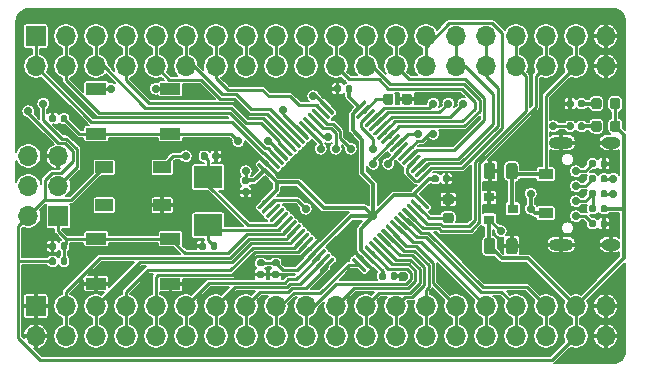
<source format=gbr>
%TF.GenerationSoftware,KiCad,Pcbnew,5.1.6+dfsg1-1*%
%TF.CreationDate,2020-08-05T09:46:32+08:00*%
%TF.ProjectId,stm32dev,73746d33-3264-4657-962e-6b696361645f,b*%
%TF.SameCoordinates,Original*%
%TF.FileFunction,Copper,L1,Top*%
%TF.FilePolarity,Positive*%
%FSLAX46Y46*%
G04 Gerber Fmt 4.6, Leading zero omitted, Abs format (unit mm)*
G04 Created by KiCad (PCBNEW 5.1.6+dfsg1-1) date 2020-08-05 09:46:32*
%MOMM*%
%LPD*%
G01*
G04 APERTURE LIST*
%TA.AperFunction,ComponentPad*%
%ADD10O,1.700000X1.700000*%
%TD*%
%TA.AperFunction,ComponentPad*%
%ADD11R,1.700000X1.700000*%
%TD*%
%TA.AperFunction,SMDPad,CuDef*%
%ADD12R,1.700000X1.000000*%
%TD*%
%TA.AperFunction,ComponentPad*%
%ADD13O,2.100000X1.000000*%
%TD*%
%TA.AperFunction,ComponentPad*%
%ADD14O,1.600000X1.000000*%
%TD*%
%TA.AperFunction,SMDPad,CuDef*%
%ADD15R,1.200000X0.900000*%
%TD*%
%TA.AperFunction,SMDPad,CuDef*%
%ADD16R,2.400000X1.900000*%
%TD*%
%TA.AperFunction,SMDPad,CuDef*%
%ADD17R,0.900000X0.800000*%
%TD*%
%TA.AperFunction,SMDPad,CuDef*%
%ADD18R,1.500000X1.000000*%
%TD*%
%TA.AperFunction,ViaPad*%
%ADD19C,0.700000*%
%TD*%
%TA.AperFunction,Conductor*%
%ADD20C,0.304800*%
%TD*%
%TA.AperFunction,Conductor*%
%ADD21C,0.228600*%
%TD*%
%TA.AperFunction,Conductor*%
%ADD22C,0.152400*%
%TD*%
G04 APERTURE END LIST*
%TO.P,C13,2*%
%TO.N,GND*%
%TA.AperFunction,SMDPad,CuDef*%
G36*
G01*
X155442500Y-90680250D02*
X155442500Y-90167750D01*
G75*
G02*
X155661250Y-89949000I218750J0D01*
G01*
X156098750Y-89949000D01*
G75*
G02*
X156317500Y-90167750I0J-218750D01*
G01*
X156317500Y-90680250D01*
G75*
G02*
X156098750Y-90899000I-218750J0D01*
G01*
X155661250Y-90899000D01*
G75*
G02*
X155442500Y-90680250I0J218750D01*
G01*
G37*
%TD.AperFunction*%
%TO.P,C13,1*%
%TO.N,Net-(C13-Pad1)*%
%TA.AperFunction,SMDPad,CuDef*%
G36*
G01*
X153867500Y-90680250D02*
X153867500Y-90167750D01*
G75*
G02*
X154086250Y-89949000I218750J0D01*
G01*
X154523750Y-89949000D01*
G75*
G02*
X154742500Y-90167750I0J-218750D01*
G01*
X154742500Y-90680250D01*
G75*
G02*
X154523750Y-90899000I-218750J0D01*
G01*
X154086250Y-90899000D01*
G75*
G02*
X153867500Y-90680250I0J218750D01*
G01*
G37*
%TD.AperFunction*%
%TD*%
%TO.P,C12,2*%
%TO.N,GND*%
%TA.AperFunction,SMDPad,CuDef*%
G36*
G01*
X159641250Y-99345000D02*
X159128750Y-99345000D01*
G75*
G02*
X158910000Y-99126250I0J218750D01*
G01*
X158910000Y-98688750D01*
G75*
G02*
X159128750Y-98470000I218750J0D01*
G01*
X159641250Y-98470000D01*
G75*
G02*
X159860000Y-98688750I0J-218750D01*
G01*
X159860000Y-99126250D01*
G75*
G02*
X159641250Y-99345000I-218750J0D01*
G01*
G37*
%TD.AperFunction*%
%TO.P,C12,1*%
%TO.N,Net-(C12-Pad1)*%
%TA.AperFunction,SMDPad,CuDef*%
G36*
G01*
X159641250Y-100920000D02*
X159128750Y-100920000D01*
G75*
G02*
X158910000Y-100701250I0J218750D01*
G01*
X158910000Y-100263750D01*
G75*
G02*
X159128750Y-100045000I218750J0D01*
G01*
X159641250Y-100045000D01*
G75*
G02*
X159860000Y-100263750I0J-218750D01*
G01*
X159860000Y-100701250D01*
G75*
G02*
X159641250Y-100920000I-218750J0D01*
G01*
G37*
%TD.AperFunction*%
%TD*%
%TO.P,C9,2*%
%TO.N,GND*%
%TA.AperFunction,SMDPad,CuDef*%
G36*
G01*
X143337500Y-104965000D02*
X143682500Y-104965000D01*
G75*
G02*
X143830000Y-105112500I0J-147500D01*
G01*
X143830000Y-105407500D01*
G75*
G02*
X143682500Y-105555000I-147500J0D01*
G01*
X143337500Y-105555000D01*
G75*
G02*
X143190000Y-105407500I0J147500D01*
G01*
X143190000Y-105112500D01*
G75*
G02*
X143337500Y-104965000I147500J0D01*
G01*
G37*
%TD.AperFunction*%
%TO.P,C9,1*%
%TO.N,+3V3*%
%TA.AperFunction,SMDPad,CuDef*%
G36*
G01*
X143337500Y-103995000D02*
X143682500Y-103995000D01*
G75*
G02*
X143830000Y-104142500I0J-147500D01*
G01*
X143830000Y-104437500D01*
G75*
G02*
X143682500Y-104585000I-147500J0D01*
G01*
X143337500Y-104585000D01*
G75*
G02*
X143190000Y-104437500I0J147500D01*
G01*
X143190000Y-104142500D01*
G75*
G02*
X143337500Y-103995000I147500J0D01*
G01*
G37*
%TD.AperFunction*%
%TD*%
D10*
%TO.P,J2,6*%
%TO.N,SWO*%
X123825000Y-95250000D03*
%TO.P,J2,5*%
%TO.N,GND*%
X126365000Y-95250000D03*
%TO.P,J2,4*%
%TO.N,SWDIO*%
X123825000Y-97790000D03*
%TO.P,J2,3*%
%TO.N,SWCLK*%
X126365000Y-97790000D03*
%TO.P,J2,2*%
%TO.N,+3V3*%
X123825000Y-100330000D03*
D11*
%TO.P,J2,1*%
%TO.N,NRST*%
X126365000Y-100330000D03*
%TD*%
D10*
%TO.P,J5,40*%
%TO.N,GND*%
X172720000Y-87630000D03*
%TO.P,J5,39*%
X172720000Y-85090000D03*
%TO.P,J5,38*%
%TO.N,+5V*%
X170180000Y-87630000D03*
%TO.P,J5,37*%
X170180000Y-85090000D03*
%TO.P,J5,36*%
%TO.N,PB10*%
X167640000Y-87630000D03*
%TO.P,J5,35*%
X167640000Y-85090000D03*
%TO.P,J5,34*%
%TO.N,PB11*%
X165100000Y-87630000D03*
%TO.P,J5,33*%
X165100000Y-85090000D03*
%TO.P,J5,32*%
%TO.N,PB12*%
X162560000Y-87630000D03*
%TO.P,J5,31*%
X162560000Y-85090000D03*
%TO.P,J5,30*%
%TO.N,PB13*%
X160020000Y-87630000D03*
%TO.P,J5,29*%
X160020000Y-85090000D03*
%TO.P,J5,28*%
%TO.N,PB14*%
X157480000Y-87630000D03*
%TO.P,J5,27*%
X157480000Y-85090000D03*
%TO.P,J5,26*%
%TO.N,PB15*%
X154940000Y-87630000D03*
%TO.P,J5,25*%
X154940000Y-85090000D03*
%TO.P,J5,24*%
%TO.N,PA8*%
X152400000Y-87630000D03*
%TO.P,J5,23*%
X152400000Y-85090000D03*
%TO.P,J5,22*%
%TO.N,PA9*%
X149860000Y-87630000D03*
%TO.P,J5,21*%
X149860000Y-85090000D03*
%TO.P,J5,20*%
%TO.N,PA10*%
X147320000Y-87630000D03*
%TO.P,J5,19*%
X147320000Y-85090000D03*
%TO.P,J5,18*%
%TO.N,PA11*%
X144780000Y-87630000D03*
%TO.P,J5,17*%
X144780000Y-85090000D03*
%TO.P,J5,16*%
%TO.N,PA12*%
X142240000Y-87630000D03*
%TO.P,J5,15*%
X142240000Y-85090000D03*
%TO.P,J5,14*%
%TO.N,PA15*%
X139700000Y-87630000D03*
%TO.P,J5,13*%
X139700000Y-85090000D03*
%TO.P,J5,12*%
%TO.N,PB4*%
X137160000Y-87630000D03*
%TO.P,J5,11*%
X137160000Y-85090000D03*
%TO.P,J5,10*%
%TO.N,PB5*%
X134620000Y-87630000D03*
%TO.P,J5,9*%
X134620000Y-85090000D03*
%TO.P,J5,8*%
%TO.N,PB6*%
X132080000Y-87630000D03*
%TO.P,J5,7*%
X132080000Y-85090000D03*
%TO.P,J5,6*%
%TO.N,PB7*%
X129540000Y-87630000D03*
%TO.P,J5,5*%
X129540000Y-85090000D03*
%TO.P,J5,4*%
%TO.N,PB8*%
X127000000Y-87630000D03*
%TO.P,J5,3*%
X127000000Y-85090000D03*
%TO.P,J5,2*%
%TO.N,PB9*%
X124460000Y-87630000D03*
D11*
%TO.P,J5,1*%
X124460000Y-85090000D03*
%TD*%
D10*
%TO.P,J4,40*%
%TO.N,GND*%
X172720000Y-110490000D03*
%TO.P,J4,39*%
X172720000Y-107950000D03*
%TO.P,J4,38*%
%TO.N,+3V3*%
X170180000Y-110490000D03*
%TO.P,J4,37*%
X170180000Y-107950000D03*
%TO.P,J4,36*%
%TO.N,PB2*%
X167640000Y-110490000D03*
%TO.P,J4,35*%
X167640000Y-107950000D03*
%TO.P,J4,34*%
%TO.N,PB1*%
X165100000Y-110490000D03*
%TO.P,J4,33*%
X165100000Y-107950000D03*
%TO.P,J4,32*%
%TO.N,PB0*%
X162560000Y-110490000D03*
%TO.P,J4,31*%
X162560000Y-107950000D03*
%TO.P,J4,30*%
%TO.N,PC5*%
X160020000Y-110490000D03*
%TO.P,J4,29*%
X160020000Y-107950000D03*
%TO.P,J4,28*%
%TO.N,PC4*%
X157480000Y-110490000D03*
%TO.P,J4,27*%
X157480000Y-107950000D03*
%TO.P,J4,26*%
%TO.N,PA7*%
X154940000Y-110490000D03*
%TO.P,J4,25*%
X154940000Y-107950000D03*
%TO.P,J4,24*%
%TO.N,PA6*%
X152400000Y-110490000D03*
%TO.P,J4,23*%
X152400000Y-107950000D03*
%TO.P,J4,22*%
%TO.N,PA5*%
X149860000Y-110490000D03*
%TO.P,J4,21*%
X149860000Y-107950000D03*
%TO.P,J4,20*%
%TO.N,PA4*%
X147320000Y-110490000D03*
%TO.P,J4,19*%
X147320000Y-107950000D03*
%TO.P,J4,18*%
%TO.N,PA3*%
X144780000Y-110490000D03*
%TO.P,J4,17*%
X144780000Y-107950000D03*
%TO.P,J4,16*%
%TO.N,PA2*%
X142240000Y-110490000D03*
%TO.P,J4,15*%
X142240000Y-107950000D03*
%TO.P,J4,14*%
%TO.N,PA1*%
X139700000Y-110490000D03*
%TO.P,J4,13*%
X139700000Y-107950000D03*
%TO.P,J4,12*%
%TO.N,PA0*%
X137160000Y-110490000D03*
%TO.P,J4,11*%
X137160000Y-107950000D03*
%TO.P,J4,10*%
%TO.N,PC3*%
X134620000Y-110490000D03*
%TO.P,J4,9*%
X134620000Y-107950000D03*
%TO.P,J4,8*%
%TO.N,PC2*%
X132080000Y-110490000D03*
%TO.P,J4,7*%
X132080000Y-107950000D03*
%TO.P,J4,6*%
%TO.N,PC1*%
X129540000Y-110490000D03*
%TO.P,J4,5*%
X129540000Y-107950000D03*
%TO.P,J4,4*%
%TO.N,PC0*%
X127000000Y-110490000D03*
%TO.P,J4,3*%
X127000000Y-107950000D03*
%TO.P,J4,2*%
%TO.N,GND*%
X124460000Y-110490000D03*
D11*
%TO.P,J4,1*%
X124460000Y-107950000D03*
%TD*%
D12*
%TO.P,SW2,2*%
%TO.N,+3V3*%
X129565000Y-89540000D03*
X135865000Y-89540000D03*
%TO.P,SW2,1*%
%TO.N,BO0*%
X129565000Y-93340000D03*
X135865000Y-93340000D03*
%TD*%
%TO.P,SW1,2*%
%TO.N,NRST*%
X129565000Y-102240000D03*
X135865000Y-102240000D03*
%TO.P,SW1,1*%
%TO.N,GND*%
X129565000Y-106040000D03*
X135865000Y-106040000D03*
%TD*%
%TO.P,R8,2*%
%TO.N,GND*%
%TA.AperFunction,SMDPad,CuDef*%
G36*
G01*
X172275000Y-96057500D02*
X172275000Y-95712500D01*
G75*
G02*
X172422500Y-95565000I147500J0D01*
G01*
X172717500Y-95565000D01*
G75*
G02*
X172865000Y-95712500I0J-147500D01*
G01*
X172865000Y-96057500D01*
G75*
G02*
X172717500Y-96205000I-147500J0D01*
G01*
X172422500Y-96205000D01*
G75*
G02*
X172275000Y-96057500I0J147500D01*
G01*
G37*
%TD.AperFunction*%
%TO.P,R8,1*%
%TO.N,Net-(J1-PadA5)*%
%TA.AperFunction,SMDPad,CuDef*%
G36*
G01*
X171305000Y-96057500D02*
X171305000Y-95712500D01*
G75*
G02*
X171452500Y-95565000I147500J0D01*
G01*
X171747500Y-95565000D01*
G75*
G02*
X171895000Y-95712500I0J-147500D01*
G01*
X171895000Y-96057500D01*
G75*
G02*
X171747500Y-96205000I-147500J0D01*
G01*
X171452500Y-96205000D01*
G75*
G02*
X171305000Y-96057500I0J147500D01*
G01*
G37*
%TD.AperFunction*%
%TD*%
%TO.P,R9,2*%
%TO.N,PC13*%
%TA.AperFunction,SMDPad,CuDef*%
G36*
G01*
X169990000Y-92537500D02*
X169990000Y-92882500D01*
G75*
G02*
X169842500Y-93030000I-147500J0D01*
G01*
X169547500Y-93030000D01*
G75*
G02*
X169400000Y-92882500I0J147500D01*
G01*
X169400000Y-92537500D01*
G75*
G02*
X169547500Y-92390000I147500J0D01*
G01*
X169842500Y-92390000D01*
G75*
G02*
X169990000Y-92537500I0J-147500D01*
G01*
G37*
%TD.AperFunction*%
%TO.P,R9,1*%
%TO.N,Net-(D4-Pad1)*%
%TA.AperFunction,SMDPad,CuDef*%
G36*
G01*
X170960000Y-92537500D02*
X170960000Y-92882500D01*
G75*
G02*
X170812500Y-93030000I-147500J0D01*
G01*
X170517500Y-93030000D01*
G75*
G02*
X170370000Y-92882500I0J147500D01*
G01*
X170370000Y-92537500D01*
G75*
G02*
X170517500Y-92390000I147500J0D01*
G01*
X170812500Y-92390000D01*
G75*
G02*
X170960000Y-92537500I0J-147500D01*
G01*
G37*
%TD.AperFunction*%
%TD*%
%TO.P,R7,2*%
%TO.N,GND*%
%TA.AperFunction,SMDPad,CuDef*%
G36*
G01*
X172275000Y-101137500D02*
X172275000Y-100792500D01*
G75*
G02*
X172422500Y-100645000I147500J0D01*
G01*
X172717500Y-100645000D01*
G75*
G02*
X172865000Y-100792500I0J-147500D01*
G01*
X172865000Y-101137500D01*
G75*
G02*
X172717500Y-101285000I-147500J0D01*
G01*
X172422500Y-101285000D01*
G75*
G02*
X172275000Y-101137500I0J147500D01*
G01*
G37*
%TD.AperFunction*%
%TO.P,R7,1*%
%TO.N,Net-(J1-PadB5)*%
%TA.AperFunction,SMDPad,CuDef*%
G36*
G01*
X171305000Y-101137500D02*
X171305000Y-100792500D01*
G75*
G02*
X171452500Y-100645000I147500J0D01*
G01*
X171747500Y-100645000D01*
G75*
G02*
X171895000Y-100792500I0J-147500D01*
G01*
X171895000Y-101137500D01*
G75*
G02*
X171747500Y-101285000I-147500J0D01*
G01*
X171452500Y-101285000D01*
G75*
G02*
X171305000Y-101137500I0J147500D01*
G01*
G37*
%TD.AperFunction*%
%TD*%
%TO.P,R6,2*%
%TO.N,GND*%
%TA.AperFunction,SMDPad,CuDef*%
G36*
G01*
X169990000Y-90632500D02*
X169990000Y-90977500D01*
G75*
G02*
X169842500Y-91125000I-147500J0D01*
G01*
X169547500Y-91125000D01*
G75*
G02*
X169400000Y-90977500I0J147500D01*
G01*
X169400000Y-90632500D01*
G75*
G02*
X169547500Y-90485000I147500J0D01*
G01*
X169842500Y-90485000D01*
G75*
G02*
X169990000Y-90632500I0J-147500D01*
G01*
G37*
%TD.AperFunction*%
%TO.P,R6,1*%
%TO.N,Net-(D3-Pad1)*%
%TA.AperFunction,SMDPad,CuDef*%
G36*
G01*
X170960000Y-90632500D02*
X170960000Y-90977500D01*
G75*
G02*
X170812500Y-91125000I-147500J0D01*
G01*
X170517500Y-91125000D01*
G75*
G02*
X170370000Y-90977500I0J147500D01*
G01*
X170370000Y-90632500D01*
G75*
G02*
X170517500Y-90485000I147500J0D01*
G01*
X170812500Y-90485000D01*
G75*
G02*
X170960000Y-90632500I0J-147500D01*
G01*
G37*
%TD.AperFunction*%
%TD*%
%TO.P,R4,2*%
%TO.N,+3V3*%
%TA.AperFunction,SMDPad,CuDef*%
G36*
G01*
X172275000Y-99867500D02*
X172275000Y-99522500D01*
G75*
G02*
X172422500Y-99375000I147500J0D01*
G01*
X172717500Y-99375000D01*
G75*
G02*
X172865000Y-99522500I0J-147500D01*
G01*
X172865000Y-99867500D01*
G75*
G02*
X172717500Y-100015000I-147500J0D01*
G01*
X172422500Y-100015000D01*
G75*
G02*
X172275000Y-99867500I0J147500D01*
G01*
G37*
%TD.AperFunction*%
%TO.P,R4,1*%
%TO.N,Net-(J1-PadA6)*%
%TA.AperFunction,SMDPad,CuDef*%
G36*
G01*
X171305000Y-99867500D02*
X171305000Y-99522500D01*
G75*
G02*
X171452500Y-99375000I147500J0D01*
G01*
X171747500Y-99375000D01*
G75*
G02*
X171895000Y-99522500I0J-147500D01*
G01*
X171895000Y-99867500D01*
G75*
G02*
X171747500Y-100015000I-147500J0D01*
G01*
X171452500Y-100015000D01*
G75*
G02*
X171305000Y-99867500I0J147500D01*
G01*
G37*
%TD.AperFunction*%
%TD*%
%TO.P,R3,2*%
%TO.N,PA12*%
%TA.AperFunction,SMDPad,CuDef*%
G36*
G01*
X172275000Y-98597500D02*
X172275000Y-98252500D01*
G75*
G02*
X172422500Y-98105000I147500J0D01*
G01*
X172717500Y-98105000D01*
G75*
G02*
X172865000Y-98252500I0J-147500D01*
G01*
X172865000Y-98597500D01*
G75*
G02*
X172717500Y-98745000I-147500J0D01*
G01*
X172422500Y-98745000D01*
G75*
G02*
X172275000Y-98597500I0J147500D01*
G01*
G37*
%TD.AperFunction*%
%TO.P,R3,1*%
%TO.N,Net-(J1-PadA6)*%
%TA.AperFunction,SMDPad,CuDef*%
G36*
G01*
X171305000Y-98597500D02*
X171305000Y-98252500D01*
G75*
G02*
X171452500Y-98105000I147500J0D01*
G01*
X171747500Y-98105000D01*
G75*
G02*
X171895000Y-98252500I0J-147500D01*
G01*
X171895000Y-98597500D01*
G75*
G02*
X171747500Y-98745000I-147500J0D01*
G01*
X171452500Y-98745000D01*
G75*
G02*
X171305000Y-98597500I0J147500D01*
G01*
G37*
%TD.AperFunction*%
%TD*%
%TO.P,R2,2*%
%TO.N,PA11*%
%TA.AperFunction,SMDPad,CuDef*%
G36*
G01*
X172275000Y-97327500D02*
X172275000Y-96982500D01*
G75*
G02*
X172422500Y-96835000I147500J0D01*
G01*
X172717500Y-96835000D01*
G75*
G02*
X172865000Y-96982500I0J-147500D01*
G01*
X172865000Y-97327500D01*
G75*
G02*
X172717500Y-97475000I-147500J0D01*
G01*
X172422500Y-97475000D01*
G75*
G02*
X172275000Y-97327500I0J147500D01*
G01*
G37*
%TD.AperFunction*%
%TO.P,R2,1*%
%TO.N,Net-(J1-PadA7)*%
%TA.AperFunction,SMDPad,CuDef*%
G36*
G01*
X171305000Y-97327500D02*
X171305000Y-96982500D01*
G75*
G02*
X171452500Y-96835000I147500J0D01*
G01*
X171747500Y-96835000D01*
G75*
G02*
X171895000Y-96982500I0J-147500D01*
G01*
X171895000Y-97327500D01*
G75*
G02*
X171747500Y-97475000I-147500J0D01*
G01*
X171452500Y-97475000D01*
G75*
G02*
X171305000Y-97327500I0J147500D01*
G01*
G37*
%TD.AperFunction*%
%TD*%
%TO.P,R5,2*%
%TO.N,GND*%
%TA.AperFunction,SMDPad,CuDef*%
G36*
G01*
X126175000Y-91902500D02*
X126175000Y-92247500D01*
G75*
G02*
X126027500Y-92395000I-147500J0D01*
G01*
X125732500Y-92395000D01*
G75*
G02*
X125585000Y-92247500I0J147500D01*
G01*
X125585000Y-91902500D01*
G75*
G02*
X125732500Y-91755000I147500J0D01*
G01*
X126027500Y-91755000D01*
G75*
G02*
X126175000Y-91902500I0J-147500D01*
G01*
G37*
%TD.AperFunction*%
%TO.P,R5,1*%
%TO.N,BO0*%
%TA.AperFunction,SMDPad,CuDef*%
G36*
G01*
X127145000Y-91902500D02*
X127145000Y-92247500D01*
G75*
G02*
X126997500Y-92395000I-147500J0D01*
G01*
X126702500Y-92395000D01*
G75*
G02*
X126555000Y-92247500I0J147500D01*
G01*
X126555000Y-91902500D01*
G75*
G02*
X126702500Y-91755000I147500J0D01*
G01*
X126997500Y-91755000D01*
G75*
G02*
X127145000Y-91902500I0J-147500D01*
G01*
G37*
%TD.AperFunction*%
%TD*%
%TO.P,R1,2*%
%TO.N,NRST*%
%TA.AperFunction,SMDPad,CuDef*%
G36*
G01*
X126555000Y-104312500D02*
X126555000Y-103967500D01*
G75*
G02*
X126702500Y-103820000I147500J0D01*
G01*
X126997500Y-103820000D01*
G75*
G02*
X127145000Y-103967500I0J-147500D01*
G01*
X127145000Y-104312500D01*
G75*
G02*
X126997500Y-104460000I-147500J0D01*
G01*
X126702500Y-104460000D01*
G75*
G02*
X126555000Y-104312500I0J147500D01*
G01*
G37*
%TD.AperFunction*%
%TO.P,R1,1*%
%TO.N,+3V3*%
%TA.AperFunction,SMDPad,CuDef*%
G36*
G01*
X125585000Y-104312500D02*
X125585000Y-103967500D01*
G75*
G02*
X125732500Y-103820000I147500J0D01*
G01*
X126027500Y-103820000D01*
G75*
G02*
X126175000Y-103967500I0J-147500D01*
G01*
X126175000Y-104312500D01*
G75*
G02*
X126027500Y-104460000I-147500J0D01*
G01*
X125732500Y-104460000D01*
G75*
G02*
X125585000Y-104312500I0J147500D01*
G01*
G37*
%TD.AperFunction*%
%TD*%
D13*
%TO.P,J1,S1*%
%TO.N,GND*%
X168955000Y-102745000D03*
X168955000Y-94105000D03*
D14*
X173135000Y-94105000D03*
X173135000Y-102745000D03*
%TD*%
%TO.P,D4,2*%
%TO.N,+3V3*%
%TA.AperFunction,SMDPad,CuDef*%
G36*
G01*
X173070000Y-92966250D02*
X173070000Y-92453750D01*
G75*
G02*
X173288750Y-92235000I218750J0D01*
G01*
X173726250Y-92235000D01*
G75*
G02*
X173945000Y-92453750I0J-218750D01*
G01*
X173945000Y-92966250D01*
G75*
G02*
X173726250Y-93185000I-218750J0D01*
G01*
X173288750Y-93185000D01*
G75*
G02*
X173070000Y-92966250I0J218750D01*
G01*
G37*
%TD.AperFunction*%
%TO.P,D4,1*%
%TO.N,Net-(D4-Pad1)*%
%TA.AperFunction,SMDPad,CuDef*%
G36*
G01*
X171495000Y-92966250D02*
X171495000Y-92453750D01*
G75*
G02*
X171713750Y-92235000I218750J0D01*
G01*
X172151250Y-92235000D01*
G75*
G02*
X172370000Y-92453750I0J-218750D01*
G01*
X172370000Y-92966250D01*
G75*
G02*
X172151250Y-93185000I-218750J0D01*
G01*
X171713750Y-93185000D01*
G75*
G02*
X171495000Y-92966250I0J218750D01*
G01*
G37*
%TD.AperFunction*%
%TD*%
D15*
%TO.P,D2,2*%
%TO.N,VBUS*%
X167640000Y-100075000D03*
%TO.P,D2,1*%
%TO.N,+5V*%
X167640000Y-96775000D03*
%TD*%
%TO.P,D3,2*%
%TO.N,+3V3*%
%TA.AperFunction,SMDPad,CuDef*%
G36*
G01*
X173070000Y-91061250D02*
X173070000Y-90548750D01*
G75*
G02*
X173288750Y-90330000I218750J0D01*
G01*
X173726250Y-90330000D01*
G75*
G02*
X173945000Y-90548750I0J-218750D01*
G01*
X173945000Y-91061250D01*
G75*
G02*
X173726250Y-91280000I-218750J0D01*
G01*
X173288750Y-91280000D01*
G75*
G02*
X173070000Y-91061250I0J218750D01*
G01*
G37*
%TD.AperFunction*%
%TO.P,D3,1*%
%TO.N,Net-(D3-Pad1)*%
%TA.AperFunction,SMDPad,CuDef*%
G36*
G01*
X171495000Y-91061250D02*
X171495000Y-90548750D01*
G75*
G02*
X171713750Y-90330000I218750J0D01*
G01*
X172151250Y-90330000D01*
G75*
G02*
X172370000Y-90548750I0J-218750D01*
G01*
X172370000Y-91061250D01*
G75*
G02*
X172151250Y-91280000I-218750J0D01*
G01*
X171713750Y-91280000D01*
G75*
G02*
X171495000Y-91061250I0J218750D01*
G01*
G37*
%TD.AperFunction*%
%TD*%
%TO.P,C2,2*%
%TO.N,GND*%
%TA.AperFunction,SMDPad,CuDef*%
G36*
G01*
X126175000Y-102697500D02*
X126175000Y-103042500D01*
G75*
G02*
X126027500Y-103190000I-147500J0D01*
G01*
X125732500Y-103190000D01*
G75*
G02*
X125585000Y-103042500I0J147500D01*
G01*
X125585000Y-102697500D01*
G75*
G02*
X125732500Y-102550000I147500J0D01*
G01*
X126027500Y-102550000D01*
G75*
G02*
X126175000Y-102697500I0J-147500D01*
G01*
G37*
%TD.AperFunction*%
%TO.P,C2,1*%
%TO.N,NRST*%
%TA.AperFunction,SMDPad,CuDef*%
G36*
G01*
X127145000Y-102697500D02*
X127145000Y-103042500D01*
G75*
G02*
X126997500Y-103190000I-147500J0D01*
G01*
X126702500Y-103190000D01*
G75*
G02*
X126555000Y-103042500I0J147500D01*
G01*
X126555000Y-102697500D01*
G75*
G02*
X126702500Y-102550000I147500J0D01*
G01*
X126997500Y-102550000D01*
G75*
G02*
X127145000Y-102697500I0J-147500D01*
G01*
G37*
%TD.AperFunction*%
%TD*%
%TO.P,C4,2*%
%TO.N,GND*%
%TA.AperFunction,SMDPad,CuDef*%
G36*
G01*
X144607500Y-104965000D02*
X144952500Y-104965000D01*
G75*
G02*
X145100000Y-105112500I0J-147500D01*
G01*
X145100000Y-105407500D01*
G75*
G02*
X144952500Y-105555000I-147500J0D01*
G01*
X144607500Y-105555000D01*
G75*
G02*
X144460000Y-105407500I0J147500D01*
G01*
X144460000Y-105112500D01*
G75*
G02*
X144607500Y-104965000I147500J0D01*
G01*
G37*
%TD.AperFunction*%
%TO.P,C4,1*%
%TO.N,+3V3*%
%TA.AperFunction,SMDPad,CuDef*%
G36*
G01*
X144607500Y-103995000D02*
X144952500Y-103995000D01*
G75*
G02*
X145100000Y-104142500I0J-147500D01*
G01*
X145100000Y-104437500D01*
G75*
G02*
X144952500Y-104585000I-147500J0D01*
G01*
X144607500Y-104585000D01*
G75*
G02*
X144460000Y-104437500I0J147500D01*
G01*
X144460000Y-104142500D01*
G75*
G02*
X144607500Y-103995000I147500J0D01*
G01*
G37*
%TD.AperFunction*%
%TD*%
D16*
%TO.P,Y1,2*%
%TO.N,Net-(C11-Pad1)*%
X139065000Y-101110000D03*
%TO.P,Y1,1*%
%TO.N,Net-(C10-Pad1)*%
X139065000Y-97010000D03*
%TD*%
D17*
%TO.P,U1,3*%
%TO.N,+5V*%
X164830000Y-99695000D03*
%TO.P,U1,2*%
%TO.N,+3V3*%
X162830000Y-100645000D03*
%TO.P,U1,1*%
%TO.N,GND*%
X162830000Y-98745000D03*
%TD*%
%TO.P,C11,2*%
%TO.N,GND*%
%TA.AperFunction,SMDPad,CuDef*%
G36*
G01*
X138875000Y-102697500D02*
X138875000Y-103042500D01*
G75*
G02*
X138727500Y-103190000I-147500J0D01*
G01*
X138432500Y-103190000D01*
G75*
G02*
X138285000Y-103042500I0J147500D01*
G01*
X138285000Y-102697500D01*
G75*
G02*
X138432500Y-102550000I147500J0D01*
G01*
X138727500Y-102550000D01*
G75*
G02*
X138875000Y-102697500I0J-147500D01*
G01*
G37*
%TD.AperFunction*%
%TO.P,C11,1*%
%TO.N,Net-(C11-Pad1)*%
%TA.AperFunction,SMDPad,CuDef*%
G36*
G01*
X139845000Y-102697500D02*
X139845000Y-103042500D01*
G75*
G02*
X139697500Y-103190000I-147500J0D01*
G01*
X139402500Y-103190000D01*
G75*
G02*
X139255000Y-103042500I0J147500D01*
G01*
X139255000Y-102697500D01*
G75*
G02*
X139402500Y-102550000I147500J0D01*
G01*
X139697500Y-102550000D01*
G75*
G02*
X139845000Y-102697500I0J-147500D01*
G01*
G37*
%TD.AperFunction*%
%TD*%
%TO.P,C10,2*%
%TO.N,GND*%
%TA.AperFunction,SMDPad,CuDef*%
G36*
G01*
X139405000Y-95422500D02*
X139405000Y-95077500D01*
G75*
G02*
X139552500Y-94930000I147500J0D01*
G01*
X139847500Y-94930000D01*
G75*
G02*
X139995000Y-95077500I0J-147500D01*
G01*
X139995000Y-95422500D01*
G75*
G02*
X139847500Y-95570000I-147500J0D01*
G01*
X139552500Y-95570000D01*
G75*
G02*
X139405000Y-95422500I0J147500D01*
G01*
G37*
%TD.AperFunction*%
%TO.P,C10,1*%
%TO.N,Net-(C10-Pad1)*%
%TA.AperFunction,SMDPad,CuDef*%
G36*
G01*
X138435000Y-95422500D02*
X138435000Y-95077500D01*
G75*
G02*
X138582500Y-94930000I147500J0D01*
G01*
X138877500Y-94930000D01*
G75*
G02*
X139025000Y-95077500I0J-147500D01*
G01*
X139025000Y-95422500D01*
G75*
G02*
X138877500Y-95570000I-147500J0D01*
G01*
X138582500Y-95570000D01*
G75*
G02*
X138435000Y-95422500I0J147500D01*
G01*
G37*
%TD.AperFunction*%
%TD*%
%TO.P,C8,2*%
%TO.N,GND*%
%TA.AperFunction,SMDPad,CuDef*%
G36*
G01*
X154495000Y-105582500D02*
X154495000Y-105237500D01*
G75*
G02*
X154642500Y-105090000I147500J0D01*
G01*
X154937500Y-105090000D01*
G75*
G02*
X155085000Y-105237500I0J-147500D01*
G01*
X155085000Y-105582500D01*
G75*
G02*
X154937500Y-105730000I-147500J0D01*
G01*
X154642500Y-105730000D01*
G75*
G02*
X154495000Y-105582500I0J147500D01*
G01*
G37*
%TD.AperFunction*%
%TO.P,C8,1*%
%TO.N,+3V3*%
%TA.AperFunction,SMDPad,CuDef*%
G36*
G01*
X153525000Y-105582500D02*
X153525000Y-105237500D01*
G75*
G02*
X153672500Y-105090000I147500J0D01*
G01*
X153967500Y-105090000D01*
G75*
G02*
X154115000Y-105237500I0J-147500D01*
G01*
X154115000Y-105582500D01*
G75*
G02*
X153967500Y-105730000I-147500J0D01*
G01*
X153672500Y-105730000D01*
G75*
G02*
X153525000Y-105582500I0J147500D01*
G01*
G37*
%TD.AperFunction*%
%TD*%
%TO.P,C7,2*%
%TO.N,GND*%
%TA.AperFunction,SMDPad,CuDef*%
G36*
G01*
X142067500Y-97980000D02*
X142412500Y-97980000D01*
G75*
G02*
X142560000Y-98127500I0J-147500D01*
G01*
X142560000Y-98422500D01*
G75*
G02*
X142412500Y-98570000I-147500J0D01*
G01*
X142067500Y-98570000D01*
G75*
G02*
X141920000Y-98422500I0J147500D01*
G01*
X141920000Y-98127500D01*
G75*
G02*
X142067500Y-97980000I147500J0D01*
G01*
G37*
%TD.AperFunction*%
%TO.P,C7,1*%
%TO.N,+3V3*%
%TA.AperFunction,SMDPad,CuDef*%
G36*
G01*
X142067500Y-97010000D02*
X142412500Y-97010000D01*
G75*
G02*
X142560000Y-97157500I0J-147500D01*
G01*
X142560000Y-97452500D01*
G75*
G02*
X142412500Y-97600000I-147500J0D01*
G01*
X142067500Y-97600000D01*
G75*
G02*
X141920000Y-97452500I0J147500D01*
G01*
X141920000Y-97157500D01*
G75*
G02*
X142067500Y-97010000I147500J0D01*
G01*
G37*
%TD.AperFunction*%
%TD*%
%TO.P,C6,2*%
%TO.N,GND*%
%TA.AperFunction,SMDPad,CuDef*%
G36*
G01*
X150305000Y-89362500D02*
X150305000Y-89707500D01*
G75*
G02*
X150157500Y-89855000I-147500J0D01*
G01*
X149862500Y-89855000D01*
G75*
G02*
X149715000Y-89707500I0J147500D01*
G01*
X149715000Y-89362500D01*
G75*
G02*
X149862500Y-89215000I147500J0D01*
G01*
X150157500Y-89215000D01*
G75*
G02*
X150305000Y-89362500I0J-147500D01*
G01*
G37*
%TD.AperFunction*%
%TO.P,C6,1*%
%TO.N,+3V3*%
%TA.AperFunction,SMDPad,CuDef*%
G36*
G01*
X151275000Y-89362500D02*
X151275000Y-89707500D01*
G75*
G02*
X151127500Y-89855000I-147500J0D01*
G01*
X150832500Y-89855000D01*
G75*
G02*
X150685000Y-89707500I0J147500D01*
G01*
X150685000Y-89362500D01*
G75*
G02*
X150832500Y-89215000I147500J0D01*
G01*
X151127500Y-89215000D01*
G75*
G02*
X151275000Y-89362500I0J-147500D01*
G01*
G37*
%TD.AperFunction*%
%TD*%
D18*
%TO.P,D1,1*%
%TO.N,+3V3*%
X130265000Y-96190000D03*
%TO.P,D1,2*%
%TO.N,Net-(D1-Pad2)*%
X130265000Y-99390000D03*
%TO.P,D1,4*%
%TO.N,PC6*%
X135165000Y-96190000D03*
%TO.P,D1,3*%
%TO.N,GND*%
X135165000Y-99390000D03*
%TD*%
%TO.P,C5,2*%
%TO.N,GND*%
%TA.AperFunction,SMDPad,CuDef*%
G36*
G01*
X158940000Y-97327500D02*
X158940000Y-96982500D01*
G75*
G02*
X159087500Y-96835000I147500J0D01*
G01*
X159382500Y-96835000D01*
G75*
G02*
X159530000Y-96982500I0J-147500D01*
G01*
X159530000Y-97327500D01*
G75*
G02*
X159382500Y-97475000I-147500J0D01*
G01*
X159087500Y-97475000D01*
G75*
G02*
X158940000Y-97327500I0J147500D01*
G01*
G37*
%TD.AperFunction*%
%TO.P,C5,1*%
%TO.N,+3V3*%
%TA.AperFunction,SMDPad,CuDef*%
G36*
G01*
X157970000Y-97327500D02*
X157970000Y-96982500D01*
G75*
G02*
X158117500Y-96835000I147500J0D01*
G01*
X158412500Y-96835000D01*
G75*
G02*
X158560000Y-96982500I0J-147500D01*
G01*
X158560000Y-97327500D01*
G75*
G02*
X158412500Y-97475000I-147500J0D01*
G01*
X158117500Y-97475000D01*
G75*
G02*
X157970000Y-97327500I0J147500D01*
G01*
G37*
%TD.AperFunction*%
%TD*%
%TO.P,C3,2*%
%TO.N,GND*%
%TA.AperFunction,SMDPad,CuDef*%
G36*
G01*
X164280000Y-103326250D02*
X164280000Y-102413750D01*
G75*
G02*
X164523750Y-102170000I243750J0D01*
G01*
X165011250Y-102170000D01*
G75*
G02*
X165255000Y-102413750I0J-243750D01*
G01*
X165255000Y-103326250D01*
G75*
G02*
X165011250Y-103570000I-243750J0D01*
G01*
X164523750Y-103570000D01*
G75*
G02*
X164280000Y-103326250I0J243750D01*
G01*
G37*
%TD.AperFunction*%
%TO.P,C3,1*%
%TO.N,+3V3*%
%TA.AperFunction,SMDPad,CuDef*%
G36*
G01*
X162405000Y-103326250D02*
X162405000Y-102413750D01*
G75*
G02*
X162648750Y-102170000I243750J0D01*
G01*
X163136250Y-102170000D01*
G75*
G02*
X163380000Y-102413750I0J-243750D01*
G01*
X163380000Y-103326250D01*
G75*
G02*
X163136250Y-103570000I-243750J0D01*
G01*
X162648750Y-103570000D01*
G75*
G02*
X162405000Y-103326250I0J243750D01*
G01*
G37*
%TD.AperFunction*%
%TD*%
%TO.P,C1,2*%
%TO.N,GND*%
%TA.AperFunction,SMDPad,CuDef*%
G36*
G01*
X163380000Y-96063750D02*
X163380000Y-96976250D01*
G75*
G02*
X163136250Y-97220000I-243750J0D01*
G01*
X162648750Y-97220000D01*
G75*
G02*
X162405000Y-96976250I0J243750D01*
G01*
X162405000Y-96063750D01*
G75*
G02*
X162648750Y-95820000I243750J0D01*
G01*
X163136250Y-95820000D01*
G75*
G02*
X163380000Y-96063750I0J-243750D01*
G01*
G37*
%TD.AperFunction*%
%TO.P,C1,1*%
%TO.N,+5V*%
%TA.AperFunction,SMDPad,CuDef*%
G36*
G01*
X165255000Y-96063750D02*
X165255000Y-96976250D01*
G75*
G02*
X165011250Y-97220000I-243750J0D01*
G01*
X164523750Y-97220000D01*
G75*
G02*
X164280000Y-96976250I0J243750D01*
G01*
X164280000Y-96063750D01*
G75*
G02*
X164523750Y-95820000I243750J0D01*
G01*
X165011250Y-95820000D01*
G75*
G02*
X165255000Y-96063750I0J-243750D01*
G01*
G37*
%TD.AperFunction*%
%TD*%
%TO.P,U2,64*%
%TO.N,+3V3*%
%TA.AperFunction,SMDPad,CuDef*%
G36*
G01*
X144219428Y-97029860D02*
X143229478Y-96039910D01*
G75*
G02*
X143229478Y-95933844I53033J53033D01*
G01*
X143335544Y-95827778D01*
G75*
G02*
X143441610Y-95827778I53033J-53033D01*
G01*
X144431560Y-96817728D01*
G75*
G02*
X144431560Y-96923794I-53033J-53033D01*
G01*
X144325494Y-97029860D01*
G75*
G02*
X144219428Y-97029860I-53033J53033D01*
G01*
G37*
%TD.AperFunction*%
%TO.P,U2,63*%
%TO.N,GND*%
%TA.AperFunction,SMDPad,CuDef*%
G36*
G01*
X144572981Y-96676307D02*
X143583031Y-95686357D01*
G75*
G02*
X143583031Y-95580291I53033J53033D01*
G01*
X143689097Y-95474225D01*
G75*
G02*
X143795163Y-95474225I53033J-53033D01*
G01*
X144785113Y-96464175D01*
G75*
G02*
X144785113Y-96570241I-53033J-53033D01*
G01*
X144679047Y-96676307D01*
G75*
G02*
X144572981Y-96676307I-53033J53033D01*
G01*
G37*
%TD.AperFunction*%
%TO.P,U2,62*%
%TO.N,PB9*%
%TA.AperFunction,SMDPad,CuDef*%
G36*
G01*
X144926534Y-96322754D02*
X143936584Y-95332804D01*
G75*
G02*
X143936584Y-95226738I53033J53033D01*
G01*
X144042650Y-95120672D01*
G75*
G02*
X144148716Y-95120672I53033J-53033D01*
G01*
X145138666Y-96110622D01*
G75*
G02*
X145138666Y-96216688I-53033J-53033D01*
G01*
X145032600Y-96322754D01*
G75*
G02*
X144926534Y-96322754I-53033J53033D01*
G01*
G37*
%TD.AperFunction*%
%TO.P,U2,61*%
%TO.N,PB8*%
%TA.AperFunction,SMDPad,CuDef*%
G36*
G01*
X145280088Y-95969200D02*
X144290138Y-94979250D01*
G75*
G02*
X144290138Y-94873184I53033J53033D01*
G01*
X144396204Y-94767118D01*
G75*
G02*
X144502270Y-94767118I53033J-53033D01*
G01*
X145492220Y-95757068D01*
G75*
G02*
X145492220Y-95863134I-53033J-53033D01*
G01*
X145386154Y-95969200D01*
G75*
G02*
X145280088Y-95969200I-53033J53033D01*
G01*
G37*
%TD.AperFunction*%
%TO.P,U2,60*%
%TO.N,BO0*%
%TA.AperFunction,SMDPad,CuDef*%
G36*
G01*
X145633641Y-95615647D02*
X144643691Y-94625697D01*
G75*
G02*
X144643691Y-94519631I53033J53033D01*
G01*
X144749757Y-94413565D01*
G75*
G02*
X144855823Y-94413565I53033J-53033D01*
G01*
X145845773Y-95403515D01*
G75*
G02*
X145845773Y-95509581I-53033J-53033D01*
G01*
X145739707Y-95615647D01*
G75*
G02*
X145633641Y-95615647I-53033J53033D01*
G01*
G37*
%TD.AperFunction*%
%TO.P,U2,59*%
%TO.N,PB7*%
%TA.AperFunction,SMDPad,CuDef*%
G36*
G01*
X145987195Y-95262093D02*
X144997245Y-94272143D01*
G75*
G02*
X144997245Y-94166077I53033J53033D01*
G01*
X145103311Y-94060011D01*
G75*
G02*
X145209377Y-94060011I53033J-53033D01*
G01*
X146199327Y-95049961D01*
G75*
G02*
X146199327Y-95156027I-53033J-53033D01*
G01*
X146093261Y-95262093D01*
G75*
G02*
X145987195Y-95262093I-53033J53033D01*
G01*
G37*
%TD.AperFunction*%
%TO.P,U2,58*%
%TO.N,PB6*%
%TA.AperFunction,SMDPad,CuDef*%
G36*
G01*
X146340748Y-94908540D02*
X145350798Y-93918590D01*
G75*
G02*
X145350798Y-93812524I53033J53033D01*
G01*
X145456864Y-93706458D01*
G75*
G02*
X145562930Y-93706458I53033J-53033D01*
G01*
X146552880Y-94696408D01*
G75*
G02*
X146552880Y-94802474I-53033J-53033D01*
G01*
X146446814Y-94908540D01*
G75*
G02*
X146340748Y-94908540I-53033J53033D01*
G01*
G37*
%TD.AperFunction*%
%TO.P,U2,57*%
%TO.N,PB5*%
%TA.AperFunction,SMDPad,CuDef*%
G36*
G01*
X146694301Y-94554987D02*
X145704351Y-93565037D01*
G75*
G02*
X145704351Y-93458971I53033J53033D01*
G01*
X145810417Y-93352905D01*
G75*
G02*
X145916483Y-93352905I53033J-53033D01*
G01*
X146906433Y-94342855D01*
G75*
G02*
X146906433Y-94448921I-53033J-53033D01*
G01*
X146800367Y-94554987D01*
G75*
G02*
X146694301Y-94554987I-53033J53033D01*
G01*
G37*
%TD.AperFunction*%
%TO.P,U2,56*%
%TO.N,PB4*%
%TA.AperFunction,SMDPad,CuDef*%
G36*
G01*
X147047855Y-94201433D02*
X146057905Y-93211483D01*
G75*
G02*
X146057905Y-93105417I53033J53033D01*
G01*
X146163971Y-92999351D01*
G75*
G02*
X146270037Y-92999351I53033J-53033D01*
G01*
X147259987Y-93989301D01*
G75*
G02*
X147259987Y-94095367I-53033J-53033D01*
G01*
X147153921Y-94201433D01*
G75*
G02*
X147047855Y-94201433I-53033J53033D01*
G01*
G37*
%TD.AperFunction*%
%TO.P,U2,55*%
%TO.N,SWO*%
%TA.AperFunction,SMDPad,CuDef*%
G36*
G01*
X147401408Y-93847880D02*
X146411458Y-92857930D01*
G75*
G02*
X146411458Y-92751864I53033J53033D01*
G01*
X146517524Y-92645798D01*
G75*
G02*
X146623590Y-92645798I53033J-53033D01*
G01*
X147613540Y-93635748D01*
G75*
G02*
X147613540Y-93741814I-53033J-53033D01*
G01*
X147507474Y-93847880D01*
G75*
G02*
X147401408Y-93847880I-53033J53033D01*
G01*
G37*
%TD.AperFunction*%
%TO.P,U2,54*%
%TO.N,SD_CMD*%
%TA.AperFunction,SMDPad,CuDef*%
G36*
G01*
X147754961Y-93494327D02*
X146765011Y-92504377D01*
G75*
G02*
X146765011Y-92398311I53033J53033D01*
G01*
X146871077Y-92292245D01*
G75*
G02*
X146977143Y-92292245I53033J-53033D01*
G01*
X147967093Y-93282195D01*
G75*
G02*
X147967093Y-93388261I-53033J-53033D01*
G01*
X147861027Y-93494327D01*
G75*
G02*
X147754961Y-93494327I-53033J53033D01*
G01*
G37*
%TD.AperFunction*%
%TO.P,U2,53*%
%TO.N,SD_CLK*%
%TA.AperFunction,SMDPad,CuDef*%
G36*
G01*
X148108515Y-93140773D02*
X147118565Y-92150823D01*
G75*
G02*
X147118565Y-92044757I53033J53033D01*
G01*
X147224631Y-91938691D01*
G75*
G02*
X147330697Y-91938691I53033J-53033D01*
G01*
X148320647Y-92928641D01*
G75*
G02*
X148320647Y-93034707I-53033J-53033D01*
G01*
X148214581Y-93140773D01*
G75*
G02*
X148108515Y-93140773I-53033J53033D01*
G01*
G37*
%TD.AperFunction*%
%TO.P,U2,52*%
%TO.N,SD_D3*%
%TA.AperFunction,SMDPad,CuDef*%
G36*
G01*
X148462068Y-92787220D02*
X147472118Y-91797270D01*
G75*
G02*
X147472118Y-91691204I53033J53033D01*
G01*
X147578184Y-91585138D01*
G75*
G02*
X147684250Y-91585138I53033J-53033D01*
G01*
X148674200Y-92575088D01*
G75*
G02*
X148674200Y-92681154I-53033J-53033D01*
G01*
X148568134Y-92787220D01*
G75*
G02*
X148462068Y-92787220I-53033J53033D01*
G01*
G37*
%TD.AperFunction*%
%TO.P,U2,51*%
%TO.N,SD_D2*%
%TA.AperFunction,SMDPad,CuDef*%
G36*
G01*
X148815622Y-92433666D02*
X147825672Y-91443716D01*
G75*
G02*
X147825672Y-91337650I53033J53033D01*
G01*
X147931738Y-91231584D01*
G75*
G02*
X148037804Y-91231584I53033J-53033D01*
G01*
X149027754Y-92221534D01*
G75*
G02*
X149027754Y-92327600I-53033J-53033D01*
G01*
X148921688Y-92433666D01*
G75*
G02*
X148815622Y-92433666I-53033J53033D01*
G01*
G37*
%TD.AperFunction*%
%TO.P,U2,50*%
%TO.N,PA15*%
%TA.AperFunction,SMDPad,CuDef*%
G36*
G01*
X149169175Y-92080113D02*
X148179225Y-91090163D01*
G75*
G02*
X148179225Y-90984097I53033J53033D01*
G01*
X148285291Y-90878031D01*
G75*
G02*
X148391357Y-90878031I53033J-53033D01*
G01*
X149381307Y-91867981D01*
G75*
G02*
X149381307Y-91974047I-53033J-53033D01*
G01*
X149275241Y-92080113D01*
G75*
G02*
X149169175Y-92080113I-53033J53033D01*
G01*
G37*
%TD.AperFunction*%
%TO.P,U2,49*%
%TO.N,SWCLK*%
%TA.AperFunction,SMDPad,CuDef*%
G36*
G01*
X149522728Y-91726560D02*
X148532778Y-90736610D01*
G75*
G02*
X148532778Y-90630544I53033J53033D01*
G01*
X148638844Y-90524478D01*
G75*
G02*
X148744910Y-90524478I53033J-53033D01*
G01*
X149734860Y-91514428D01*
G75*
G02*
X149734860Y-91620494I-53033J-53033D01*
G01*
X149628794Y-91726560D01*
G75*
G02*
X149522728Y-91726560I-53033J53033D01*
G01*
G37*
%TD.AperFunction*%
%TO.P,U2,48*%
%TO.N,+3V3*%
%TA.AperFunction,SMDPad,CuDef*%
G36*
G01*
X151361206Y-91726560D02*
X151255140Y-91620494D01*
G75*
G02*
X151255140Y-91514428I53033J53033D01*
G01*
X152245090Y-90524478D01*
G75*
G02*
X152351156Y-90524478I53033J-53033D01*
G01*
X152457222Y-90630544D01*
G75*
G02*
X152457222Y-90736610I-53033J-53033D01*
G01*
X151467272Y-91726560D01*
G75*
G02*
X151361206Y-91726560I-53033J53033D01*
G01*
G37*
%TD.AperFunction*%
%TO.P,U2,47*%
%TO.N,Net-(C13-Pad1)*%
%TA.AperFunction,SMDPad,CuDef*%
G36*
G01*
X151714759Y-92080113D02*
X151608693Y-91974047D01*
G75*
G02*
X151608693Y-91867981I53033J53033D01*
G01*
X152598643Y-90878031D01*
G75*
G02*
X152704709Y-90878031I53033J-53033D01*
G01*
X152810775Y-90984097D01*
G75*
G02*
X152810775Y-91090163I-53033J-53033D01*
G01*
X151820825Y-92080113D01*
G75*
G02*
X151714759Y-92080113I-53033J53033D01*
G01*
G37*
%TD.AperFunction*%
%TO.P,U2,46*%
%TO.N,SWDIO*%
%TA.AperFunction,SMDPad,CuDef*%
G36*
G01*
X152068312Y-92433666D02*
X151962246Y-92327600D01*
G75*
G02*
X151962246Y-92221534I53033J53033D01*
G01*
X152952196Y-91231584D01*
G75*
G02*
X153058262Y-91231584I53033J-53033D01*
G01*
X153164328Y-91337650D01*
G75*
G02*
X153164328Y-91443716I-53033J-53033D01*
G01*
X152174378Y-92433666D01*
G75*
G02*
X152068312Y-92433666I-53033J53033D01*
G01*
G37*
%TD.AperFunction*%
%TO.P,U2,45*%
%TO.N,PA12*%
%TA.AperFunction,SMDPad,CuDef*%
G36*
G01*
X152421866Y-92787220D02*
X152315800Y-92681154D01*
G75*
G02*
X152315800Y-92575088I53033J53033D01*
G01*
X153305750Y-91585138D01*
G75*
G02*
X153411816Y-91585138I53033J-53033D01*
G01*
X153517882Y-91691204D01*
G75*
G02*
X153517882Y-91797270I-53033J-53033D01*
G01*
X152527932Y-92787220D01*
G75*
G02*
X152421866Y-92787220I-53033J53033D01*
G01*
G37*
%TD.AperFunction*%
%TO.P,U2,44*%
%TO.N,PA11*%
%TA.AperFunction,SMDPad,CuDef*%
G36*
G01*
X152775419Y-93140773D02*
X152669353Y-93034707D01*
G75*
G02*
X152669353Y-92928641I53033J53033D01*
G01*
X153659303Y-91938691D01*
G75*
G02*
X153765369Y-91938691I53033J-53033D01*
G01*
X153871435Y-92044757D01*
G75*
G02*
X153871435Y-92150823I-53033J-53033D01*
G01*
X152881485Y-93140773D01*
G75*
G02*
X152775419Y-93140773I-53033J53033D01*
G01*
G37*
%TD.AperFunction*%
%TO.P,U2,43*%
%TO.N,PA10*%
%TA.AperFunction,SMDPad,CuDef*%
G36*
G01*
X153128973Y-93494327D02*
X153022907Y-93388261D01*
G75*
G02*
X153022907Y-93282195I53033J53033D01*
G01*
X154012857Y-92292245D01*
G75*
G02*
X154118923Y-92292245I53033J-53033D01*
G01*
X154224989Y-92398311D01*
G75*
G02*
X154224989Y-92504377I-53033J-53033D01*
G01*
X153235039Y-93494327D01*
G75*
G02*
X153128973Y-93494327I-53033J53033D01*
G01*
G37*
%TD.AperFunction*%
%TO.P,U2,42*%
%TO.N,PA9*%
%TA.AperFunction,SMDPad,CuDef*%
G36*
G01*
X153482526Y-93847880D02*
X153376460Y-93741814D01*
G75*
G02*
X153376460Y-93635748I53033J53033D01*
G01*
X154366410Y-92645798D01*
G75*
G02*
X154472476Y-92645798I53033J-53033D01*
G01*
X154578542Y-92751864D01*
G75*
G02*
X154578542Y-92857930I-53033J-53033D01*
G01*
X153588592Y-93847880D01*
G75*
G02*
X153482526Y-93847880I-53033J53033D01*
G01*
G37*
%TD.AperFunction*%
%TO.P,U2,41*%
%TO.N,PA8*%
%TA.AperFunction,SMDPad,CuDef*%
G36*
G01*
X153836079Y-94201433D02*
X153730013Y-94095367D01*
G75*
G02*
X153730013Y-93989301I53033J53033D01*
G01*
X154719963Y-92999351D01*
G75*
G02*
X154826029Y-92999351I53033J-53033D01*
G01*
X154932095Y-93105417D01*
G75*
G02*
X154932095Y-93211483I-53033J-53033D01*
G01*
X153942145Y-94201433D01*
G75*
G02*
X153836079Y-94201433I-53033J53033D01*
G01*
G37*
%TD.AperFunction*%
%TO.P,U2,40*%
%TO.N,SD_D1*%
%TA.AperFunction,SMDPad,CuDef*%
G36*
G01*
X154189633Y-94554987D02*
X154083567Y-94448921D01*
G75*
G02*
X154083567Y-94342855I53033J53033D01*
G01*
X155073517Y-93352905D01*
G75*
G02*
X155179583Y-93352905I53033J-53033D01*
G01*
X155285649Y-93458971D01*
G75*
G02*
X155285649Y-93565037I-53033J-53033D01*
G01*
X154295699Y-94554987D01*
G75*
G02*
X154189633Y-94554987I-53033J53033D01*
G01*
G37*
%TD.AperFunction*%
%TO.P,U2,39*%
%TO.N,SD_D0*%
%TA.AperFunction,SMDPad,CuDef*%
G36*
G01*
X154543186Y-94908540D02*
X154437120Y-94802474D01*
G75*
G02*
X154437120Y-94696408I53033J53033D01*
G01*
X155427070Y-93706458D01*
G75*
G02*
X155533136Y-93706458I53033J-53033D01*
G01*
X155639202Y-93812524D01*
G75*
G02*
X155639202Y-93918590I-53033J-53033D01*
G01*
X154649252Y-94908540D01*
G75*
G02*
X154543186Y-94908540I-53033J53033D01*
G01*
G37*
%TD.AperFunction*%
%TO.P,U2,38*%
%TO.N,SD_DET*%
%TA.AperFunction,SMDPad,CuDef*%
G36*
G01*
X154896739Y-95262093D02*
X154790673Y-95156027D01*
G75*
G02*
X154790673Y-95049961I53033J53033D01*
G01*
X155780623Y-94060011D01*
G75*
G02*
X155886689Y-94060011I53033J-53033D01*
G01*
X155992755Y-94166077D01*
G75*
G02*
X155992755Y-94272143I-53033J-53033D01*
G01*
X155002805Y-95262093D01*
G75*
G02*
X154896739Y-95262093I-53033J53033D01*
G01*
G37*
%TD.AperFunction*%
%TO.P,U2,37*%
%TO.N,PC6*%
%TA.AperFunction,SMDPad,CuDef*%
G36*
G01*
X155250293Y-95615647D02*
X155144227Y-95509581D01*
G75*
G02*
X155144227Y-95403515I53033J53033D01*
G01*
X156134177Y-94413565D01*
G75*
G02*
X156240243Y-94413565I53033J-53033D01*
G01*
X156346309Y-94519631D01*
G75*
G02*
X156346309Y-94625697I-53033J-53033D01*
G01*
X155356359Y-95615647D01*
G75*
G02*
X155250293Y-95615647I-53033J53033D01*
G01*
G37*
%TD.AperFunction*%
%TO.P,U2,36*%
%TO.N,PB15*%
%TA.AperFunction,SMDPad,CuDef*%
G36*
G01*
X155603846Y-95969200D02*
X155497780Y-95863134D01*
G75*
G02*
X155497780Y-95757068I53033J53033D01*
G01*
X156487730Y-94767118D01*
G75*
G02*
X156593796Y-94767118I53033J-53033D01*
G01*
X156699862Y-94873184D01*
G75*
G02*
X156699862Y-94979250I-53033J-53033D01*
G01*
X155709912Y-95969200D01*
G75*
G02*
X155603846Y-95969200I-53033J53033D01*
G01*
G37*
%TD.AperFunction*%
%TO.P,U2,35*%
%TO.N,PB14*%
%TA.AperFunction,SMDPad,CuDef*%
G36*
G01*
X155957400Y-96322754D02*
X155851334Y-96216688D01*
G75*
G02*
X155851334Y-96110622I53033J53033D01*
G01*
X156841284Y-95120672D01*
G75*
G02*
X156947350Y-95120672I53033J-53033D01*
G01*
X157053416Y-95226738D01*
G75*
G02*
X157053416Y-95332804I-53033J-53033D01*
G01*
X156063466Y-96322754D01*
G75*
G02*
X155957400Y-96322754I-53033J53033D01*
G01*
G37*
%TD.AperFunction*%
%TO.P,U2,34*%
%TO.N,PB13*%
%TA.AperFunction,SMDPad,CuDef*%
G36*
G01*
X156310953Y-96676307D02*
X156204887Y-96570241D01*
G75*
G02*
X156204887Y-96464175I53033J53033D01*
G01*
X157194837Y-95474225D01*
G75*
G02*
X157300903Y-95474225I53033J-53033D01*
G01*
X157406969Y-95580291D01*
G75*
G02*
X157406969Y-95686357I-53033J-53033D01*
G01*
X156417019Y-96676307D01*
G75*
G02*
X156310953Y-96676307I-53033J53033D01*
G01*
G37*
%TD.AperFunction*%
%TO.P,U2,33*%
%TO.N,PB12*%
%TA.AperFunction,SMDPad,CuDef*%
G36*
G01*
X156664506Y-97029860D02*
X156558440Y-96923794D01*
G75*
G02*
X156558440Y-96817728I53033J53033D01*
G01*
X157548390Y-95827778D01*
G75*
G02*
X157654456Y-95827778I53033J-53033D01*
G01*
X157760522Y-95933844D01*
G75*
G02*
X157760522Y-96039910I-53033J-53033D01*
G01*
X156770572Y-97029860D01*
G75*
G02*
X156664506Y-97029860I-53033J53033D01*
G01*
G37*
%TD.AperFunction*%
%TO.P,U2,32*%
%TO.N,+3V3*%
%TA.AperFunction,SMDPad,CuDef*%
G36*
G01*
X157548390Y-99752222D02*
X156558440Y-98762272D01*
G75*
G02*
X156558440Y-98656206I53033J53033D01*
G01*
X156664506Y-98550140D01*
G75*
G02*
X156770572Y-98550140I53033J-53033D01*
G01*
X157760522Y-99540090D01*
G75*
G02*
X157760522Y-99646156I-53033J-53033D01*
G01*
X157654456Y-99752222D01*
G75*
G02*
X157548390Y-99752222I-53033J53033D01*
G01*
G37*
%TD.AperFunction*%
%TO.P,U2,31*%
%TO.N,Net-(C12-Pad1)*%
%TA.AperFunction,SMDPad,CuDef*%
G36*
G01*
X157194837Y-100105775D02*
X156204887Y-99115825D01*
G75*
G02*
X156204887Y-99009759I53033J53033D01*
G01*
X156310953Y-98903693D01*
G75*
G02*
X156417019Y-98903693I53033J-53033D01*
G01*
X157406969Y-99893643D01*
G75*
G02*
X157406969Y-99999709I-53033J-53033D01*
G01*
X157300903Y-100105775D01*
G75*
G02*
X157194837Y-100105775I-53033J53033D01*
G01*
G37*
%TD.AperFunction*%
%TO.P,U2,30*%
%TO.N,PB11*%
%TA.AperFunction,SMDPad,CuDef*%
G36*
G01*
X156841284Y-100459328D02*
X155851334Y-99469378D01*
G75*
G02*
X155851334Y-99363312I53033J53033D01*
G01*
X155957400Y-99257246D01*
G75*
G02*
X156063466Y-99257246I53033J-53033D01*
G01*
X157053416Y-100247196D01*
G75*
G02*
X157053416Y-100353262I-53033J-53033D01*
G01*
X156947350Y-100459328D01*
G75*
G02*
X156841284Y-100459328I-53033J53033D01*
G01*
G37*
%TD.AperFunction*%
%TO.P,U2,29*%
%TO.N,PB10*%
%TA.AperFunction,SMDPad,CuDef*%
G36*
G01*
X156487730Y-100812882D02*
X155497780Y-99822932D01*
G75*
G02*
X155497780Y-99716866I53033J53033D01*
G01*
X155603846Y-99610800D01*
G75*
G02*
X155709912Y-99610800I53033J-53033D01*
G01*
X156699862Y-100600750D01*
G75*
G02*
X156699862Y-100706816I-53033J-53033D01*
G01*
X156593796Y-100812882D01*
G75*
G02*
X156487730Y-100812882I-53033J53033D01*
G01*
G37*
%TD.AperFunction*%
%TO.P,U2,28*%
%TO.N,PB2*%
%TA.AperFunction,SMDPad,CuDef*%
G36*
G01*
X156134177Y-101166435D02*
X155144227Y-100176485D01*
G75*
G02*
X155144227Y-100070419I53033J53033D01*
G01*
X155250293Y-99964353D01*
G75*
G02*
X155356359Y-99964353I53033J-53033D01*
G01*
X156346309Y-100954303D01*
G75*
G02*
X156346309Y-101060369I-53033J-53033D01*
G01*
X156240243Y-101166435D01*
G75*
G02*
X156134177Y-101166435I-53033J53033D01*
G01*
G37*
%TD.AperFunction*%
%TO.P,U2,27*%
%TO.N,PB1*%
%TA.AperFunction,SMDPad,CuDef*%
G36*
G01*
X155780623Y-101519989D02*
X154790673Y-100530039D01*
G75*
G02*
X154790673Y-100423973I53033J53033D01*
G01*
X154896739Y-100317907D01*
G75*
G02*
X155002805Y-100317907I53033J-53033D01*
G01*
X155992755Y-101307857D01*
G75*
G02*
X155992755Y-101413923I-53033J-53033D01*
G01*
X155886689Y-101519989D01*
G75*
G02*
X155780623Y-101519989I-53033J53033D01*
G01*
G37*
%TD.AperFunction*%
%TO.P,U2,26*%
%TO.N,PB0*%
%TA.AperFunction,SMDPad,CuDef*%
G36*
G01*
X155427070Y-101873542D02*
X154437120Y-100883592D01*
G75*
G02*
X154437120Y-100777526I53033J53033D01*
G01*
X154543186Y-100671460D01*
G75*
G02*
X154649252Y-100671460I53033J-53033D01*
G01*
X155639202Y-101661410D01*
G75*
G02*
X155639202Y-101767476I-53033J-53033D01*
G01*
X155533136Y-101873542D01*
G75*
G02*
X155427070Y-101873542I-53033J53033D01*
G01*
G37*
%TD.AperFunction*%
%TO.P,U2,25*%
%TO.N,PC5*%
%TA.AperFunction,SMDPad,CuDef*%
G36*
G01*
X155073517Y-102227095D02*
X154083567Y-101237145D01*
G75*
G02*
X154083567Y-101131079I53033J53033D01*
G01*
X154189633Y-101025013D01*
G75*
G02*
X154295699Y-101025013I53033J-53033D01*
G01*
X155285649Y-102014963D01*
G75*
G02*
X155285649Y-102121029I-53033J-53033D01*
G01*
X155179583Y-102227095D01*
G75*
G02*
X155073517Y-102227095I-53033J53033D01*
G01*
G37*
%TD.AperFunction*%
%TO.P,U2,24*%
%TO.N,PC4*%
%TA.AperFunction,SMDPad,CuDef*%
G36*
G01*
X154719963Y-102580649D02*
X153730013Y-101590699D01*
G75*
G02*
X153730013Y-101484633I53033J53033D01*
G01*
X153836079Y-101378567D01*
G75*
G02*
X153942145Y-101378567I53033J-53033D01*
G01*
X154932095Y-102368517D01*
G75*
G02*
X154932095Y-102474583I-53033J-53033D01*
G01*
X154826029Y-102580649D01*
G75*
G02*
X154719963Y-102580649I-53033J53033D01*
G01*
G37*
%TD.AperFunction*%
%TO.P,U2,23*%
%TO.N,PA7*%
%TA.AperFunction,SMDPad,CuDef*%
G36*
G01*
X154366410Y-102934202D02*
X153376460Y-101944252D01*
G75*
G02*
X153376460Y-101838186I53033J53033D01*
G01*
X153482526Y-101732120D01*
G75*
G02*
X153588592Y-101732120I53033J-53033D01*
G01*
X154578542Y-102722070D01*
G75*
G02*
X154578542Y-102828136I-53033J-53033D01*
G01*
X154472476Y-102934202D01*
G75*
G02*
X154366410Y-102934202I-53033J53033D01*
G01*
G37*
%TD.AperFunction*%
%TO.P,U2,22*%
%TO.N,PA6*%
%TA.AperFunction,SMDPad,CuDef*%
G36*
G01*
X154012857Y-103287755D02*
X153022907Y-102297805D01*
G75*
G02*
X153022907Y-102191739I53033J53033D01*
G01*
X153128973Y-102085673D01*
G75*
G02*
X153235039Y-102085673I53033J-53033D01*
G01*
X154224989Y-103075623D01*
G75*
G02*
X154224989Y-103181689I-53033J-53033D01*
G01*
X154118923Y-103287755D01*
G75*
G02*
X154012857Y-103287755I-53033J53033D01*
G01*
G37*
%TD.AperFunction*%
%TO.P,U2,21*%
%TO.N,PA5*%
%TA.AperFunction,SMDPad,CuDef*%
G36*
G01*
X153659303Y-103641309D02*
X152669353Y-102651359D01*
G75*
G02*
X152669353Y-102545293I53033J53033D01*
G01*
X152775419Y-102439227D01*
G75*
G02*
X152881485Y-102439227I53033J-53033D01*
G01*
X153871435Y-103429177D01*
G75*
G02*
X153871435Y-103535243I-53033J-53033D01*
G01*
X153765369Y-103641309D01*
G75*
G02*
X153659303Y-103641309I-53033J53033D01*
G01*
G37*
%TD.AperFunction*%
%TO.P,U2,20*%
%TO.N,PA4*%
%TA.AperFunction,SMDPad,CuDef*%
G36*
G01*
X153305750Y-103994862D02*
X152315800Y-103004912D01*
G75*
G02*
X152315800Y-102898846I53033J53033D01*
G01*
X152421866Y-102792780D01*
G75*
G02*
X152527932Y-102792780I53033J-53033D01*
G01*
X153517882Y-103782730D01*
G75*
G02*
X153517882Y-103888796I-53033J-53033D01*
G01*
X153411816Y-103994862D01*
G75*
G02*
X153305750Y-103994862I-53033J53033D01*
G01*
G37*
%TD.AperFunction*%
%TO.P,U2,19*%
%TO.N,+3V3*%
%TA.AperFunction,SMDPad,CuDef*%
G36*
G01*
X152952196Y-104348416D02*
X151962246Y-103358466D01*
G75*
G02*
X151962246Y-103252400I53033J53033D01*
G01*
X152068312Y-103146334D01*
G75*
G02*
X152174378Y-103146334I53033J-53033D01*
G01*
X153164328Y-104136284D01*
G75*
G02*
X153164328Y-104242350I-53033J-53033D01*
G01*
X153058262Y-104348416D01*
G75*
G02*
X152952196Y-104348416I-53033J53033D01*
G01*
G37*
%TD.AperFunction*%
%TO.P,U2,18*%
%TO.N,GND*%
%TA.AperFunction,SMDPad,CuDef*%
G36*
G01*
X152598643Y-104701969D02*
X151608693Y-103712019D01*
G75*
G02*
X151608693Y-103605953I53033J53033D01*
G01*
X151714759Y-103499887D01*
G75*
G02*
X151820825Y-103499887I53033J-53033D01*
G01*
X152810775Y-104489837D01*
G75*
G02*
X152810775Y-104595903I-53033J-53033D01*
G01*
X152704709Y-104701969D01*
G75*
G02*
X152598643Y-104701969I-53033J53033D01*
G01*
G37*
%TD.AperFunction*%
%TO.P,U2,17*%
%TO.N,PA3*%
%TA.AperFunction,SMDPad,CuDef*%
G36*
G01*
X152245090Y-105055522D02*
X151255140Y-104065572D01*
G75*
G02*
X151255140Y-103959506I53033J53033D01*
G01*
X151361206Y-103853440D01*
G75*
G02*
X151467272Y-103853440I53033J-53033D01*
G01*
X152457222Y-104843390D01*
G75*
G02*
X152457222Y-104949456I-53033J-53033D01*
G01*
X152351156Y-105055522D01*
G75*
G02*
X152245090Y-105055522I-53033J53033D01*
G01*
G37*
%TD.AperFunction*%
%TO.P,U2,16*%
%TO.N,PA2*%
%TA.AperFunction,SMDPad,CuDef*%
G36*
G01*
X148638844Y-105055522D02*
X148532778Y-104949456D01*
G75*
G02*
X148532778Y-104843390I53033J53033D01*
G01*
X149522728Y-103853440D01*
G75*
G02*
X149628794Y-103853440I53033J-53033D01*
G01*
X149734860Y-103959506D01*
G75*
G02*
X149734860Y-104065572I-53033J-53033D01*
G01*
X148744910Y-105055522D01*
G75*
G02*
X148638844Y-105055522I-53033J53033D01*
G01*
G37*
%TD.AperFunction*%
%TO.P,U2,15*%
%TO.N,PA1*%
%TA.AperFunction,SMDPad,CuDef*%
G36*
G01*
X148285291Y-104701969D02*
X148179225Y-104595903D01*
G75*
G02*
X148179225Y-104489837I53033J53033D01*
G01*
X149169175Y-103499887D01*
G75*
G02*
X149275241Y-103499887I53033J-53033D01*
G01*
X149381307Y-103605953D01*
G75*
G02*
X149381307Y-103712019I-53033J-53033D01*
G01*
X148391357Y-104701969D01*
G75*
G02*
X148285291Y-104701969I-53033J53033D01*
G01*
G37*
%TD.AperFunction*%
%TO.P,U2,14*%
%TO.N,PA0*%
%TA.AperFunction,SMDPad,CuDef*%
G36*
G01*
X147931738Y-104348416D02*
X147825672Y-104242350D01*
G75*
G02*
X147825672Y-104136284I53033J53033D01*
G01*
X148815622Y-103146334D01*
G75*
G02*
X148921688Y-103146334I53033J-53033D01*
G01*
X149027754Y-103252400D01*
G75*
G02*
X149027754Y-103358466I-53033J-53033D01*
G01*
X148037804Y-104348416D01*
G75*
G02*
X147931738Y-104348416I-53033J53033D01*
G01*
G37*
%TD.AperFunction*%
%TO.P,U2,13*%
%TO.N,+3V3*%
%TA.AperFunction,SMDPad,CuDef*%
G36*
G01*
X147578184Y-103994862D02*
X147472118Y-103888796D01*
G75*
G02*
X147472118Y-103782730I53033J53033D01*
G01*
X148462068Y-102792780D01*
G75*
G02*
X148568134Y-102792780I53033J-53033D01*
G01*
X148674200Y-102898846D01*
G75*
G02*
X148674200Y-103004912I-53033J-53033D01*
G01*
X147684250Y-103994862D01*
G75*
G02*
X147578184Y-103994862I-53033J53033D01*
G01*
G37*
%TD.AperFunction*%
%TO.P,U2,12*%
%TO.N,GND*%
%TA.AperFunction,SMDPad,CuDef*%
G36*
G01*
X147224631Y-103641309D02*
X147118565Y-103535243D01*
G75*
G02*
X147118565Y-103429177I53033J53033D01*
G01*
X148108515Y-102439227D01*
G75*
G02*
X148214581Y-102439227I53033J-53033D01*
G01*
X148320647Y-102545293D01*
G75*
G02*
X148320647Y-102651359I-53033J-53033D01*
G01*
X147330697Y-103641309D01*
G75*
G02*
X147224631Y-103641309I-53033J53033D01*
G01*
G37*
%TD.AperFunction*%
%TO.P,U2,11*%
%TO.N,PC3*%
%TA.AperFunction,SMDPad,CuDef*%
G36*
G01*
X146871077Y-103287755D02*
X146765011Y-103181689D01*
G75*
G02*
X146765011Y-103075623I53033J53033D01*
G01*
X147754961Y-102085673D01*
G75*
G02*
X147861027Y-102085673I53033J-53033D01*
G01*
X147967093Y-102191739D01*
G75*
G02*
X147967093Y-102297805I-53033J-53033D01*
G01*
X146977143Y-103287755D01*
G75*
G02*
X146871077Y-103287755I-53033J53033D01*
G01*
G37*
%TD.AperFunction*%
%TO.P,U2,10*%
%TO.N,PC2*%
%TA.AperFunction,SMDPad,CuDef*%
G36*
G01*
X146517524Y-102934202D02*
X146411458Y-102828136D01*
G75*
G02*
X146411458Y-102722070I53033J53033D01*
G01*
X147401408Y-101732120D01*
G75*
G02*
X147507474Y-101732120I53033J-53033D01*
G01*
X147613540Y-101838186D01*
G75*
G02*
X147613540Y-101944252I-53033J-53033D01*
G01*
X146623590Y-102934202D01*
G75*
G02*
X146517524Y-102934202I-53033J53033D01*
G01*
G37*
%TD.AperFunction*%
%TO.P,U2,9*%
%TO.N,PC1*%
%TA.AperFunction,SMDPad,CuDef*%
G36*
G01*
X146163971Y-102580649D02*
X146057905Y-102474583D01*
G75*
G02*
X146057905Y-102368517I53033J53033D01*
G01*
X147047855Y-101378567D01*
G75*
G02*
X147153921Y-101378567I53033J-53033D01*
G01*
X147259987Y-101484633D01*
G75*
G02*
X147259987Y-101590699I-53033J-53033D01*
G01*
X146270037Y-102580649D01*
G75*
G02*
X146163971Y-102580649I-53033J53033D01*
G01*
G37*
%TD.AperFunction*%
%TO.P,U2,8*%
%TO.N,PC0*%
%TA.AperFunction,SMDPad,CuDef*%
G36*
G01*
X145810417Y-102227095D02*
X145704351Y-102121029D01*
G75*
G02*
X145704351Y-102014963I53033J53033D01*
G01*
X146694301Y-101025013D01*
G75*
G02*
X146800367Y-101025013I53033J-53033D01*
G01*
X146906433Y-101131079D01*
G75*
G02*
X146906433Y-101237145I-53033J-53033D01*
G01*
X145916483Y-102227095D01*
G75*
G02*
X145810417Y-102227095I-53033J53033D01*
G01*
G37*
%TD.AperFunction*%
%TO.P,U2,7*%
%TO.N,NRST*%
%TA.AperFunction,SMDPad,CuDef*%
G36*
G01*
X145456864Y-101873542D02*
X145350798Y-101767476D01*
G75*
G02*
X145350798Y-101661410I53033J53033D01*
G01*
X146340748Y-100671460D01*
G75*
G02*
X146446814Y-100671460I53033J-53033D01*
G01*
X146552880Y-100777526D01*
G75*
G02*
X146552880Y-100883592I-53033J-53033D01*
G01*
X145562930Y-101873542D01*
G75*
G02*
X145456864Y-101873542I-53033J53033D01*
G01*
G37*
%TD.AperFunction*%
%TO.P,U2,6*%
%TO.N,Net-(C11-Pad1)*%
%TA.AperFunction,SMDPad,CuDef*%
G36*
G01*
X145103311Y-101519989D02*
X144997245Y-101413923D01*
G75*
G02*
X144997245Y-101307857I53033J53033D01*
G01*
X145987195Y-100317907D01*
G75*
G02*
X146093261Y-100317907I53033J-53033D01*
G01*
X146199327Y-100423973D01*
G75*
G02*
X146199327Y-100530039I-53033J-53033D01*
G01*
X145209377Y-101519989D01*
G75*
G02*
X145103311Y-101519989I-53033J53033D01*
G01*
G37*
%TD.AperFunction*%
%TO.P,U2,5*%
%TO.N,Net-(C10-Pad1)*%
%TA.AperFunction,SMDPad,CuDef*%
G36*
G01*
X144749757Y-101166435D02*
X144643691Y-101060369D01*
G75*
G02*
X144643691Y-100954303I53033J53033D01*
G01*
X145633641Y-99964353D01*
G75*
G02*
X145739707Y-99964353I53033J-53033D01*
G01*
X145845773Y-100070419D01*
G75*
G02*
X145845773Y-100176485I-53033J-53033D01*
G01*
X144855823Y-101166435D01*
G75*
G02*
X144749757Y-101166435I-53033J53033D01*
G01*
G37*
%TD.AperFunction*%
%TO.P,U2,4*%
%TO.N,Net-(U2-Pad4)*%
%TA.AperFunction,SMDPad,CuDef*%
G36*
G01*
X144396204Y-100812882D02*
X144290138Y-100706816D01*
G75*
G02*
X144290138Y-100600750I53033J53033D01*
G01*
X145280088Y-99610800D01*
G75*
G02*
X145386154Y-99610800I53033J-53033D01*
G01*
X145492220Y-99716866D01*
G75*
G02*
X145492220Y-99822932I-53033J-53033D01*
G01*
X144502270Y-100812882D01*
G75*
G02*
X144396204Y-100812882I-53033J53033D01*
G01*
G37*
%TD.AperFunction*%
%TO.P,U2,3*%
%TO.N,Net-(U2-Pad3)*%
%TA.AperFunction,SMDPad,CuDef*%
G36*
G01*
X144042650Y-100459328D02*
X143936584Y-100353262D01*
G75*
G02*
X143936584Y-100247196I53033J53033D01*
G01*
X144926534Y-99257246D01*
G75*
G02*
X145032600Y-99257246I53033J-53033D01*
G01*
X145138666Y-99363312D01*
G75*
G02*
X145138666Y-99469378I-53033J-53033D01*
G01*
X144148716Y-100459328D01*
G75*
G02*
X144042650Y-100459328I-53033J53033D01*
G01*
G37*
%TD.AperFunction*%
%TO.P,U2,2*%
%TO.N,PC13*%
%TA.AperFunction,SMDPad,CuDef*%
G36*
G01*
X143689097Y-100105775D02*
X143583031Y-99999709D01*
G75*
G02*
X143583031Y-99893643I53033J53033D01*
G01*
X144572981Y-98903693D01*
G75*
G02*
X144679047Y-98903693I53033J-53033D01*
G01*
X144785113Y-99009759D01*
G75*
G02*
X144785113Y-99115825I-53033J-53033D01*
G01*
X143795163Y-100105775D01*
G75*
G02*
X143689097Y-100105775I-53033J53033D01*
G01*
G37*
%TD.AperFunction*%
%TO.P,U2,1*%
%TO.N,+3V3*%
%TA.AperFunction,SMDPad,CuDef*%
G36*
G01*
X143335544Y-99752222D02*
X143229478Y-99646156D01*
G75*
G02*
X143229478Y-99540090I53033J53033D01*
G01*
X144219428Y-98550140D01*
G75*
G02*
X144325494Y-98550140I53033J-53033D01*
G01*
X144431560Y-98656206D01*
G75*
G02*
X144431560Y-98762272I-53033J-53033D01*
G01*
X143441610Y-99752222D01*
G75*
G02*
X143335544Y-99752222I-53033J53033D01*
G01*
G37*
%TD.AperFunction*%
%TD*%
D19*
%TO.N,GND*%
X155575000Y-105410000D03*
X150495000Y-103505000D03*
X156845000Y-90424000D03*
X158115000Y-98425000D03*
X140970000Y-95250000D03*
X149225000Y-100965000D03*
X144145000Y-97790000D03*
X163830000Y-98425000D03*
X163830000Y-99695000D03*
X162560000Y-105410000D03*
X164465000Y-105410000D03*
X166370000Y-105410000D03*
X165735000Y-93345000D03*
X165735000Y-94615000D03*
X164465000Y-94615000D03*
X155575000Y-97790000D03*
X137795000Y-106045000D03*
X124460000Y-103505000D03*
X146050000Y-104140000D03*
X142367000Y-105156000D03*
X151130000Y-98425000D03*
X159385000Y-93345000D03*
%TO.N,VBUS*%
X166370000Y-98425000D03*
X166370000Y-99695000D03*
%TO.N,SD_DET*%
X154305000Y-95885000D03*
%TO.N,SD_D2*%
X151130000Y-94615000D03*
%TO.N,SD_D3*%
X149860000Y-94615000D03*
%TO.N,SD_CMD*%
X148590000Y-94615000D03*
%TO.N,SD_CLK*%
X149225000Y-93645312D03*
%TO.N,SD_D0*%
X156845000Y-93345000D03*
%TO.N,SD_D1*%
X153035000Y-95885000D03*
%TO.N,PC6*%
X158115000Y-93345000D03*
X137160000Y-95250000D03*
%TO.N,BO0*%
X141605000Y-93980000D03*
X144145000Y-93980000D03*
%TO.N,+3V3*%
X134620000Y-89535000D03*
X130810000Y-89535000D03*
X163830000Y-101600000D03*
X153035000Y-100330000D03*
X142240000Y-96520000D03*
X123825000Y-91440000D03*
%TO.N,PA12*%
X158115000Y-90805000D03*
X173355000Y-98425000D03*
%TO.N,PA11*%
X159385000Y-90805000D03*
X173355000Y-97155000D03*
%TO.N,PA10*%
X160655000Y-90805000D03*
%TO.N,Net-(J1-PadA5)*%
X170180000Y-96520000D03*
%TO.N,Net-(J1-PadA7)*%
X170180000Y-97790000D03*
%TO.N,Net-(J1-PadA6)*%
X170180000Y-99060000D03*
%TO.N,Net-(J1-PadB5)*%
X170180000Y-100330000D03*
%TO.N,SWO*%
X145415000Y-91349567D03*
%TO.N,SWDIO*%
X153035000Y-94615000D03*
%TO.N,SWCLK*%
X125095000Y-90805000D03*
X147955000Y-90170000D03*
%TO.N,PC13*%
X147320000Y-99695000D03*
X168275000Y-92710000D03*
%TD*%
D20*
%TO.N,VBUS*%
X166370000Y-99695000D02*
X166370000Y-98425000D01*
X166750000Y-100075000D02*
X166370000Y-99695000D01*
X167640000Y-100075000D02*
X166750000Y-100075000D01*
D21*
%TO.N,Net-(C13-Pad1)*%
X153264806Y-90424000D02*
X152209734Y-91479072D01*
X154305000Y-90424000D02*
X153264806Y-90424000D01*
%TO.N,SD_DET*%
X154305000Y-95747766D02*
X155391714Y-94661052D01*
X154305000Y-95885000D02*
X154305000Y-95747766D01*
%TO.N,SD_D2*%
X150241010Y-93151011D02*
X150241010Y-93726008D01*
X149598989Y-92508990D02*
X150241010Y-93151011D01*
X150241010Y-93726008D02*
X151130000Y-94615000D01*
X149103078Y-92508990D02*
X148426713Y-91832625D01*
X149598989Y-92508990D02*
X149103078Y-92508990D01*
%TO.N,SD_D3*%
X148073159Y-92186179D02*
X148776980Y-92890000D01*
X149441170Y-92890000D02*
X149860000Y-93308830D01*
X148776980Y-92890000D02*
X149441170Y-92890000D01*
X149860000Y-93308830D02*
X149860000Y-94615000D01*
%TO.N,SD_CMD*%
X148590000Y-94117234D02*
X148590000Y-94615000D01*
X147366052Y-92893286D02*
X148590000Y-94117234D01*
%TO.N,SD_CLK*%
X148825186Y-93645312D02*
X149225000Y-93645312D01*
X147719606Y-92539732D02*
X148825186Y-93645312D01*
%TO.N,SD_D0*%
X156000660Y-93345000D02*
X156845000Y-93345000D01*
X155038161Y-94307499D02*
X156000660Y-93345000D01*
%TO.N,SD_D1*%
X153035000Y-95603554D02*
X154684608Y-93953946D01*
X153035000Y-95885000D02*
X153035000Y-95603554D01*
%TO.N,PA1*%
X139700000Y-107950000D02*
X139700000Y-110490000D01*
X139700000Y-107950000D02*
X141297980Y-106352020D01*
X145695640Y-106352020D02*
X145985640Y-106062020D01*
X141297980Y-106352020D02*
X145695640Y-106352020D01*
X145985640Y-106062020D02*
X146819174Y-106062020D01*
X146819174Y-106062020D02*
X148780266Y-104100928D01*
%TO.N,PA0*%
X137160000Y-107950000D02*
X137160000Y-110490000D01*
X137160000Y-107950000D02*
X139138991Y-105971009D01*
X139138991Y-105971009D02*
X145537821Y-105971009D01*
X145537821Y-105971009D02*
X145827821Y-105681009D01*
X145827821Y-105681009D02*
X146493079Y-105681009D01*
X146493079Y-105681009D02*
X148426713Y-103747375D01*
%TO.N,PC6*%
X136105000Y-95250000D02*
X135165000Y-96190000D01*
X137160000Y-95250000D02*
X136105000Y-95250000D01*
X156281433Y-94478441D02*
X156281433Y-94448567D01*
X155745268Y-95014606D02*
X156281433Y-94478441D01*
X157757718Y-93345000D02*
X158115000Y-93345000D01*
X157141017Y-93961701D02*
X157757718Y-93345000D01*
X156768299Y-93961701D02*
X157141017Y-93961701D01*
X156281433Y-94448567D02*
X156768299Y-93961701D01*
%TO.N,Net-(C10-Pad1)*%
X139065000Y-95585000D02*
X138730000Y-95250000D01*
X139065000Y-97010000D02*
X139065000Y-95585000D01*
X139065000Y-97010000D02*
X139065000Y-97735000D01*
X144708567Y-101101559D02*
X145244732Y-100565394D01*
X142431559Y-101101559D02*
X144708567Y-101101559D01*
X139065000Y-97735000D02*
X142431559Y-101101559D01*
%TO.N,Net-(C12-Pad1)*%
X157783694Y-100482500D02*
X156805928Y-99504734D01*
X159385000Y-100482500D02*
X157783694Y-100482500D01*
%TO.N,NRST*%
X127025000Y-100990000D02*
X127000000Y-100965000D01*
X135865000Y-102240000D02*
X129565000Y-102240000D01*
X126365000Y-100330000D02*
X126365000Y-101605000D01*
X127000000Y-102240000D02*
X129565000Y-102240000D01*
X126365000Y-101605000D02*
X127000000Y-102240000D01*
X127000000Y-102720000D02*
X126850000Y-102870000D01*
X127000000Y-102240000D02*
X127000000Y-102720000D01*
X126850000Y-102870000D02*
X126850000Y-104140000D01*
X145358385Y-101865955D02*
X145951839Y-101272501D01*
X142348725Y-101865955D02*
X145358385Y-101865955D01*
X140738724Y-103475956D02*
X142348725Y-101865955D01*
X137100956Y-103475956D02*
X140738724Y-103475956D01*
X135865000Y-102240000D02*
X137100956Y-103475956D01*
%TO.N,BO0*%
X136040000Y-93515000D02*
X135865000Y-93340000D01*
X135865000Y-93340000D02*
X129565000Y-93340000D01*
X128115000Y-93340000D02*
X126850000Y-92075000D01*
X129565000Y-93340000D02*
X128115000Y-93340000D01*
X135865000Y-93340000D02*
X140330000Y-93340000D01*
X144210126Y-93980000D02*
X145244732Y-95014606D01*
X144145000Y-93980000D02*
X144210126Y-93980000D01*
X140965000Y-93340000D02*
X141605000Y-93980000D01*
X140330000Y-93340000D02*
X140965000Y-93340000D01*
D20*
%TO.N,+3V3*%
X162830000Y-102807500D02*
X162892500Y-102870000D01*
X162830000Y-100645000D02*
X162830000Y-102807500D01*
X166104810Y-103874810D02*
X170180000Y-107950000D01*
X163897310Y-103874810D02*
X166104810Y-103874810D01*
X162892500Y-102870000D02*
X163897310Y-103874810D01*
D21*
X170180000Y-107950000D02*
X170180000Y-110490000D01*
X173507500Y-92710000D02*
X173507500Y-90805000D01*
D20*
X174239810Y-103890190D02*
X170180000Y-107950000D01*
X173507500Y-92710000D02*
X174239810Y-93442310D01*
X172574810Y-99699810D02*
X172570000Y-99695000D01*
X174239810Y-93442310D02*
X174239810Y-99699810D01*
X174239810Y-99699810D02*
X172574810Y-99699810D01*
X174239810Y-99699810D02*
X174239810Y-103890190D01*
D21*
X162875000Y-100645000D02*
X163830000Y-101600000D01*
X162830000Y-100645000D02*
X162875000Y-100645000D01*
X134625000Y-89540000D02*
X134620000Y-89535000D01*
X135865000Y-89540000D02*
X134625000Y-89540000D01*
X130805000Y-89540000D02*
X130810000Y-89535000D01*
X129565000Y-89540000D02*
X130805000Y-89540000D01*
X168150000Y-112520000D02*
X170180000Y-110490000D01*
X124837282Y-112520000D02*
X168150000Y-112520000D01*
X122975001Y-110657719D02*
X124837282Y-112520000D01*
X123825000Y-100330000D02*
X122975001Y-101179999D01*
X122975001Y-101179999D02*
X122975001Y-104094999D01*
X122975001Y-104094999D02*
X122975001Y-110657719D01*
X127466701Y-98988299D02*
X130265000Y-96190000D01*
X125230000Y-98980000D02*
X125221701Y-98988299D01*
X125221701Y-98988299D02*
X127466701Y-98988299D01*
X125166701Y-98988299D02*
X123825000Y-100330000D01*
X125221701Y-98988299D02*
X125166701Y-98988299D01*
X123825000Y-91440000D02*
X123825000Y-91625000D01*
X126901017Y-94133299D02*
X127580000Y-94812282D01*
X123825000Y-91625000D02*
X126333299Y-94133299D01*
X126333299Y-94133299D02*
X126901017Y-94133299D01*
X125230000Y-97272282D02*
X125230000Y-98980000D01*
X126594419Y-96673299D02*
X125828983Y-96673299D01*
X125828983Y-96673299D02*
X125230000Y-97272282D01*
X127580000Y-95687718D02*
X126594419Y-96673299D01*
X127580000Y-94812282D02*
X127580000Y-95687718D01*
X124182282Y-104140000D02*
X125880000Y-104140000D01*
X124137281Y-104094999D02*
X124182282Y-104140000D01*
X122975001Y-104094999D02*
X124137281Y-104094999D01*
X143510000Y-104290000D02*
X144780000Y-104290000D01*
D20*
X143781181Y-99151181D02*
X143830519Y-99151181D01*
X150980000Y-90249338D02*
X151856181Y-91125519D01*
X150980000Y-89535000D02*
X150980000Y-90249338D01*
D21*
X145410000Y-104920000D02*
X144780000Y-104290000D01*
X146546980Y-104920000D02*
X145410000Y-104920000D01*
X148073159Y-103393821D02*
X146546980Y-104920000D01*
X153820000Y-105004088D02*
X152563287Y-103747375D01*
X153820000Y-105410000D02*
X153820000Y-105004088D01*
D20*
X151989023Y-102459023D02*
X151989023Y-103173111D01*
X154788084Y-98576916D02*
X153035000Y-100330000D01*
X156585216Y-98576916D02*
X154788084Y-98576916D01*
X157159481Y-99151181D02*
X156585216Y-98576916D01*
X153035000Y-97595000D02*
X153035000Y-100330000D01*
X152110000Y-93850000D02*
X152110000Y-96670000D01*
X152110000Y-96670000D02*
X153035000Y-97595000D01*
X151281916Y-93021916D02*
X152110000Y-93850000D01*
X151281916Y-91699784D02*
X151281916Y-93021916D01*
X151856181Y-91125519D02*
X151281916Y-91699784D01*
X156585216Y-98576916D02*
X156585216Y-98334784D01*
X157765000Y-97155000D02*
X158265000Y-97155000D01*
X156585216Y-98334784D02*
X157765000Y-97155000D01*
X143830519Y-99151181D02*
X143830519Y-99149481D01*
X143830519Y-99149481D02*
X144850000Y-98130000D01*
X144850000Y-97448300D02*
X143830519Y-96428819D01*
X144850000Y-98130000D02*
X144850000Y-97448300D01*
X142954338Y-97305000D02*
X143830519Y-96428819D01*
X142240000Y-97305000D02*
X142954338Y-97305000D01*
D21*
X142240000Y-97305000D02*
X142240000Y-96520000D01*
D20*
X151989023Y-101375977D02*
X153035000Y-100330000D01*
X151989023Y-103173111D02*
X151989023Y-101375977D01*
X152563287Y-103747375D02*
X151989023Y-103173111D01*
X151136980Y-100330000D02*
X153035000Y-100330000D01*
X148073159Y-103393821D02*
X151136980Y-100330000D01*
X146677406Y-97448300D02*
X144850000Y-97448300D01*
X153035000Y-100330000D02*
X152315000Y-99610000D01*
X148850000Y-99610000D02*
X148844553Y-99615447D01*
X152315000Y-99610000D02*
X148850000Y-99610000D01*
X148844553Y-99615447D02*
X146677406Y-97448300D01*
D21*
%TO.N,PA12*%
X172570000Y-98425000D02*
X173355000Y-98425000D01*
X142240000Y-85090000D02*
X142240000Y-87630000D01*
X153935330Y-91167690D02*
X152916841Y-92186179D01*
X157752310Y-91167690D02*
X158115000Y-90805000D01*
X157207690Y-91167690D02*
X157752310Y-91167690D01*
X157207690Y-91167690D02*
X153935330Y-91167690D01*
%TO.N,PA11*%
X172570000Y-97155000D02*
X173355000Y-97155000D01*
X144780000Y-85090000D02*
X144780000Y-87630000D01*
X154261425Y-91548701D02*
X153270394Y-92539732D01*
X158641299Y-91548701D02*
X159385000Y-90805000D01*
X158223701Y-91548701D02*
X158641299Y-91548701D01*
X158223701Y-91548701D02*
X154261425Y-91548701D01*
%TO.N,PA8*%
X152400000Y-85090000D02*
X152400000Y-87630000D01*
X160684539Y-89128991D02*
X154437821Y-89128991D01*
X152938830Y-87630000D02*
X152400000Y-87630000D01*
X154437821Y-89128991D02*
X152938830Y-87630000D01*
X162033712Y-90478164D02*
X160684539Y-89128991D01*
X162033712Y-91385836D02*
X162033712Y-90478164D01*
X160727817Y-92691731D02*
X162033712Y-91385836D01*
X154331054Y-93600392D02*
X155239715Y-92691731D01*
X155239715Y-92691731D02*
X160727817Y-92691731D01*
%TO.N,PA7*%
X154940000Y-107950000D02*
X154940000Y-110490000D01*
X157334731Y-106144097D02*
X157334730Y-104640524D01*
X155294610Y-103650270D02*
X153977501Y-102333161D01*
X156344472Y-103650271D02*
X155294610Y-103650270D01*
X157334730Y-104640524D02*
X156344472Y-103650271D01*
X155708990Y-107181011D02*
X154940000Y-107950000D01*
X156297817Y-107181011D02*
X155708990Y-107181011D01*
X157334731Y-106144097D02*
X156297817Y-107181011D01*
%TO.N,PA6*%
X152400000Y-107950000D02*
X152400000Y-110490000D01*
X153516701Y-106800001D02*
X156139998Y-106800001D01*
X156953721Y-105986278D02*
X156953721Y-104798345D01*
X156139998Y-106800001D02*
X156953721Y-105986278D01*
X153516701Y-106833299D02*
X153516701Y-106800001D01*
X152400000Y-107950000D02*
X153516701Y-106833299D01*
X154968513Y-104031279D02*
X153623948Y-102686714D01*
X156186654Y-104031280D02*
X154968513Y-104031279D01*
X156953721Y-104798345D02*
X156186654Y-104031280D01*
%TO.N,PA5*%
X149860000Y-107950000D02*
X149860000Y-110490000D01*
X151391009Y-106418991D02*
X149860000Y-107950000D01*
X156028836Y-104412289D02*
X156572711Y-104956164D01*
X156572711Y-104956164D02*
X156572711Y-105828459D01*
X153270394Y-103040268D02*
X154642414Y-104412288D01*
X155982179Y-106418991D02*
X151391009Y-106418991D01*
X154642414Y-104412288D02*
X156028836Y-104412289D01*
X156572711Y-105828459D02*
X155982179Y-106418991D01*
%TO.N,PA4*%
X147320000Y-107950000D02*
X147320000Y-110490000D01*
X147985960Y-107950000D02*
X147320000Y-107950000D01*
X152916841Y-103393821D02*
X154316319Y-104793299D01*
X154316319Y-104793299D02*
X155871016Y-104793299D01*
X155824360Y-106037980D02*
X149897980Y-106037980D01*
X155871016Y-104793299D02*
X156191700Y-105113983D01*
X156191700Y-105670640D02*
X155824360Y-106037980D01*
X156191700Y-105113983D02*
X156191700Y-105670640D01*
X149897980Y-106037980D02*
X147985960Y-107950000D01*
%TO.N,PA3*%
X144780000Y-107950000D02*
X144780000Y-110490000D01*
X145175320Y-107950000D02*
X144780000Y-107950000D01*
X146292021Y-106833299D02*
X145175320Y-107950000D01*
X148563831Y-106833299D02*
X146292021Y-106833299D01*
X150942649Y-104454481D02*
X148563831Y-106833299D01*
X151856181Y-104454481D02*
X150942649Y-104454481D01*
%TO.N,PA2*%
X142240000Y-107950000D02*
X142240000Y-110490000D01*
X145853459Y-106733031D02*
X146143459Y-106443031D01*
X143456969Y-106733031D02*
X145853459Y-106733031D01*
X142240000Y-107950000D02*
X143456969Y-106733031D01*
X147357401Y-106443031D02*
X146143459Y-106443031D01*
X149133819Y-104666613D02*
X147357401Y-106443031D01*
X149133819Y-104454481D02*
X149133819Y-104666613D01*
%TO.N,PB9*%
X124460000Y-85090000D02*
X124460000Y-87630000D01*
X144537625Y-95721713D02*
X144419837Y-95721713D01*
X143793621Y-94977709D02*
X144537625Y-95721713D01*
X143691163Y-94977709D02*
X143793621Y-94977709D01*
X141042439Y-92328989D02*
X143691163Y-94977709D01*
X129158989Y-92328989D02*
X141042439Y-92328989D01*
X124460000Y-87630000D02*
X129158989Y-92328989D01*
%TO.N,PB8*%
X127000000Y-85090000D02*
X127000000Y-87630000D01*
X143848983Y-94596701D02*
X144119721Y-94596701D01*
X140881273Y-91628991D02*
X143848983Y-94596701D01*
X129796910Y-91628991D02*
X140881273Y-91628991D01*
X127000000Y-88832081D02*
X129796910Y-91628991D01*
X144119721Y-94596701D02*
X144891179Y-95368159D01*
X127000000Y-87630000D02*
X127000000Y-88832081D01*
%TO.N,PB7*%
X129540000Y-85090000D02*
X129540000Y-87630000D01*
X130200000Y-87630000D02*
X133748670Y-91178670D01*
X129540000Y-87630000D02*
X130200000Y-87630000D01*
X145062121Y-93956611D02*
X145062121Y-94124887D01*
X145062121Y-94124887D02*
X145598286Y-94661052D01*
X142237554Y-92414044D02*
X143519554Y-92414044D01*
X143519554Y-92414044D02*
X145062121Y-93956611D01*
X133748670Y-91178670D02*
X141002180Y-91178670D01*
X141002180Y-91178670D02*
X142237554Y-92414044D01*
%TO.N,PB6*%
X132080000Y-85090000D02*
X132080000Y-87630000D01*
X141125373Y-90763033D02*
X142395373Y-92033033D01*
X143677373Y-92033033D02*
X145951839Y-94307499D01*
X134010952Y-90763033D02*
X141125373Y-90763033D01*
X132080000Y-88832081D02*
X134010952Y-90763033D01*
X142395373Y-92033033D02*
X143677373Y-92033033D01*
X132080000Y-87630000D02*
X132080000Y-88832081D01*
%TO.N,PB4*%
X137160000Y-85090000D02*
X137160000Y-87630000D01*
X137872870Y-87630000D02*
X137160000Y-87630000D01*
X140243881Y-90001011D02*
X137872870Y-87630000D01*
X144329565Y-91271011D02*
X146658946Y-93600392D01*
X142711011Y-91271011D02*
X141441011Y-90001011D01*
X141441011Y-90001011D02*
X140243881Y-90001011D01*
X144329565Y-91271011D02*
X142711011Y-91271011D01*
%TO.N,PA15*%
X139700000Y-85090000D02*
X139700000Y-87630000D01*
X148244101Y-90942907D02*
X148780266Y-91479072D01*
X146025000Y-90195000D02*
X146772907Y-90942907D01*
X143595000Y-89620000D02*
X144170000Y-90195000D01*
X140700000Y-89620000D02*
X143595000Y-89620000D01*
X139700000Y-88620000D02*
X140700000Y-89620000D01*
X146772907Y-90942907D02*
X148244101Y-90942907D01*
X144170000Y-90195000D02*
X146025000Y-90195000D01*
X139700000Y-87630000D02*
X139700000Y-88620000D01*
%TO.N,PA10*%
X147320000Y-85090000D02*
X147320000Y-87630000D01*
X154587523Y-91929711D02*
X153623948Y-92893286D01*
X159530289Y-91929711D02*
X160655000Y-90805000D01*
X158604711Y-91929711D02*
X159530289Y-91929711D01*
X158604711Y-91929711D02*
X154587523Y-91929711D01*
%TO.N,PA9*%
X149860000Y-85090000D02*
X149860000Y-87630000D01*
X154913619Y-92310721D02*
X153977501Y-93246839D01*
X160569997Y-92310721D02*
X154913619Y-92310721D01*
X161652701Y-91228017D02*
X160569997Y-92310721D01*
X160538738Y-89522020D02*
X161652701Y-90635983D01*
X161652701Y-90635983D02*
X161652701Y-91228017D01*
X154292020Y-89522020D02*
X160538738Y-89522020D01*
X153516701Y-88746701D02*
X154292020Y-89522020D01*
X150976701Y-88746701D02*
X153516701Y-88746701D01*
X149860000Y-87630000D02*
X150976701Y-88746701D01*
%TO.N,PB15*%
X154940000Y-85090000D02*
X154940000Y-87630000D01*
X160842358Y-88747980D02*
X162414723Y-90320345D01*
X162414723Y-90320345D02*
X162414723Y-92208787D01*
X162414723Y-92208787D02*
X159899798Y-94723711D01*
X159899798Y-94723711D02*
X156743269Y-94723711D01*
X156743269Y-94723711D02*
X156098821Y-95368159D01*
X154940000Y-87630000D02*
X156057980Y-88747980D01*
X156057980Y-88747980D02*
X160842358Y-88747980D01*
%TO.N,PB14*%
X157480000Y-85090000D02*
X157480000Y-87630000D01*
X163938765Y-84816047D02*
X163938765Y-92840062D01*
X159483983Y-83973299D02*
X163096017Y-83973299D01*
X160531073Y-96247754D02*
X157929864Y-96247754D01*
X155916210Y-96257878D02*
X156452375Y-95721713D01*
X163096017Y-83973299D02*
X163938765Y-84816047D01*
X157929864Y-96247754D02*
X156859081Y-97318537D01*
X155916210Y-96658752D02*
X155916210Y-96257878D01*
X157480000Y-87630000D02*
X157480000Y-85977282D01*
X156859081Y-97318537D02*
X156575995Y-97318537D01*
X156575995Y-97318537D02*
X155916210Y-96658752D01*
X157480000Y-85977282D02*
X159483983Y-83973299D01*
X163938765Y-92840062D02*
X160531073Y-96247754D01*
%TO.N,PB13*%
X160020000Y-85090000D02*
X160020000Y-87630000D01*
X160020000Y-87630000D02*
X160802038Y-87630000D01*
X163176744Y-90004706D02*
X163176744Y-92524424D01*
X163176744Y-92524424D02*
X160215435Y-95485733D01*
X160215435Y-95485733D02*
X157395461Y-95485733D01*
X157395461Y-95485733D02*
X156805928Y-96075266D01*
X160802038Y-87630000D02*
X163176744Y-90004706D01*
%TO.N,PB12*%
X162560000Y-85090000D02*
X162560000Y-87630000D01*
X157721556Y-95866744D02*
X157159481Y-96428819D01*
X160373254Y-95866744D02*
X157721556Y-95866744D01*
X163557755Y-92682243D02*
X160373254Y-95866744D01*
X163557755Y-89487755D02*
X163557755Y-92682243D01*
X162560000Y-88490000D02*
X163557755Y-89487755D01*
X162560000Y-87630000D02*
X162560000Y-88490000D01*
%TO.N,PB11*%
X165100000Y-85090000D02*
X165100000Y-87630000D01*
X165949999Y-88479999D02*
X165100000Y-87630000D01*
X161622660Y-100676386D02*
X161622660Y-95712660D01*
X165949999Y-91385321D02*
X165949999Y-88479999D01*
X161622660Y-95712660D02*
X165949999Y-91385321D01*
X161112336Y-101186710D02*
X161622660Y-100676386D01*
X158922724Y-101186710D02*
X161112336Y-101186710D01*
X157577279Y-100983191D02*
X156452375Y-99858287D01*
X158719205Y-100983191D02*
X157577279Y-100983191D01*
X158922724Y-101186710D02*
X158719205Y-100983191D01*
%TO.N,PB10*%
X167640000Y-85090000D02*
X167640000Y-87630000D01*
X166790001Y-91084149D02*
X166790001Y-88479999D01*
X162011009Y-95863141D02*
X166790001Y-91084149D01*
X161270155Y-101567721D02*
X162011009Y-100826867D01*
X162011009Y-100826867D02*
X162011009Y-95863141D01*
X166790001Y-88479999D02*
X167640000Y-87630000D01*
X158764906Y-101567721D02*
X161270155Y-101567721D01*
X157251181Y-101364201D02*
X156098821Y-100211841D01*
X158561386Y-101364201D02*
X157251181Y-101364201D01*
X158764906Y-101567721D02*
X158561386Y-101364201D01*
%TO.N,PB2*%
X167640000Y-107950000D02*
X167640000Y-110490000D01*
X166050000Y-106360000D02*
X162310000Y-106360000D01*
X167640000Y-107950000D02*
X166050000Y-106360000D01*
X157695211Y-101745211D02*
X162310000Y-106360000D01*
X157042873Y-101745211D02*
X157695211Y-101745211D01*
X155863056Y-100565394D02*
X157042873Y-101745211D01*
X155745268Y-100565394D02*
X155863056Y-100565394D01*
%TO.N,PB1*%
X165100000Y-107950000D02*
X165100000Y-110490000D01*
X163891010Y-106741010D02*
X165100000Y-107950000D01*
X162152181Y-106741010D02*
X163891010Y-106741010D01*
X156716777Y-102126221D02*
X157537392Y-102126221D01*
X157537392Y-102126221D02*
X162152181Y-106741010D01*
X155509504Y-100918948D02*
X156716777Y-102126221D01*
X155391714Y-100918948D02*
X155509504Y-100918948D01*
%TO.N,PB0*%
X162560000Y-107950000D02*
X162560000Y-110490000D01*
X157117232Y-102507232D02*
X162560000Y-107950000D01*
X156390680Y-102507232D02*
X157117232Y-102507232D01*
X155155949Y-101272501D02*
X156390680Y-102507232D01*
X155038161Y-101272501D02*
X155155949Y-101272501D01*
D20*
%TO.N,+5V*%
X165022500Y-96775000D02*
X164767500Y-96520000D01*
X167640000Y-96775000D02*
X165022500Y-96775000D01*
X164767500Y-99632500D02*
X164830000Y-99695000D01*
X164767500Y-96520000D02*
X164767500Y-99632500D01*
D21*
X167638290Y-90171710D02*
X170180000Y-87630000D01*
X167638290Y-96773290D02*
X167638290Y-90171710D01*
X167640000Y-96775000D02*
X167638290Y-96773290D01*
X170180000Y-87630000D02*
X170180000Y-85090000D01*
%TO.N,Net-(J1-PadA5)*%
X170965000Y-96520000D02*
X171600000Y-95885000D01*
X170180000Y-96520000D02*
X170965000Y-96520000D01*
%TO.N,Net-(J1-PadA7)*%
X170965000Y-97790000D02*
X171600000Y-97155000D01*
X170180000Y-97790000D02*
X170965000Y-97790000D01*
%TO.N,Net-(J1-PadA6)*%
X170965000Y-99060000D02*
X171600000Y-98425000D01*
X170180000Y-99060000D02*
X170965000Y-99060000D01*
X171600000Y-98425000D02*
X171600000Y-99695000D01*
%TO.N,Net-(J1-PadB5)*%
X170965000Y-100330000D02*
X171600000Y-100965000D01*
X170180000Y-100330000D02*
X170965000Y-100330000D01*
%TO.N,SWO*%
X145415000Y-91649340D02*
X145415000Y-91349567D01*
X147012499Y-93246839D02*
X145415000Y-91649340D01*
%TO.N,SWDIO*%
X152027123Y-92368789D02*
X152563287Y-91832625D01*
X152027123Y-92769665D02*
X152027123Y-92368789D01*
X153035000Y-93777542D02*
X152027123Y-92769665D01*
X153035000Y-94615000D02*
X153035000Y-93777542D01*
%TO.N,SWCLK*%
X126365000Y-97790000D02*
X127961011Y-96193989D01*
X127961011Y-96193989D02*
X127961011Y-94654463D01*
X126651506Y-93752288D02*
X125095000Y-92195782D01*
X127961011Y-94654463D02*
X127058836Y-93752288D01*
X127058836Y-93752288D02*
X126651506Y-93752288D01*
X125095000Y-92195782D02*
X125095000Y-90805000D01*
X148178300Y-90170000D02*
X147955000Y-90170000D01*
X149133819Y-91125519D02*
X148178300Y-90170000D01*
%TO.N,PB5*%
X134620000Y-85090000D02*
X134620000Y-87630000D01*
X135763299Y-88773299D02*
X134620000Y-87630000D01*
X144003468Y-91652022D02*
X142553192Y-91652022D01*
X146305392Y-93953946D02*
X144003468Y-91652022D01*
X140086062Y-90382022D02*
X138477339Y-88773299D01*
X142553192Y-91652022D02*
X141283192Y-90382022D01*
X138477339Y-88773299D02*
X135763299Y-88773299D01*
X141283192Y-90382022D02*
X140086062Y-90382022D01*
%TO.N,PC3*%
X134620000Y-107950000D02*
X134620000Y-110490000D01*
X134801639Y-105273299D02*
X134620000Y-105454938D01*
X142980001Y-103389999D02*
X141096701Y-105273299D01*
X134620000Y-105454938D02*
X134620000Y-107950000D01*
X141096701Y-105273299D02*
X134801639Y-105273299D01*
X147366052Y-102686714D02*
X146662767Y-103389999D01*
X146662767Y-103389999D02*
X142980001Y-103389999D01*
%TO.N,PC2*%
X132080000Y-107950000D02*
X132080000Y-110490000D01*
X147012499Y-102333161D02*
X146336672Y-103008988D01*
X132080000Y-106747919D02*
X132080000Y-107950000D01*
X140938882Y-104892288D02*
X133935631Y-104892288D01*
X142822182Y-103008988D02*
X140938882Y-104892288D01*
X133935631Y-104892288D02*
X132080000Y-106747919D01*
X146336672Y-103008988D02*
X142822182Y-103008988D01*
%TO.N,PC1*%
X129540000Y-107950000D02*
X129540000Y-110490000D01*
X142664363Y-102627977D02*
X141054362Y-104237978D01*
X146010577Y-102627977D02*
X142664363Y-102627977D01*
X141054362Y-104237978D02*
X133252022Y-104237978D01*
X146658946Y-101979608D02*
X146010577Y-102627977D01*
X133252022Y-104237978D02*
X129540000Y-107950000D01*
%TO.N,PC0*%
X127000000Y-107950000D02*
X127000000Y-110490000D01*
X142506544Y-102246966D02*
X140896543Y-103856967D01*
X145684480Y-102246966D02*
X142506544Y-102246966D01*
X127000000Y-106747919D02*
X127000000Y-107950000D01*
X129890952Y-103856967D02*
X127000000Y-106747919D01*
X146305392Y-101626054D02*
X145684480Y-102246966D01*
X140896543Y-103856967D02*
X129890952Y-103856967D01*
%TO.N,PC5*%
X160020000Y-107950000D02*
X160020000Y-110490000D01*
X158096749Y-106026749D02*
X160020000Y-107950000D01*
X158096749Y-104324884D02*
X158096749Y-106026749D01*
X156660105Y-102888248D02*
X158096749Y-104324884D01*
X155829012Y-102888248D02*
X156660105Y-102888248D01*
X154684608Y-101743844D02*
X155829012Y-102888248D01*
X154684608Y-101626054D02*
X154684608Y-101743844D01*
%TO.N,PC4*%
X157480000Y-107950000D02*
X157480000Y-110490000D01*
X155620704Y-103269258D02*
X154331054Y-101979608D01*
X157480000Y-106537656D02*
X157480000Y-107950000D01*
X157715739Y-104482703D02*
X157715739Y-106301917D01*
X157715739Y-106301917D02*
X157480000Y-106537656D01*
X156502287Y-103269258D02*
X157715739Y-104482703D01*
X155620704Y-103269258D02*
X156502287Y-103269258D01*
%TO.N,PC13*%
X169695000Y-92710000D02*
X168275000Y-92710000D01*
X146593569Y-98968569D02*
X147320000Y-99695000D01*
X144720237Y-98968569D02*
X146593569Y-98968569D01*
X144184072Y-99504734D02*
X144720237Y-98968569D01*
%TO.N,Net-(C11-Pad1)*%
X139065000Y-102385000D02*
X139550000Y-102870000D01*
X139065000Y-101110000D02*
X139065000Y-102385000D01*
X145034665Y-101482569D02*
X145598286Y-100918948D01*
X139065000Y-101110000D02*
X139437569Y-101482569D01*
X139437569Y-101482569D02*
X145034665Y-101482569D01*
D20*
%TO.N,Net-(D3-Pad1)*%
X171932500Y-90805000D02*
X170665000Y-90805000D01*
%TO.N,Net-(D4-Pad1)*%
X171932500Y-92710000D02*
X170665000Y-92710000D01*
%TD*%
D22*
%TO.N,GND*%
G36*
X174371401Y-111747583D02*
G01*
X174350849Y-111957186D01*
X174293584Y-112146856D01*
X174200566Y-112321797D01*
X174075344Y-112475334D01*
X173922683Y-112601626D01*
X173748398Y-112695861D01*
X173559134Y-112754449D01*
X173350279Y-112776400D01*
X168378092Y-112776400D01*
X168393640Y-112763640D01*
X168404381Y-112750552D01*
X169697375Y-111457559D01*
X169865384Y-111527150D01*
X170073767Y-111568600D01*
X170286233Y-111568600D01*
X170494616Y-111527150D01*
X170690909Y-111445843D01*
X170867567Y-111327803D01*
X171017803Y-111177567D01*
X171135843Y-111000909D01*
X171217150Y-110804616D01*
X171231281Y-110733571D01*
X171669258Y-110733571D01*
X171736966Y-110933880D01*
X171842451Y-111117131D01*
X171981660Y-111276282D01*
X172149243Y-111405217D01*
X172338760Y-111498981D01*
X172476430Y-111540739D01*
X172643800Y-111508604D01*
X172643800Y-110566200D01*
X172796200Y-110566200D01*
X172796200Y-111508604D01*
X172963570Y-111540739D01*
X173101240Y-111498981D01*
X173290757Y-111405217D01*
X173458340Y-111276282D01*
X173597549Y-111117131D01*
X173703034Y-110933880D01*
X173770742Y-110733571D01*
X173738759Y-110566200D01*
X172796200Y-110566200D01*
X172643800Y-110566200D01*
X171701241Y-110566200D01*
X171669258Y-110733571D01*
X171231281Y-110733571D01*
X171258600Y-110596233D01*
X171258600Y-110383767D01*
X171231282Y-110246429D01*
X171669258Y-110246429D01*
X171701241Y-110413800D01*
X172643800Y-110413800D01*
X172643800Y-109471396D01*
X172796200Y-109471396D01*
X172796200Y-110413800D01*
X173738759Y-110413800D01*
X173770742Y-110246429D01*
X173703034Y-110046120D01*
X173597549Y-109862869D01*
X173458340Y-109703718D01*
X173290757Y-109574783D01*
X173101240Y-109481019D01*
X172963570Y-109439261D01*
X172796200Y-109471396D01*
X172643800Y-109471396D01*
X172476430Y-109439261D01*
X172338760Y-109481019D01*
X172149243Y-109574783D01*
X171981660Y-109703718D01*
X171842451Y-109862869D01*
X171736966Y-110046120D01*
X171669258Y-110246429D01*
X171231282Y-110246429D01*
X171217150Y-110175384D01*
X171135843Y-109979091D01*
X171017803Y-109802433D01*
X170867567Y-109652197D01*
X170690909Y-109534157D01*
X170522900Y-109464566D01*
X170522900Y-108975434D01*
X170690909Y-108905843D01*
X170867567Y-108787803D01*
X171017803Y-108637567D01*
X171135843Y-108460909D01*
X171217150Y-108264616D01*
X171231281Y-108193571D01*
X171669258Y-108193571D01*
X171736966Y-108393880D01*
X171842451Y-108577131D01*
X171981660Y-108736282D01*
X172149243Y-108865217D01*
X172338760Y-108958981D01*
X172476430Y-109000739D01*
X172643800Y-108968604D01*
X172643800Y-108026200D01*
X172796200Y-108026200D01*
X172796200Y-108968604D01*
X172963570Y-109000739D01*
X173101240Y-108958981D01*
X173290757Y-108865217D01*
X173458340Y-108736282D01*
X173597549Y-108577131D01*
X173703034Y-108393880D01*
X173770742Y-108193571D01*
X173738759Y-108026200D01*
X172796200Y-108026200D01*
X172643800Y-108026200D01*
X171701241Y-108026200D01*
X171669258Y-108193571D01*
X171231281Y-108193571D01*
X171258600Y-108056233D01*
X171258600Y-107843767D01*
X171231282Y-107706429D01*
X171669258Y-107706429D01*
X171701241Y-107873800D01*
X172643800Y-107873800D01*
X172643800Y-106931396D01*
X172796200Y-106931396D01*
X172796200Y-107873800D01*
X173738759Y-107873800D01*
X173770742Y-107706429D01*
X173703034Y-107506120D01*
X173597549Y-107322869D01*
X173458340Y-107163718D01*
X173290757Y-107034783D01*
X173101240Y-106941019D01*
X172963570Y-106899261D01*
X172796200Y-106931396D01*
X172643800Y-106931396D01*
X172476430Y-106899261D01*
X172338760Y-106941019D01*
X172149243Y-107034783D01*
X171981660Y-107163718D01*
X171842451Y-107322869D01*
X171736966Y-107506120D01*
X171669258Y-107706429D01*
X171231282Y-107706429D01*
X171217150Y-107635384D01*
X171163340Y-107505474D01*
X174371401Y-104297414D01*
X174371401Y-111747583D01*
G37*
X174371401Y-111747583D02*
X174350849Y-111957186D01*
X174293584Y-112146856D01*
X174200566Y-112321797D01*
X174075344Y-112475334D01*
X173922683Y-112601626D01*
X173748398Y-112695861D01*
X173559134Y-112754449D01*
X173350279Y-112776400D01*
X168378092Y-112776400D01*
X168393640Y-112763640D01*
X168404381Y-112750552D01*
X169697375Y-111457559D01*
X169865384Y-111527150D01*
X170073767Y-111568600D01*
X170286233Y-111568600D01*
X170494616Y-111527150D01*
X170690909Y-111445843D01*
X170867567Y-111327803D01*
X171017803Y-111177567D01*
X171135843Y-111000909D01*
X171217150Y-110804616D01*
X171231281Y-110733571D01*
X171669258Y-110733571D01*
X171736966Y-110933880D01*
X171842451Y-111117131D01*
X171981660Y-111276282D01*
X172149243Y-111405217D01*
X172338760Y-111498981D01*
X172476430Y-111540739D01*
X172643800Y-111508604D01*
X172643800Y-110566200D01*
X172796200Y-110566200D01*
X172796200Y-111508604D01*
X172963570Y-111540739D01*
X173101240Y-111498981D01*
X173290757Y-111405217D01*
X173458340Y-111276282D01*
X173597549Y-111117131D01*
X173703034Y-110933880D01*
X173770742Y-110733571D01*
X173738759Y-110566200D01*
X172796200Y-110566200D01*
X172643800Y-110566200D01*
X171701241Y-110566200D01*
X171669258Y-110733571D01*
X171231281Y-110733571D01*
X171258600Y-110596233D01*
X171258600Y-110383767D01*
X171231282Y-110246429D01*
X171669258Y-110246429D01*
X171701241Y-110413800D01*
X172643800Y-110413800D01*
X172643800Y-109471396D01*
X172796200Y-109471396D01*
X172796200Y-110413800D01*
X173738759Y-110413800D01*
X173770742Y-110246429D01*
X173703034Y-110046120D01*
X173597549Y-109862869D01*
X173458340Y-109703718D01*
X173290757Y-109574783D01*
X173101240Y-109481019D01*
X172963570Y-109439261D01*
X172796200Y-109471396D01*
X172643800Y-109471396D01*
X172476430Y-109439261D01*
X172338760Y-109481019D01*
X172149243Y-109574783D01*
X171981660Y-109703718D01*
X171842451Y-109862869D01*
X171736966Y-110046120D01*
X171669258Y-110246429D01*
X171231282Y-110246429D01*
X171217150Y-110175384D01*
X171135843Y-109979091D01*
X171017803Y-109802433D01*
X170867567Y-109652197D01*
X170690909Y-109534157D01*
X170522900Y-109464566D01*
X170522900Y-108975434D01*
X170690909Y-108905843D01*
X170867567Y-108787803D01*
X171017803Y-108637567D01*
X171135843Y-108460909D01*
X171217150Y-108264616D01*
X171231281Y-108193571D01*
X171669258Y-108193571D01*
X171736966Y-108393880D01*
X171842451Y-108577131D01*
X171981660Y-108736282D01*
X172149243Y-108865217D01*
X172338760Y-108958981D01*
X172476430Y-109000739D01*
X172643800Y-108968604D01*
X172643800Y-108026200D01*
X172796200Y-108026200D01*
X172796200Y-108968604D01*
X172963570Y-109000739D01*
X173101240Y-108958981D01*
X173290757Y-108865217D01*
X173458340Y-108736282D01*
X173597549Y-108577131D01*
X173703034Y-108393880D01*
X173770742Y-108193571D01*
X173738759Y-108026200D01*
X172796200Y-108026200D01*
X172643800Y-108026200D01*
X171701241Y-108026200D01*
X171669258Y-108193571D01*
X171231281Y-108193571D01*
X171258600Y-108056233D01*
X171258600Y-107843767D01*
X171231282Y-107706429D01*
X171669258Y-107706429D01*
X171701241Y-107873800D01*
X172643800Y-107873800D01*
X172643800Y-106931396D01*
X172796200Y-106931396D01*
X172796200Y-107873800D01*
X173738759Y-107873800D01*
X173770742Y-107706429D01*
X173703034Y-107506120D01*
X173597549Y-107322869D01*
X173458340Y-107163718D01*
X173290757Y-107034783D01*
X173101240Y-106941019D01*
X172963570Y-106899261D01*
X172796200Y-106931396D01*
X172643800Y-106931396D01*
X172476430Y-106899261D01*
X172338760Y-106941019D01*
X172149243Y-107034783D01*
X171981660Y-107163718D01*
X171842451Y-107322869D01*
X171736966Y-107506120D01*
X171669258Y-107706429D01*
X171231282Y-107706429D01*
X171217150Y-107635384D01*
X171163340Y-107505474D01*
X174371401Y-104297414D01*
X174371401Y-111747583D01*
G36*
X148561919Y-99871628D02*
G01*
X148573843Y-99886157D01*
X148588372Y-99898081D01*
X148588377Y-99898086D01*
X148631856Y-99933769D01*
X148698045Y-99969148D01*
X148769864Y-99990933D01*
X148844553Y-99998290D01*
X148918562Y-99991000D01*
X150962969Y-99991000D01*
X150924283Y-100011678D01*
X150899056Y-100032382D01*
X150866269Y-100059289D01*
X150854341Y-100073824D01*
X148504955Y-102423211D01*
X148441032Y-102423211D01*
X147825672Y-103038571D01*
X147841512Y-103054411D01*
X147733749Y-103162174D01*
X147717909Y-103146334D01*
X147102549Y-103761694D01*
X147102549Y-103842516D01*
X147115238Y-103856768D01*
X147120753Y-103861294D01*
X146404947Y-104577100D01*
X145552034Y-104577100D01*
X145329706Y-104354773D01*
X145329706Y-104142500D01*
X145322458Y-104068911D01*
X145300993Y-103998150D01*
X145266135Y-103932936D01*
X145219225Y-103875775D01*
X145162064Y-103828865D01*
X145096850Y-103794007D01*
X145026089Y-103772542D01*
X144952500Y-103765294D01*
X144607500Y-103765294D01*
X144533911Y-103772542D01*
X144463150Y-103794007D01*
X144397936Y-103828865D01*
X144340775Y-103875775D01*
X144293865Y-103932936D01*
X144286294Y-103947100D01*
X144003706Y-103947100D01*
X143996135Y-103932936D01*
X143949225Y-103875775D01*
X143892064Y-103828865D01*
X143826850Y-103794007D01*
X143756089Y-103772542D01*
X143682500Y-103765294D01*
X143337500Y-103765294D01*
X143263911Y-103772542D01*
X143193150Y-103794007D01*
X143127936Y-103828865D01*
X143070775Y-103875775D01*
X143023865Y-103932936D01*
X142989007Y-103998150D01*
X142967542Y-104068911D01*
X142960294Y-104142500D01*
X142960294Y-104437500D01*
X142967542Y-104511089D01*
X142989007Y-104581850D01*
X143023865Y-104647064D01*
X143070775Y-104704225D01*
X143122425Y-104746612D01*
X143102095Y-104752779D01*
X143062382Y-104774006D01*
X143027573Y-104802573D01*
X142999006Y-104837382D01*
X142977779Y-104877095D01*
X142964708Y-104920187D01*
X142960294Y-104965000D01*
X142961400Y-105126650D01*
X143018550Y-105183800D01*
X143433800Y-105183800D01*
X143433800Y-105163800D01*
X143586200Y-105163800D01*
X143586200Y-105183800D01*
X144001450Y-105183800D01*
X144058600Y-105126650D01*
X144059706Y-104965000D01*
X144055292Y-104920187D01*
X144042221Y-104877095D01*
X144020994Y-104837382D01*
X143992427Y-104802573D01*
X143957618Y-104774006D01*
X143917905Y-104752779D01*
X143897575Y-104746612D01*
X143949225Y-104704225D01*
X143996135Y-104647064D01*
X144003706Y-104632900D01*
X144286294Y-104632900D01*
X144293865Y-104647064D01*
X144340775Y-104704225D01*
X144392425Y-104746612D01*
X144372095Y-104752779D01*
X144332382Y-104774006D01*
X144297573Y-104802573D01*
X144269006Y-104837382D01*
X144247779Y-104877095D01*
X144234708Y-104920187D01*
X144230294Y-104965000D01*
X144231400Y-105126650D01*
X144288550Y-105183800D01*
X144703800Y-105183800D01*
X144703800Y-105163800D01*
X144856200Y-105163800D01*
X144856200Y-105183800D01*
X145190925Y-105183800D01*
X145218573Y-105206490D01*
X145278143Y-105238331D01*
X145342780Y-105257938D01*
X145410000Y-105264559D01*
X145426843Y-105262900D01*
X146426255Y-105262900D01*
X146351046Y-105338109D01*
X145844664Y-105338109D01*
X145827821Y-105336450D01*
X145810978Y-105338109D01*
X145760601Y-105343071D01*
X145695964Y-105362678D01*
X145636394Y-105394519D01*
X145584181Y-105437369D01*
X145573444Y-105450452D01*
X145395788Y-105628109D01*
X145316709Y-105628109D01*
X145325292Y-105599813D01*
X145329706Y-105555000D01*
X145328600Y-105393350D01*
X145271450Y-105336200D01*
X144856200Y-105336200D01*
X144856200Y-105356200D01*
X144703800Y-105356200D01*
X144703800Y-105336200D01*
X144288550Y-105336200D01*
X144231400Y-105393350D01*
X144230294Y-105555000D01*
X144234708Y-105599813D01*
X144243291Y-105628109D01*
X144046709Y-105628109D01*
X144055292Y-105599813D01*
X144059706Y-105555000D01*
X144058600Y-105393350D01*
X144001450Y-105336200D01*
X143586200Y-105336200D01*
X143586200Y-105356200D01*
X143433800Y-105356200D01*
X143433800Y-105336200D01*
X143018550Y-105336200D01*
X142961400Y-105393350D01*
X142960294Y-105555000D01*
X142964708Y-105599813D01*
X142973291Y-105628109D01*
X139155834Y-105628109D01*
X139138991Y-105626450D01*
X139122148Y-105628109D01*
X139071771Y-105633071D01*
X139007134Y-105652678D01*
X138947564Y-105684519D01*
X138895351Y-105727369D01*
X138884614Y-105740452D01*
X137642625Y-106982441D01*
X137474616Y-106912850D01*
X137266233Y-106871400D01*
X137053767Y-106871400D01*
X136845384Y-106912850D01*
X136649091Y-106994157D01*
X136472433Y-107112197D01*
X136322197Y-107262433D01*
X136204157Y-107439091D01*
X136122850Y-107635384D01*
X136081400Y-107843767D01*
X136081400Y-108056233D01*
X136122850Y-108264616D01*
X136204157Y-108460909D01*
X136322197Y-108637567D01*
X136472433Y-108787803D01*
X136649091Y-108905843D01*
X136817100Y-108975435D01*
X136817101Y-109464565D01*
X136649091Y-109534157D01*
X136472433Y-109652197D01*
X136322197Y-109802433D01*
X136204157Y-109979091D01*
X136122850Y-110175384D01*
X136081400Y-110383767D01*
X136081400Y-110596233D01*
X136122850Y-110804616D01*
X136204157Y-111000909D01*
X136322197Y-111177567D01*
X136472433Y-111327803D01*
X136649091Y-111445843D01*
X136845384Y-111527150D01*
X137053767Y-111568600D01*
X137266233Y-111568600D01*
X137474616Y-111527150D01*
X137670909Y-111445843D01*
X137847567Y-111327803D01*
X137997803Y-111177567D01*
X138115843Y-111000909D01*
X138197150Y-110804616D01*
X138238600Y-110596233D01*
X138238600Y-110383767D01*
X138197150Y-110175384D01*
X138115843Y-109979091D01*
X137997803Y-109802433D01*
X137847567Y-109652197D01*
X137670909Y-109534157D01*
X137502900Y-109464566D01*
X137502900Y-108975434D01*
X137670909Y-108905843D01*
X137847567Y-108787803D01*
X137997803Y-108637567D01*
X138115843Y-108460909D01*
X138197150Y-108264616D01*
X138238600Y-108056233D01*
X138238600Y-107843767D01*
X138197150Y-107635384D01*
X138127559Y-107467375D01*
X139281025Y-106313909D01*
X140851157Y-106313909D01*
X140182625Y-106982441D01*
X140014616Y-106912850D01*
X139806233Y-106871400D01*
X139593767Y-106871400D01*
X139385384Y-106912850D01*
X139189091Y-106994157D01*
X139012433Y-107112197D01*
X138862197Y-107262433D01*
X138744157Y-107439091D01*
X138662850Y-107635384D01*
X138621400Y-107843767D01*
X138621400Y-108056233D01*
X138662850Y-108264616D01*
X138744157Y-108460909D01*
X138862197Y-108637567D01*
X139012433Y-108787803D01*
X139189091Y-108905843D01*
X139357100Y-108975435D01*
X139357101Y-109464565D01*
X139189091Y-109534157D01*
X139012433Y-109652197D01*
X138862197Y-109802433D01*
X138744157Y-109979091D01*
X138662850Y-110175384D01*
X138621400Y-110383767D01*
X138621400Y-110596233D01*
X138662850Y-110804616D01*
X138744157Y-111000909D01*
X138862197Y-111177567D01*
X139012433Y-111327803D01*
X139189091Y-111445843D01*
X139385384Y-111527150D01*
X139593767Y-111568600D01*
X139806233Y-111568600D01*
X140014616Y-111527150D01*
X140210909Y-111445843D01*
X140387567Y-111327803D01*
X140537803Y-111177567D01*
X140655843Y-111000909D01*
X140737150Y-110804616D01*
X140778600Y-110596233D01*
X140778600Y-110383767D01*
X140737150Y-110175384D01*
X140655843Y-109979091D01*
X140537803Y-109802433D01*
X140387567Y-109652197D01*
X140210909Y-109534157D01*
X140042900Y-109464566D01*
X140042900Y-108975434D01*
X140210909Y-108905843D01*
X140387567Y-108787803D01*
X140537803Y-108637567D01*
X140655843Y-108460909D01*
X140737150Y-108264616D01*
X140778600Y-108056233D01*
X140778600Y-107843767D01*
X140737150Y-107635384D01*
X140667559Y-107467375D01*
X141440014Y-106694920D01*
X143010146Y-106694920D01*
X142722625Y-106982441D01*
X142554616Y-106912850D01*
X142346233Y-106871400D01*
X142133767Y-106871400D01*
X141925384Y-106912850D01*
X141729091Y-106994157D01*
X141552433Y-107112197D01*
X141402197Y-107262433D01*
X141284157Y-107439091D01*
X141202850Y-107635384D01*
X141161400Y-107843767D01*
X141161400Y-108056233D01*
X141202850Y-108264616D01*
X141284157Y-108460909D01*
X141402197Y-108637567D01*
X141552433Y-108787803D01*
X141729091Y-108905843D01*
X141897100Y-108975435D01*
X141897101Y-109464565D01*
X141729091Y-109534157D01*
X141552433Y-109652197D01*
X141402197Y-109802433D01*
X141284157Y-109979091D01*
X141202850Y-110175384D01*
X141161400Y-110383767D01*
X141161400Y-110596233D01*
X141202850Y-110804616D01*
X141284157Y-111000909D01*
X141402197Y-111177567D01*
X141552433Y-111327803D01*
X141729091Y-111445843D01*
X141925384Y-111527150D01*
X142133767Y-111568600D01*
X142346233Y-111568600D01*
X142554616Y-111527150D01*
X142750909Y-111445843D01*
X142927567Y-111327803D01*
X143077803Y-111177567D01*
X143195843Y-111000909D01*
X143277150Y-110804616D01*
X143318600Y-110596233D01*
X143318600Y-110383767D01*
X143277150Y-110175384D01*
X143195843Y-109979091D01*
X143077803Y-109802433D01*
X142927567Y-109652197D01*
X142750909Y-109534157D01*
X142582900Y-109464566D01*
X142582900Y-108975434D01*
X142750909Y-108905843D01*
X142927567Y-108787803D01*
X143077803Y-108637567D01*
X143195843Y-108460909D01*
X143277150Y-108264616D01*
X143318600Y-108056233D01*
X143318600Y-107843767D01*
X143277150Y-107635384D01*
X143207559Y-107467375D01*
X143599003Y-107075931D01*
X144146708Y-107075931D01*
X144092433Y-107112197D01*
X143942197Y-107262433D01*
X143824157Y-107439091D01*
X143742850Y-107635384D01*
X143701400Y-107843767D01*
X143701400Y-108056233D01*
X143742850Y-108264616D01*
X143824157Y-108460909D01*
X143942197Y-108637567D01*
X144092433Y-108787803D01*
X144269091Y-108905843D01*
X144437100Y-108975435D01*
X144437101Y-109464565D01*
X144269091Y-109534157D01*
X144092433Y-109652197D01*
X143942197Y-109802433D01*
X143824157Y-109979091D01*
X143742850Y-110175384D01*
X143701400Y-110383767D01*
X143701400Y-110596233D01*
X143742850Y-110804616D01*
X143824157Y-111000909D01*
X143942197Y-111177567D01*
X144092433Y-111327803D01*
X144269091Y-111445843D01*
X144465384Y-111527150D01*
X144673767Y-111568600D01*
X144886233Y-111568600D01*
X145094616Y-111527150D01*
X145290909Y-111445843D01*
X145467567Y-111327803D01*
X145617803Y-111177567D01*
X145735843Y-111000909D01*
X145817150Y-110804616D01*
X145858600Y-110596233D01*
X145858600Y-110383767D01*
X145817150Y-110175384D01*
X145735843Y-109979091D01*
X145617803Y-109802433D01*
X145467567Y-109652197D01*
X145290909Y-109534157D01*
X145122900Y-109464566D01*
X145122900Y-108975434D01*
X145290909Y-108905843D01*
X145467567Y-108787803D01*
X145617803Y-108637567D01*
X145735843Y-108460909D01*
X145817150Y-108264616D01*
X145858600Y-108056233D01*
X145858600Y-107843767D01*
X145843317Y-107766936D01*
X146434054Y-107176199D01*
X146568431Y-107176199D01*
X146482197Y-107262433D01*
X146364157Y-107439091D01*
X146282850Y-107635384D01*
X146241400Y-107843767D01*
X146241400Y-108056233D01*
X146282850Y-108264616D01*
X146364157Y-108460909D01*
X146482197Y-108637567D01*
X146632433Y-108787803D01*
X146809091Y-108905843D01*
X146977100Y-108975435D01*
X146977101Y-109464565D01*
X146809091Y-109534157D01*
X146632433Y-109652197D01*
X146482197Y-109802433D01*
X146364157Y-109979091D01*
X146282850Y-110175384D01*
X146241400Y-110383767D01*
X146241400Y-110596233D01*
X146282850Y-110804616D01*
X146364157Y-111000909D01*
X146482197Y-111177567D01*
X146632433Y-111327803D01*
X146809091Y-111445843D01*
X147005384Y-111527150D01*
X147213767Y-111568600D01*
X147426233Y-111568600D01*
X147634616Y-111527150D01*
X147830909Y-111445843D01*
X148007567Y-111327803D01*
X148157803Y-111177567D01*
X148275843Y-111000909D01*
X148357150Y-110804616D01*
X148398600Y-110596233D01*
X148398600Y-110383767D01*
X148357150Y-110175384D01*
X148275843Y-109979091D01*
X148157803Y-109802433D01*
X148007567Y-109652197D01*
X147830909Y-109534157D01*
X147662900Y-109464566D01*
X147662900Y-108975434D01*
X147830909Y-108905843D01*
X148007567Y-108787803D01*
X148157803Y-108637567D01*
X148275843Y-108460909D01*
X148357150Y-108264616D01*
X148398600Y-108056233D01*
X148398600Y-108022293D01*
X148849254Y-107571639D01*
X148822850Y-107635384D01*
X148781400Y-107843767D01*
X148781400Y-108056233D01*
X148822850Y-108264616D01*
X148904157Y-108460909D01*
X149022197Y-108637567D01*
X149172433Y-108787803D01*
X149349091Y-108905843D01*
X149517100Y-108975435D01*
X149517101Y-109464565D01*
X149349091Y-109534157D01*
X149172433Y-109652197D01*
X149022197Y-109802433D01*
X148904157Y-109979091D01*
X148822850Y-110175384D01*
X148781400Y-110383767D01*
X148781400Y-110596233D01*
X148822850Y-110804616D01*
X148904157Y-111000909D01*
X149022197Y-111177567D01*
X149172433Y-111327803D01*
X149349091Y-111445843D01*
X149545384Y-111527150D01*
X149753767Y-111568600D01*
X149966233Y-111568600D01*
X150174616Y-111527150D01*
X150370909Y-111445843D01*
X150547567Y-111327803D01*
X150697803Y-111177567D01*
X150815843Y-111000909D01*
X150897150Y-110804616D01*
X150938600Y-110596233D01*
X150938600Y-110383767D01*
X150897150Y-110175384D01*
X150815843Y-109979091D01*
X150697803Y-109802433D01*
X150547567Y-109652197D01*
X150370909Y-109534157D01*
X150202900Y-109464566D01*
X150202900Y-108975434D01*
X150370909Y-108905843D01*
X150547567Y-108787803D01*
X150697803Y-108637567D01*
X150815843Y-108460909D01*
X150897150Y-108264616D01*
X150938600Y-108056233D01*
X150938600Y-107843767D01*
X150897150Y-107635384D01*
X150827558Y-107467375D01*
X151533042Y-106761891D01*
X153103176Y-106761891D01*
X152882625Y-106982442D01*
X152714616Y-106912850D01*
X152506233Y-106871400D01*
X152293767Y-106871400D01*
X152085384Y-106912850D01*
X151889091Y-106994157D01*
X151712433Y-107112197D01*
X151562197Y-107262433D01*
X151444157Y-107439091D01*
X151362850Y-107635384D01*
X151321400Y-107843767D01*
X151321400Y-108056233D01*
X151362850Y-108264616D01*
X151444157Y-108460909D01*
X151562197Y-108637567D01*
X151712433Y-108787803D01*
X151889091Y-108905843D01*
X152057100Y-108975435D01*
X152057101Y-109464565D01*
X151889091Y-109534157D01*
X151712433Y-109652197D01*
X151562197Y-109802433D01*
X151444157Y-109979091D01*
X151362850Y-110175384D01*
X151321400Y-110383767D01*
X151321400Y-110596233D01*
X151362850Y-110804616D01*
X151444157Y-111000909D01*
X151562197Y-111177567D01*
X151712433Y-111327803D01*
X151889091Y-111445843D01*
X152085384Y-111527150D01*
X152293767Y-111568600D01*
X152506233Y-111568600D01*
X152714616Y-111527150D01*
X152910909Y-111445843D01*
X153087567Y-111327803D01*
X153237803Y-111177567D01*
X153355843Y-111000909D01*
X153437150Y-110804616D01*
X153478600Y-110596233D01*
X153478600Y-110383767D01*
X153437150Y-110175384D01*
X153355843Y-109979091D01*
X153237803Y-109802433D01*
X153087567Y-109652197D01*
X152910909Y-109534157D01*
X152742900Y-109464566D01*
X152742900Y-108975434D01*
X152910909Y-108905843D01*
X153087567Y-108787803D01*
X153237803Y-108637567D01*
X153355843Y-108460909D01*
X153437150Y-108264616D01*
X153478600Y-108056233D01*
X153478600Y-107843767D01*
X153437150Y-107635384D01*
X153367558Y-107467375D01*
X153692032Y-107142901D01*
X154221729Y-107142901D01*
X154102197Y-107262433D01*
X153984157Y-107439091D01*
X153902850Y-107635384D01*
X153861400Y-107843767D01*
X153861400Y-108056233D01*
X153902850Y-108264616D01*
X153984157Y-108460909D01*
X154102197Y-108637567D01*
X154252433Y-108787803D01*
X154429091Y-108905843D01*
X154597100Y-108975435D01*
X154597101Y-109464565D01*
X154429091Y-109534157D01*
X154252433Y-109652197D01*
X154102197Y-109802433D01*
X153984157Y-109979091D01*
X153902850Y-110175384D01*
X153861400Y-110383767D01*
X153861400Y-110596233D01*
X153902850Y-110804616D01*
X153984157Y-111000909D01*
X154102197Y-111177567D01*
X154252433Y-111327803D01*
X154429091Y-111445843D01*
X154625384Y-111527150D01*
X154833767Y-111568600D01*
X155046233Y-111568600D01*
X155254616Y-111527150D01*
X155450909Y-111445843D01*
X155627567Y-111327803D01*
X155777803Y-111177567D01*
X155895843Y-111000909D01*
X155977150Y-110804616D01*
X156018600Y-110596233D01*
X156018600Y-110383767D01*
X155977150Y-110175384D01*
X155895843Y-109979091D01*
X155777803Y-109802433D01*
X155627567Y-109652197D01*
X155450909Y-109534157D01*
X155282900Y-109464566D01*
X155282900Y-108975434D01*
X155450909Y-108905843D01*
X155627567Y-108787803D01*
X155777803Y-108637567D01*
X155895843Y-108460909D01*
X155977150Y-108264616D01*
X156018600Y-108056233D01*
X156018600Y-107843767D01*
X155977150Y-107635384D01*
X155930976Y-107523911D01*
X156280982Y-107523911D01*
X156297817Y-107525569D01*
X156314652Y-107523911D01*
X156314660Y-107523911D01*
X156365037Y-107518949D01*
X156429674Y-107499342D01*
X156489244Y-107467501D01*
X156524515Y-107438555D01*
X156524157Y-107439091D01*
X156442850Y-107635384D01*
X156401400Y-107843767D01*
X156401400Y-108056233D01*
X156442850Y-108264616D01*
X156524157Y-108460909D01*
X156642197Y-108637567D01*
X156792433Y-108787803D01*
X156969091Y-108905843D01*
X157137100Y-108975435D01*
X157137101Y-109464565D01*
X156969091Y-109534157D01*
X156792433Y-109652197D01*
X156642197Y-109802433D01*
X156524157Y-109979091D01*
X156442850Y-110175384D01*
X156401400Y-110383767D01*
X156401400Y-110596233D01*
X156442850Y-110804616D01*
X156524157Y-111000909D01*
X156642197Y-111177567D01*
X156792433Y-111327803D01*
X156969091Y-111445843D01*
X157165384Y-111527150D01*
X157373767Y-111568600D01*
X157586233Y-111568600D01*
X157794616Y-111527150D01*
X157990909Y-111445843D01*
X158167567Y-111327803D01*
X158317803Y-111177567D01*
X158435843Y-111000909D01*
X158517150Y-110804616D01*
X158558600Y-110596233D01*
X158558600Y-110383767D01*
X158517150Y-110175384D01*
X158435843Y-109979091D01*
X158317803Y-109802433D01*
X158167567Y-109652197D01*
X157990909Y-109534157D01*
X157822900Y-109464566D01*
X157822900Y-108975434D01*
X157990909Y-108905843D01*
X158167567Y-108787803D01*
X158317803Y-108637567D01*
X158435843Y-108460909D01*
X158517150Y-108264616D01*
X158558600Y-108056233D01*
X158558600Y-107843767D01*
X158517150Y-107635384D01*
X158435843Y-107439091D01*
X158317803Y-107262433D01*
X158167567Y-107112197D01*
X157990909Y-106994157D01*
X157822900Y-106924566D01*
X157822900Y-106679689D01*
X157946296Y-106556294D01*
X157959379Y-106545557D01*
X158002229Y-106493344D01*
X158028765Y-106443698D01*
X159052442Y-107467375D01*
X158982850Y-107635384D01*
X158941400Y-107843767D01*
X158941400Y-108056233D01*
X158982850Y-108264616D01*
X159064157Y-108460909D01*
X159182197Y-108637567D01*
X159332433Y-108787803D01*
X159509091Y-108905843D01*
X159677100Y-108975435D01*
X159677101Y-109464565D01*
X159509091Y-109534157D01*
X159332433Y-109652197D01*
X159182197Y-109802433D01*
X159064157Y-109979091D01*
X158982850Y-110175384D01*
X158941400Y-110383767D01*
X158941400Y-110596233D01*
X158982850Y-110804616D01*
X159064157Y-111000909D01*
X159182197Y-111177567D01*
X159332433Y-111327803D01*
X159509091Y-111445843D01*
X159705384Y-111527150D01*
X159913767Y-111568600D01*
X160126233Y-111568600D01*
X160334616Y-111527150D01*
X160530909Y-111445843D01*
X160707567Y-111327803D01*
X160857803Y-111177567D01*
X160975843Y-111000909D01*
X161057150Y-110804616D01*
X161098600Y-110596233D01*
X161098600Y-110383767D01*
X161057150Y-110175384D01*
X160975843Y-109979091D01*
X160857803Y-109802433D01*
X160707567Y-109652197D01*
X160530909Y-109534157D01*
X160362900Y-109464566D01*
X160362900Y-108975434D01*
X160530909Y-108905843D01*
X160707567Y-108787803D01*
X160857803Y-108637567D01*
X160975843Y-108460909D01*
X161057150Y-108264616D01*
X161098600Y-108056233D01*
X161098600Y-107843767D01*
X161057150Y-107635384D01*
X160975843Y-107439091D01*
X160857803Y-107262433D01*
X160707567Y-107112197D01*
X160530909Y-106994157D01*
X160334616Y-106912850D01*
X160126233Y-106871400D01*
X159913767Y-106871400D01*
X159705384Y-106912850D01*
X159537375Y-106982442D01*
X158439649Y-105884716D01*
X158439649Y-104341726D01*
X158441308Y-104324883D01*
X158440364Y-104315297D01*
X161592441Y-107467375D01*
X161522850Y-107635384D01*
X161481400Y-107843767D01*
X161481400Y-108056233D01*
X161522850Y-108264616D01*
X161604157Y-108460909D01*
X161722197Y-108637567D01*
X161872433Y-108787803D01*
X162049091Y-108905843D01*
X162217100Y-108975435D01*
X162217101Y-109464565D01*
X162049091Y-109534157D01*
X161872433Y-109652197D01*
X161722197Y-109802433D01*
X161604157Y-109979091D01*
X161522850Y-110175384D01*
X161481400Y-110383767D01*
X161481400Y-110596233D01*
X161522850Y-110804616D01*
X161604157Y-111000909D01*
X161722197Y-111177567D01*
X161872433Y-111327803D01*
X162049091Y-111445843D01*
X162245384Y-111527150D01*
X162453767Y-111568600D01*
X162666233Y-111568600D01*
X162874616Y-111527150D01*
X163070909Y-111445843D01*
X163247567Y-111327803D01*
X163397803Y-111177567D01*
X163515843Y-111000909D01*
X163597150Y-110804616D01*
X163638600Y-110596233D01*
X163638600Y-110383767D01*
X163597150Y-110175384D01*
X163515843Y-109979091D01*
X163397803Y-109802433D01*
X163247567Y-109652197D01*
X163070909Y-109534157D01*
X162902900Y-109464566D01*
X162902900Y-108975434D01*
X163070909Y-108905843D01*
X163247567Y-108787803D01*
X163397803Y-108637567D01*
X163515843Y-108460909D01*
X163597150Y-108264616D01*
X163638600Y-108056233D01*
X163638600Y-107843767D01*
X163597150Y-107635384D01*
X163515843Y-107439091D01*
X163397803Y-107262433D01*
X163247567Y-107112197D01*
X163205233Y-107083910D01*
X163748977Y-107083910D01*
X164132441Y-107467375D01*
X164062850Y-107635384D01*
X164021400Y-107843767D01*
X164021400Y-108056233D01*
X164062850Y-108264616D01*
X164144157Y-108460909D01*
X164262197Y-108637567D01*
X164412433Y-108787803D01*
X164589091Y-108905843D01*
X164757100Y-108975435D01*
X164757101Y-109464565D01*
X164589091Y-109534157D01*
X164412433Y-109652197D01*
X164262197Y-109802433D01*
X164144157Y-109979091D01*
X164062850Y-110175384D01*
X164021400Y-110383767D01*
X164021400Y-110596233D01*
X164062850Y-110804616D01*
X164144157Y-111000909D01*
X164262197Y-111177567D01*
X164412433Y-111327803D01*
X164589091Y-111445843D01*
X164785384Y-111527150D01*
X164993767Y-111568600D01*
X165206233Y-111568600D01*
X165414616Y-111527150D01*
X165610909Y-111445843D01*
X165787567Y-111327803D01*
X165937803Y-111177567D01*
X166055843Y-111000909D01*
X166137150Y-110804616D01*
X166178600Y-110596233D01*
X166178600Y-110383767D01*
X166137150Y-110175384D01*
X166055843Y-109979091D01*
X165937803Y-109802433D01*
X165787567Y-109652197D01*
X165610909Y-109534157D01*
X165442900Y-109464566D01*
X165442900Y-108975434D01*
X165610909Y-108905843D01*
X165787567Y-108787803D01*
X165937803Y-108637567D01*
X166055843Y-108460909D01*
X166137150Y-108264616D01*
X166178600Y-108056233D01*
X166178600Y-107843767D01*
X166137150Y-107635384D01*
X166055843Y-107439091D01*
X165937803Y-107262433D01*
X165787567Y-107112197D01*
X165610909Y-106994157D01*
X165414616Y-106912850D01*
X165206233Y-106871400D01*
X164993767Y-106871400D01*
X164785384Y-106912850D01*
X164617375Y-106982441D01*
X164337833Y-106702900D01*
X165907967Y-106702900D01*
X166672441Y-107467375D01*
X166602850Y-107635384D01*
X166561400Y-107843767D01*
X166561400Y-108056233D01*
X166602850Y-108264616D01*
X166684157Y-108460909D01*
X166802197Y-108637567D01*
X166952433Y-108787803D01*
X167129091Y-108905843D01*
X167297100Y-108975435D01*
X167297101Y-109464565D01*
X167129091Y-109534157D01*
X166952433Y-109652197D01*
X166802197Y-109802433D01*
X166684157Y-109979091D01*
X166602850Y-110175384D01*
X166561400Y-110383767D01*
X166561400Y-110596233D01*
X166602850Y-110804616D01*
X166684157Y-111000909D01*
X166802197Y-111177567D01*
X166952433Y-111327803D01*
X167129091Y-111445843D01*
X167325384Y-111527150D01*
X167533767Y-111568600D01*
X167746233Y-111568600D01*
X167954616Y-111527150D01*
X168150909Y-111445843D01*
X168327567Y-111327803D01*
X168477803Y-111177567D01*
X168595843Y-111000909D01*
X168677150Y-110804616D01*
X168718600Y-110596233D01*
X168718600Y-110383767D01*
X168677150Y-110175384D01*
X168595843Y-109979091D01*
X168477803Y-109802433D01*
X168327567Y-109652197D01*
X168150909Y-109534157D01*
X167982900Y-109464566D01*
X167982900Y-108975434D01*
X168150909Y-108905843D01*
X168327567Y-108787803D01*
X168477803Y-108637567D01*
X168595843Y-108460909D01*
X168677150Y-108264616D01*
X168718600Y-108056233D01*
X168718600Y-107843767D01*
X168677150Y-107635384D01*
X168595843Y-107439091D01*
X168477803Y-107262433D01*
X168327567Y-107112197D01*
X168150909Y-106994157D01*
X167954616Y-106912850D01*
X167746233Y-106871400D01*
X167533767Y-106871400D01*
X167325384Y-106912850D01*
X167157375Y-106982441D01*
X166304381Y-106129448D01*
X166293640Y-106116360D01*
X166241427Y-106073510D01*
X166181857Y-106041669D01*
X166117220Y-106022062D01*
X166066843Y-106017100D01*
X166066835Y-106017100D01*
X166050000Y-106015442D01*
X166033165Y-106017100D01*
X162452034Y-106017100D01*
X158142034Y-101707101D01*
X158419353Y-101707101D01*
X158510521Y-101798268D01*
X158521266Y-101811361D01*
X158565609Y-101847752D01*
X158573479Y-101854211D01*
X158633049Y-101886052D01*
X158697686Y-101905659D01*
X158764906Y-101912280D01*
X158781749Y-101910621D01*
X161253320Y-101910621D01*
X161270155Y-101912279D01*
X161286990Y-101910621D01*
X161286998Y-101910621D01*
X161337375Y-101905659D01*
X161402012Y-101886052D01*
X161461582Y-101854211D01*
X161513795Y-101811361D01*
X161524536Y-101798273D01*
X162175486Y-101147323D01*
X162189006Y-101172618D01*
X162217573Y-101207427D01*
X162252382Y-101235994D01*
X162292095Y-101257221D01*
X162335187Y-101270292D01*
X162380000Y-101274706D01*
X162449000Y-101274706D01*
X162449001Y-101986257D01*
X162385712Y-102020086D01*
X162313966Y-102078966D01*
X162255086Y-102150712D01*
X162211334Y-102232566D01*
X162184391Y-102321383D01*
X162175294Y-102413750D01*
X162175294Y-103326250D01*
X162184391Y-103418617D01*
X162211334Y-103507434D01*
X162255086Y-103589288D01*
X162313966Y-103661034D01*
X162385712Y-103719914D01*
X162467566Y-103763666D01*
X162556383Y-103790609D01*
X162648750Y-103799706D01*
X163136250Y-103799706D01*
X163228617Y-103790609D01*
X163263663Y-103779978D01*
X163614669Y-104130984D01*
X163626599Y-104145521D01*
X163654780Y-104168648D01*
X163684613Y-104193132D01*
X163710547Y-104206994D01*
X163750802Y-104228511D01*
X163822621Y-104250297D01*
X163878597Y-104255810D01*
X163878600Y-104255810D01*
X163897310Y-104257653D01*
X163916020Y-104255810D01*
X165946996Y-104255810D01*
X169196660Y-107505475D01*
X169142850Y-107635384D01*
X169101400Y-107843767D01*
X169101400Y-108056233D01*
X169142850Y-108264616D01*
X169224157Y-108460909D01*
X169342197Y-108637567D01*
X169492433Y-108787803D01*
X169669091Y-108905843D01*
X169837100Y-108975435D01*
X169837101Y-109464565D01*
X169669091Y-109534157D01*
X169492433Y-109652197D01*
X169342197Y-109802433D01*
X169224157Y-109979091D01*
X169142850Y-110175384D01*
X169101400Y-110383767D01*
X169101400Y-110596233D01*
X169142850Y-110804616D01*
X169212441Y-110972625D01*
X168007967Y-112177100D01*
X124979316Y-112177100D01*
X124322575Y-111520359D01*
X124383800Y-111508604D01*
X124383800Y-110566200D01*
X124536200Y-110566200D01*
X124536200Y-111508604D01*
X124703570Y-111540739D01*
X124841240Y-111498981D01*
X125030757Y-111405217D01*
X125198340Y-111276282D01*
X125337549Y-111117131D01*
X125443034Y-110933880D01*
X125510742Y-110733571D01*
X125478759Y-110566200D01*
X124536200Y-110566200D01*
X124383800Y-110566200D01*
X123441241Y-110566200D01*
X123429557Y-110627342D01*
X123317901Y-110515686D01*
X123317901Y-110246429D01*
X123409258Y-110246429D01*
X123441241Y-110413800D01*
X124383800Y-110413800D01*
X124383800Y-109471396D01*
X124536200Y-109471396D01*
X124536200Y-110413800D01*
X125478759Y-110413800D01*
X125510742Y-110246429D01*
X125443034Y-110046120D01*
X125337549Y-109862869D01*
X125198340Y-109703718D01*
X125030757Y-109574783D01*
X124841240Y-109481019D01*
X124703570Y-109439261D01*
X124536200Y-109471396D01*
X124383800Y-109471396D01*
X124216430Y-109439261D01*
X124078760Y-109481019D01*
X123889243Y-109574783D01*
X123721660Y-109703718D01*
X123582451Y-109862869D01*
X123476966Y-110046120D01*
X123409258Y-110246429D01*
X123317901Y-110246429D01*
X123317901Y-108800000D01*
X123380294Y-108800000D01*
X123384708Y-108844813D01*
X123397779Y-108887905D01*
X123419006Y-108927618D01*
X123447573Y-108962427D01*
X123482382Y-108990994D01*
X123522095Y-109012221D01*
X123565187Y-109025292D01*
X123610000Y-109029706D01*
X124326650Y-109028600D01*
X124383800Y-108971450D01*
X124383800Y-108026200D01*
X124536200Y-108026200D01*
X124536200Y-108971450D01*
X124593350Y-109028600D01*
X125310000Y-109029706D01*
X125354813Y-109025292D01*
X125397905Y-109012221D01*
X125437618Y-108990994D01*
X125472427Y-108962427D01*
X125500994Y-108927618D01*
X125522221Y-108887905D01*
X125535292Y-108844813D01*
X125539706Y-108800000D01*
X125538600Y-108083350D01*
X125481450Y-108026200D01*
X124536200Y-108026200D01*
X124383800Y-108026200D01*
X123438550Y-108026200D01*
X123381400Y-108083350D01*
X123380294Y-108800000D01*
X123317901Y-108800000D01*
X123317901Y-107100000D01*
X123380294Y-107100000D01*
X123381400Y-107816650D01*
X123438550Y-107873800D01*
X124383800Y-107873800D01*
X124383800Y-106928550D01*
X124536200Y-106928550D01*
X124536200Y-107873800D01*
X125481450Y-107873800D01*
X125538600Y-107816650D01*
X125539706Y-107100000D01*
X125535292Y-107055187D01*
X125522221Y-107012095D01*
X125500994Y-106972382D01*
X125472427Y-106937573D01*
X125437618Y-106909006D01*
X125397905Y-106887779D01*
X125354813Y-106874708D01*
X125310000Y-106870294D01*
X124593350Y-106871400D01*
X124536200Y-106928550D01*
X124383800Y-106928550D01*
X124326650Y-106871400D01*
X123610000Y-106870294D01*
X123565187Y-106874708D01*
X123522095Y-106887779D01*
X123482382Y-106909006D01*
X123447573Y-106937573D01*
X123419006Y-106972382D01*
X123397779Y-107012095D01*
X123384708Y-107055187D01*
X123380294Y-107100000D01*
X123317901Y-107100000D01*
X123317901Y-104437899D01*
X124012200Y-104437899D01*
X124050425Y-104458331D01*
X124115062Y-104477938D01*
X124165439Y-104482900D01*
X124165446Y-104482900D01*
X124182281Y-104484558D01*
X124199116Y-104482900D01*
X125397931Y-104482900D01*
X125418865Y-104522064D01*
X125465775Y-104579225D01*
X125522936Y-104626135D01*
X125588150Y-104660993D01*
X125658911Y-104682458D01*
X125732500Y-104689706D01*
X126027500Y-104689706D01*
X126101089Y-104682458D01*
X126171850Y-104660993D01*
X126237064Y-104626135D01*
X126294225Y-104579225D01*
X126341135Y-104522064D01*
X126365000Y-104477416D01*
X126388865Y-104522064D01*
X126435775Y-104579225D01*
X126492936Y-104626135D01*
X126558150Y-104660993D01*
X126628911Y-104682458D01*
X126702500Y-104689706D01*
X126997500Y-104689706D01*
X127071089Y-104682458D01*
X127141850Y-104660993D01*
X127207064Y-104626135D01*
X127264225Y-104579225D01*
X127311135Y-104522064D01*
X127345993Y-104456850D01*
X127367458Y-104386089D01*
X127374706Y-104312500D01*
X127374706Y-103967500D01*
X127367458Y-103893911D01*
X127345993Y-103823150D01*
X127311135Y-103757936D01*
X127264225Y-103700775D01*
X127207064Y-103653865D01*
X127192900Y-103646294D01*
X127192900Y-103363706D01*
X127207064Y-103356135D01*
X127264225Y-103309225D01*
X127311135Y-103252064D01*
X127345993Y-103186850D01*
X127367458Y-103116089D01*
X127374706Y-103042500D01*
X127374706Y-102697500D01*
X127367458Y-102623911D01*
X127355018Y-102582900D01*
X128485294Y-102582900D01*
X128485294Y-102740000D01*
X128489708Y-102784813D01*
X128502779Y-102827905D01*
X128524006Y-102867618D01*
X128552573Y-102902427D01*
X128587382Y-102930994D01*
X128627095Y-102952221D01*
X128670187Y-102965292D01*
X128715000Y-102969706D01*
X130415000Y-102969706D01*
X130459813Y-102965292D01*
X130502905Y-102952221D01*
X130542618Y-102930994D01*
X130577427Y-102902427D01*
X130605994Y-102867618D01*
X130627221Y-102827905D01*
X130640292Y-102784813D01*
X130644706Y-102740000D01*
X130644706Y-102582900D01*
X134785294Y-102582900D01*
X134785294Y-102740000D01*
X134789708Y-102784813D01*
X134802779Y-102827905D01*
X134824006Y-102867618D01*
X134852573Y-102902427D01*
X134887382Y-102930994D01*
X134927095Y-102952221D01*
X134970187Y-102965292D01*
X135015000Y-102969706D01*
X136109773Y-102969706D01*
X136654134Y-103514067D01*
X129907795Y-103514067D01*
X129890952Y-103512408D01*
X129823732Y-103519029D01*
X129759095Y-103538636D01*
X129699525Y-103570477D01*
X129662495Y-103600867D01*
X129647312Y-103613327D01*
X129636575Y-103626410D01*
X126769444Y-106493542D01*
X126756360Y-106504280D01*
X126713510Y-106556493D01*
X126681669Y-106616063D01*
X126662062Y-106680700D01*
X126657100Y-106731077D01*
X126657100Y-106731084D01*
X126655442Y-106747919D01*
X126657100Y-106764754D01*
X126657100Y-106924566D01*
X126489091Y-106994157D01*
X126312433Y-107112197D01*
X126162197Y-107262433D01*
X126044157Y-107439091D01*
X125962850Y-107635384D01*
X125921400Y-107843767D01*
X125921400Y-108056233D01*
X125962850Y-108264616D01*
X126044157Y-108460909D01*
X126162197Y-108637567D01*
X126312433Y-108787803D01*
X126489091Y-108905843D01*
X126657100Y-108975435D01*
X126657101Y-109464565D01*
X126489091Y-109534157D01*
X126312433Y-109652197D01*
X126162197Y-109802433D01*
X126044157Y-109979091D01*
X125962850Y-110175384D01*
X125921400Y-110383767D01*
X125921400Y-110596233D01*
X125962850Y-110804616D01*
X126044157Y-111000909D01*
X126162197Y-111177567D01*
X126312433Y-111327803D01*
X126489091Y-111445843D01*
X126685384Y-111527150D01*
X126893767Y-111568600D01*
X127106233Y-111568600D01*
X127314616Y-111527150D01*
X127510909Y-111445843D01*
X127687567Y-111327803D01*
X127837803Y-111177567D01*
X127955843Y-111000909D01*
X128037150Y-110804616D01*
X128078600Y-110596233D01*
X128078600Y-110383767D01*
X128037150Y-110175384D01*
X127955843Y-109979091D01*
X127837803Y-109802433D01*
X127687567Y-109652197D01*
X127510909Y-109534157D01*
X127342900Y-109464566D01*
X127342900Y-108975434D01*
X127510909Y-108905843D01*
X127687567Y-108787803D01*
X127837803Y-108637567D01*
X127955843Y-108460909D01*
X128037150Y-108264616D01*
X128078600Y-108056233D01*
X128078600Y-107843767D01*
X128037150Y-107635384D01*
X127955843Y-107439091D01*
X127837803Y-107262433D01*
X127687567Y-107112197D01*
X127510909Y-106994157D01*
X127342900Y-106924566D01*
X127342900Y-106889952D01*
X127692852Y-106540000D01*
X128485294Y-106540000D01*
X128489708Y-106584813D01*
X128502779Y-106627905D01*
X128524006Y-106667618D01*
X128552573Y-106702427D01*
X128587382Y-106730994D01*
X128627095Y-106752221D01*
X128670187Y-106765292D01*
X128715000Y-106769706D01*
X129431650Y-106768600D01*
X129488800Y-106711450D01*
X129488800Y-106116200D01*
X128543550Y-106116200D01*
X128486400Y-106173350D01*
X128485294Y-106540000D01*
X127692852Y-106540000D01*
X128485918Y-105746934D01*
X128486400Y-105906650D01*
X128543550Y-105963800D01*
X129488800Y-105963800D01*
X129488800Y-105368550D01*
X129641200Y-105368550D01*
X129641200Y-105963800D01*
X130586450Y-105963800D01*
X130643600Y-105906650D01*
X130644706Y-105540000D01*
X130640292Y-105495187D01*
X130627221Y-105452095D01*
X130605994Y-105412382D01*
X130577427Y-105377573D01*
X130542618Y-105349006D01*
X130502905Y-105327779D01*
X130459813Y-105314708D01*
X130415000Y-105310294D01*
X129698350Y-105311400D01*
X129641200Y-105368550D01*
X129488800Y-105368550D01*
X129431650Y-105311400D01*
X128922239Y-105310614D01*
X130032986Y-104199867D01*
X132805199Y-104199867D01*
X130644166Y-106360901D01*
X130643600Y-106173350D01*
X130586450Y-106116200D01*
X129641200Y-106116200D01*
X129641200Y-106711450D01*
X129698350Y-106768600D01*
X130235638Y-106769429D01*
X130022625Y-106982442D01*
X129854616Y-106912850D01*
X129646233Y-106871400D01*
X129433767Y-106871400D01*
X129225384Y-106912850D01*
X129029091Y-106994157D01*
X128852433Y-107112197D01*
X128702197Y-107262433D01*
X128584157Y-107439091D01*
X128502850Y-107635384D01*
X128461400Y-107843767D01*
X128461400Y-108056233D01*
X128502850Y-108264616D01*
X128584157Y-108460909D01*
X128702197Y-108637567D01*
X128852433Y-108787803D01*
X129029091Y-108905843D01*
X129197100Y-108975435D01*
X129197101Y-109464565D01*
X129029091Y-109534157D01*
X128852433Y-109652197D01*
X128702197Y-109802433D01*
X128584157Y-109979091D01*
X128502850Y-110175384D01*
X128461400Y-110383767D01*
X128461400Y-110596233D01*
X128502850Y-110804616D01*
X128584157Y-111000909D01*
X128702197Y-111177567D01*
X128852433Y-111327803D01*
X129029091Y-111445843D01*
X129225384Y-111527150D01*
X129433767Y-111568600D01*
X129646233Y-111568600D01*
X129854616Y-111527150D01*
X130050909Y-111445843D01*
X130227567Y-111327803D01*
X130377803Y-111177567D01*
X130495843Y-111000909D01*
X130577150Y-110804616D01*
X130618600Y-110596233D01*
X130618600Y-110383767D01*
X130577150Y-110175384D01*
X130495843Y-109979091D01*
X130377803Y-109802433D01*
X130227567Y-109652197D01*
X130050909Y-109534157D01*
X129882900Y-109464566D01*
X129882900Y-108975434D01*
X130050909Y-108905843D01*
X130227567Y-108787803D01*
X130377803Y-108637567D01*
X130495843Y-108460909D01*
X130577150Y-108264616D01*
X130618600Y-108056233D01*
X130618600Y-107843767D01*
X130577150Y-107635384D01*
X130507558Y-107467375D01*
X133394056Y-104580878D01*
X133790826Y-104580878D01*
X133744204Y-104605798D01*
X133691991Y-104648648D01*
X133681254Y-104661731D01*
X131849444Y-106493542D01*
X131836360Y-106504280D01*
X131793510Y-106556493D01*
X131761669Y-106616063D01*
X131742062Y-106680700D01*
X131737100Y-106731077D01*
X131737100Y-106731084D01*
X131735442Y-106747919D01*
X131737100Y-106764754D01*
X131737100Y-106924566D01*
X131569091Y-106994157D01*
X131392433Y-107112197D01*
X131242197Y-107262433D01*
X131124157Y-107439091D01*
X131042850Y-107635384D01*
X131001400Y-107843767D01*
X131001400Y-108056233D01*
X131042850Y-108264616D01*
X131124157Y-108460909D01*
X131242197Y-108637567D01*
X131392433Y-108787803D01*
X131569091Y-108905843D01*
X131737100Y-108975435D01*
X131737101Y-109464565D01*
X131569091Y-109534157D01*
X131392433Y-109652197D01*
X131242197Y-109802433D01*
X131124157Y-109979091D01*
X131042850Y-110175384D01*
X131001400Y-110383767D01*
X131001400Y-110596233D01*
X131042850Y-110804616D01*
X131124157Y-111000909D01*
X131242197Y-111177567D01*
X131392433Y-111327803D01*
X131569091Y-111445843D01*
X131765384Y-111527150D01*
X131973767Y-111568600D01*
X132186233Y-111568600D01*
X132394616Y-111527150D01*
X132590909Y-111445843D01*
X132767567Y-111327803D01*
X132917803Y-111177567D01*
X133035843Y-111000909D01*
X133117150Y-110804616D01*
X133158600Y-110596233D01*
X133158600Y-110383767D01*
X133117150Y-110175384D01*
X133035843Y-109979091D01*
X132917803Y-109802433D01*
X132767567Y-109652197D01*
X132590909Y-109534157D01*
X132422900Y-109464566D01*
X132422900Y-108975434D01*
X132590909Y-108905843D01*
X132767567Y-108787803D01*
X132917803Y-108637567D01*
X133035843Y-108460909D01*
X133117150Y-108264616D01*
X133158600Y-108056233D01*
X133158600Y-107843767D01*
X133117150Y-107635384D01*
X133035843Y-107439091D01*
X132917803Y-107262433D01*
X132767567Y-107112197D01*
X132590909Y-106994157D01*
X132422900Y-106924566D01*
X132422900Y-106889952D01*
X134077665Y-105235188D01*
X134356755Y-105235188D01*
X134333510Y-105263512D01*
X134301669Y-105323082D01*
X134282062Y-105387719D01*
X134277100Y-105438096D01*
X134277100Y-105438103D01*
X134275442Y-105454938D01*
X134277100Y-105471773D01*
X134277101Y-106924565D01*
X134109091Y-106994157D01*
X133932433Y-107112197D01*
X133782197Y-107262433D01*
X133664157Y-107439091D01*
X133582850Y-107635384D01*
X133541400Y-107843767D01*
X133541400Y-108056233D01*
X133582850Y-108264616D01*
X133664157Y-108460909D01*
X133782197Y-108637567D01*
X133932433Y-108787803D01*
X134109091Y-108905843D01*
X134277100Y-108975435D01*
X134277101Y-109464565D01*
X134109091Y-109534157D01*
X133932433Y-109652197D01*
X133782197Y-109802433D01*
X133664157Y-109979091D01*
X133582850Y-110175384D01*
X133541400Y-110383767D01*
X133541400Y-110596233D01*
X133582850Y-110804616D01*
X133664157Y-111000909D01*
X133782197Y-111177567D01*
X133932433Y-111327803D01*
X134109091Y-111445843D01*
X134305384Y-111527150D01*
X134513767Y-111568600D01*
X134726233Y-111568600D01*
X134934616Y-111527150D01*
X135130909Y-111445843D01*
X135307567Y-111327803D01*
X135457803Y-111177567D01*
X135575843Y-111000909D01*
X135657150Y-110804616D01*
X135698600Y-110596233D01*
X135698600Y-110383767D01*
X135657150Y-110175384D01*
X135575843Y-109979091D01*
X135457803Y-109802433D01*
X135307567Y-109652197D01*
X135130909Y-109534157D01*
X134962900Y-109464566D01*
X134962900Y-108975434D01*
X135130909Y-108905843D01*
X135307567Y-108787803D01*
X135457803Y-108637567D01*
X135575843Y-108460909D01*
X135657150Y-108264616D01*
X135698600Y-108056233D01*
X135698600Y-107843767D01*
X135657150Y-107635384D01*
X135575843Y-107439091D01*
X135457803Y-107262433D01*
X135307567Y-107112197D01*
X135130909Y-106994157D01*
X134962900Y-106924566D01*
X134962900Y-106763082D01*
X134970187Y-106765292D01*
X135015000Y-106769706D01*
X135731650Y-106768600D01*
X135788800Y-106711450D01*
X135788800Y-106116200D01*
X135941200Y-106116200D01*
X135941200Y-106711450D01*
X135998350Y-106768600D01*
X136715000Y-106769706D01*
X136759813Y-106765292D01*
X136802905Y-106752221D01*
X136842618Y-106730994D01*
X136877427Y-106702427D01*
X136905994Y-106667618D01*
X136927221Y-106627905D01*
X136940292Y-106584813D01*
X136944706Y-106540000D01*
X136943600Y-106173350D01*
X136886450Y-106116200D01*
X135941200Y-106116200D01*
X135788800Y-106116200D01*
X135768800Y-106116200D01*
X135768800Y-105963800D01*
X135788800Y-105963800D01*
X135788800Y-105943800D01*
X135941200Y-105943800D01*
X135941200Y-105963800D01*
X136886450Y-105963800D01*
X136943600Y-105906650D01*
X136944476Y-105616199D01*
X141079866Y-105616199D01*
X141096701Y-105617857D01*
X141113536Y-105616199D01*
X141113544Y-105616199D01*
X141163921Y-105611237D01*
X141228558Y-105591630D01*
X141288128Y-105559789D01*
X141340341Y-105516939D01*
X141351082Y-105503851D01*
X143122035Y-103732899D01*
X146645932Y-103732899D01*
X146662767Y-103734557D01*
X146679602Y-103732899D01*
X146679610Y-103732899D01*
X146729987Y-103727937D01*
X146794624Y-103708330D01*
X146854194Y-103676489D01*
X146899042Y-103639684D01*
X146903106Y-103644636D01*
X146917358Y-103657325D01*
X146998180Y-103657325D01*
X147613540Y-103041965D01*
X147597701Y-103026126D01*
X147705464Y-102918363D01*
X147721303Y-102934202D01*
X148336663Y-102318842D01*
X148336663Y-102238020D01*
X148323974Y-102223768D01*
X148289166Y-102195201D01*
X148249452Y-102173973D01*
X148206361Y-102160902D01*
X148205476Y-102160815D01*
X148195572Y-102128166D01*
X148167414Y-102075486D01*
X148129520Y-102029312D01*
X148023454Y-101923246D01*
X147977280Y-101885352D01*
X147924600Y-101857194D01*
X147867439Y-101839855D01*
X147860083Y-101839130D01*
X147859358Y-101831774D01*
X147842019Y-101774613D01*
X147813861Y-101721933D01*
X147775967Y-101675759D01*
X147669901Y-101569693D01*
X147623727Y-101531799D01*
X147571047Y-101503641D01*
X147513886Y-101486302D01*
X147506530Y-101485577D01*
X147505805Y-101478221D01*
X147488466Y-101421060D01*
X147460308Y-101368380D01*
X147422414Y-101322206D01*
X147316348Y-101216140D01*
X147270174Y-101178246D01*
X147217494Y-101150088D01*
X147160333Y-101132749D01*
X147152976Y-101132024D01*
X147152251Y-101124667D01*
X147134912Y-101067506D01*
X147106754Y-101014826D01*
X147068860Y-100968652D01*
X146962794Y-100862586D01*
X146916620Y-100824692D01*
X146863940Y-100796534D01*
X146806779Y-100779195D01*
X146799423Y-100778470D01*
X146798698Y-100771114D01*
X146781359Y-100713953D01*
X146753201Y-100661273D01*
X146715307Y-100615099D01*
X146609241Y-100509033D01*
X146563067Y-100471139D01*
X146510387Y-100442981D01*
X146453226Y-100425642D01*
X146445870Y-100424917D01*
X146445145Y-100417561D01*
X146427806Y-100360400D01*
X146399648Y-100307720D01*
X146361754Y-100261546D01*
X146255688Y-100155480D01*
X146209514Y-100117586D01*
X146156834Y-100089428D01*
X146099673Y-100072089D01*
X146092316Y-100071364D01*
X146091591Y-100064007D01*
X146074252Y-100006846D01*
X146046094Y-99954166D01*
X146008200Y-99907992D01*
X145902134Y-99801926D01*
X145855960Y-99764032D01*
X145803280Y-99735874D01*
X145746119Y-99718535D01*
X145738763Y-99717810D01*
X145738038Y-99710454D01*
X145720699Y-99653293D01*
X145692541Y-99600613D01*
X145654647Y-99554439D01*
X145548581Y-99448373D01*
X145502407Y-99410479D01*
X145449727Y-99382321D01*
X145392566Y-99364982D01*
X145385209Y-99364257D01*
X145384484Y-99356900D01*
X145370703Y-99311469D01*
X146451536Y-99311469D01*
X146747485Y-99607419D01*
X146741400Y-99638013D01*
X146741400Y-99751987D01*
X146763635Y-99863772D01*
X146807251Y-99969070D01*
X146870572Y-100063836D01*
X146951164Y-100144428D01*
X147045930Y-100207749D01*
X147151228Y-100251365D01*
X147263013Y-100273600D01*
X147376987Y-100273600D01*
X147488772Y-100251365D01*
X147594070Y-100207749D01*
X147688836Y-100144428D01*
X147769428Y-100063836D01*
X147832749Y-99969070D01*
X147876365Y-99863772D01*
X147898600Y-99751987D01*
X147898600Y-99638013D01*
X147876365Y-99526228D01*
X147832749Y-99420930D01*
X147769428Y-99326164D01*
X147688836Y-99245572D01*
X147594070Y-99182251D01*
X147488772Y-99138635D01*
X147376987Y-99116400D01*
X147263013Y-99116400D01*
X147232419Y-99122485D01*
X146847950Y-98738017D01*
X146837209Y-98724929D01*
X146784996Y-98682079D01*
X146725426Y-98650238D01*
X146660789Y-98630631D01*
X146610412Y-98625669D01*
X146610404Y-98625669D01*
X146593569Y-98624011D01*
X146576734Y-98625669D01*
X144893146Y-98625669D01*
X145106175Y-98412640D01*
X145120711Y-98400711D01*
X145144250Y-98372028D01*
X145168322Y-98342697D01*
X145203701Y-98276508D01*
X145203701Y-98276507D01*
X145225487Y-98204689D01*
X145231000Y-98148713D01*
X145231000Y-98148710D01*
X145232843Y-98130000D01*
X145231000Y-98111290D01*
X145231000Y-97829300D01*
X146519592Y-97829300D01*
X148561919Y-99871628D01*
G37*
X148561919Y-99871628D02*
X148573843Y-99886157D01*
X148588372Y-99898081D01*
X148588377Y-99898086D01*
X148631856Y-99933769D01*
X148698045Y-99969148D01*
X148769864Y-99990933D01*
X148844553Y-99998290D01*
X148918562Y-99991000D01*
X150962969Y-99991000D01*
X150924283Y-100011678D01*
X150899056Y-100032382D01*
X150866269Y-100059289D01*
X150854341Y-100073824D01*
X148504955Y-102423211D01*
X148441032Y-102423211D01*
X147825672Y-103038571D01*
X147841512Y-103054411D01*
X147733749Y-103162174D01*
X147717909Y-103146334D01*
X147102549Y-103761694D01*
X147102549Y-103842516D01*
X147115238Y-103856768D01*
X147120753Y-103861294D01*
X146404947Y-104577100D01*
X145552034Y-104577100D01*
X145329706Y-104354773D01*
X145329706Y-104142500D01*
X145322458Y-104068911D01*
X145300993Y-103998150D01*
X145266135Y-103932936D01*
X145219225Y-103875775D01*
X145162064Y-103828865D01*
X145096850Y-103794007D01*
X145026089Y-103772542D01*
X144952500Y-103765294D01*
X144607500Y-103765294D01*
X144533911Y-103772542D01*
X144463150Y-103794007D01*
X144397936Y-103828865D01*
X144340775Y-103875775D01*
X144293865Y-103932936D01*
X144286294Y-103947100D01*
X144003706Y-103947100D01*
X143996135Y-103932936D01*
X143949225Y-103875775D01*
X143892064Y-103828865D01*
X143826850Y-103794007D01*
X143756089Y-103772542D01*
X143682500Y-103765294D01*
X143337500Y-103765294D01*
X143263911Y-103772542D01*
X143193150Y-103794007D01*
X143127936Y-103828865D01*
X143070775Y-103875775D01*
X143023865Y-103932936D01*
X142989007Y-103998150D01*
X142967542Y-104068911D01*
X142960294Y-104142500D01*
X142960294Y-104437500D01*
X142967542Y-104511089D01*
X142989007Y-104581850D01*
X143023865Y-104647064D01*
X143070775Y-104704225D01*
X143122425Y-104746612D01*
X143102095Y-104752779D01*
X143062382Y-104774006D01*
X143027573Y-104802573D01*
X142999006Y-104837382D01*
X142977779Y-104877095D01*
X142964708Y-104920187D01*
X142960294Y-104965000D01*
X142961400Y-105126650D01*
X143018550Y-105183800D01*
X143433800Y-105183800D01*
X143433800Y-105163800D01*
X143586200Y-105163800D01*
X143586200Y-105183800D01*
X144001450Y-105183800D01*
X144058600Y-105126650D01*
X144059706Y-104965000D01*
X144055292Y-104920187D01*
X144042221Y-104877095D01*
X144020994Y-104837382D01*
X143992427Y-104802573D01*
X143957618Y-104774006D01*
X143917905Y-104752779D01*
X143897575Y-104746612D01*
X143949225Y-104704225D01*
X143996135Y-104647064D01*
X144003706Y-104632900D01*
X144286294Y-104632900D01*
X144293865Y-104647064D01*
X144340775Y-104704225D01*
X144392425Y-104746612D01*
X144372095Y-104752779D01*
X144332382Y-104774006D01*
X144297573Y-104802573D01*
X144269006Y-104837382D01*
X144247779Y-104877095D01*
X144234708Y-104920187D01*
X144230294Y-104965000D01*
X144231400Y-105126650D01*
X144288550Y-105183800D01*
X144703800Y-105183800D01*
X144703800Y-105163800D01*
X144856200Y-105163800D01*
X144856200Y-105183800D01*
X145190925Y-105183800D01*
X145218573Y-105206490D01*
X145278143Y-105238331D01*
X145342780Y-105257938D01*
X145410000Y-105264559D01*
X145426843Y-105262900D01*
X146426255Y-105262900D01*
X146351046Y-105338109D01*
X145844664Y-105338109D01*
X145827821Y-105336450D01*
X145810978Y-105338109D01*
X145760601Y-105343071D01*
X145695964Y-105362678D01*
X145636394Y-105394519D01*
X145584181Y-105437369D01*
X145573444Y-105450452D01*
X145395788Y-105628109D01*
X145316709Y-105628109D01*
X145325292Y-105599813D01*
X145329706Y-105555000D01*
X145328600Y-105393350D01*
X145271450Y-105336200D01*
X144856200Y-105336200D01*
X144856200Y-105356200D01*
X144703800Y-105356200D01*
X144703800Y-105336200D01*
X144288550Y-105336200D01*
X144231400Y-105393350D01*
X144230294Y-105555000D01*
X144234708Y-105599813D01*
X144243291Y-105628109D01*
X144046709Y-105628109D01*
X144055292Y-105599813D01*
X144059706Y-105555000D01*
X144058600Y-105393350D01*
X144001450Y-105336200D01*
X143586200Y-105336200D01*
X143586200Y-105356200D01*
X143433800Y-105356200D01*
X143433800Y-105336200D01*
X143018550Y-105336200D01*
X142961400Y-105393350D01*
X142960294Y-105555000D01*
X142964708Y-105599813D01*
X142973291Y-105628109D01*
X139155834Y-105628109D01*
X139138991Y-105626450D01*
X139122148Y-105628109D01*
X139071771Y-105633071D01*
X139007134Y-105652678D01*
X138947564Y-105684519D01*
X138895351Y-105727369D01*
X138884614Y-105740452D01*
X137642625Y-106982441D01*
X137474616Y-106912850D01*
X137266233Y-106871400D01*
X137053767Y-106871400D01*
X136845384Y-106912850D01*
X136649091Y-106994157D01*
X136472433Y-107112197D01*
X136322197Y-107262433D01*
X136204157Y-107439091D01*
X136122850Y-107635384D01*
X136081400Y-107843767D01*
X136081400Y-108056233D01*
X136122850Y-108264616D01*
X136204157Y-108460909D01*
X136322197Y-108637567D01*
X136472433Y-108787803D01*
X136649091Y-108905843D01*
X136817100Y-108975435D01*
X136817101Y-109464565D01*
X136649091Y-109534157D01*
X136472433Y-109652197D01*
X136322197Y-109802433D01*
X136204157Y-109979091D01*
X136122850Y-110175384D01*
X136081400Y-110383767D01*
X136081400Y-110596233D01*
X136122850Y-110804616D01*
X136204157Y-111000909D01*
X136322197Y-111177567D01*
X136472433Y-111327803D01*
X136649091Y-111445843D01*
X136845384Y-111527150D01*
X137053767Y-111568600D01*
X137266233Y-111568600D01*
X137474616Y-111527150D01*
X137670909Y-111445843D01*
X137847567Y-111327803D01*
X137997803Y-111177567D01*
X138115843Y-111000909D01*
X138197150Y-110804616D01*
X138238600Y-110596233D01*
X138238600Y-110383767D01*
X138197150Y-110175384D01*
X138115843Y-109979091D01*
X137997803Y-109802433D01*
X137847567Y-109652197D01*
X137670909Y-109534157D01*
X137502900Y-109464566D01*
X137502900Y-108975434D01*
X137670909Y-108905843D01*
X137847567Y-108787803D01*
X137997803Y-108637567D01*
X138115843Y-108460909D01*
X138197150Y-108264616D01*
X138238600Y-108056233D01*
X138238600Y-107843767D01*
X138197150Y-107635384D01*
X138127559Y-107467375D01*
X139281025Y-106313909D01*
X140851157Y-106313909D01*
X140182625Y-106982441D01*
X140014616Y-106912850D01*
X139806233Y-106871400D01*
X139593767Y-106871400D01*
X139385384Y-106912850D01*
X139189091Y-106994157D01*
X139012433Y-107112197D01*
X138862197Y-107262433D01*
X138744157Y-107439091D01*
X138662850Y-107635384D01*
X138621400Y-107843767D01*
X138621400Y-108056233D01*
X138662850Y-108264616D01*
X138744157Y-108460909D01*
X138862197Y-108637567D01*
X139012433Y-108787803D01*
X139189091Y-108905843D01*
X139357100Y-108975435D01*
X139357101Y-109464565D01*
X139189091Y-109534157D01*
X139012433Y-109652197D01*
X138862197Y-109802433D01*
X138744157Y-109979091D01*
X138662850Y-110175384D01*
X138621400Y-110383767D01*
X138621400Y-110596233D01*
X138662850Y-110804616D01*
X138744157Y-111000909D01*
X138862197Y-111177567D01*
X139012433Y-111327803D01*
X139189091Y-111445843D01*
X139385384Y-111527150D01*
X139593767Y-111568600D01*
X139806233Y-111568600D01*
X140014616Y-111527150D01*
X140210909Y-111445843D01*
X140387567Y-111327803D01*
X140537803Y-111177567D01*
X140655843Y-111000909D01*
X140737150Y-110804616D01*
X140778600Y-110596233D01*
X140778600Y-110383767D01*
X140737150Y-110175384D01*
X140655843Y-109979091D01*
X140537803Y-109802433D01*
X140387567Y-109652197D01*
X140210909Y-109534157D01*
X140042900Y-109464566D01*
X140042900Y-108975434D01*
X140210909Y-108905843D01*
X140387567Y-108787803D01*
X140537803Y-108637567D01*
X140655843Y-108460909D01*
X140737150Y-108264616D01*
X140778600Y-108056233D01*
X140778600Y-107843767D01*
X140737150Y-107635384D01*
X140667559Y-107467375D01*
X141440014Y-106694920D01*
X143010146Y-106694920D01*
X142722625Y-106982441D01*
X142554616Y-106912850D01*
X142346233Y-106871400D01*
X142133767Y-106871400D01*
X141925384Y-106912850D01*
X141729091Y-106994157D01*
X141552433Y-107112197D01*
X141402197Y-107262433D01*
X141284157Y-107439091D01*
X141202850Y-107635384D01*
X141161400Y-107843767D01*
X141161400Y-108056233D01*
X141202850Y-108264616D01*
X141284157Y-108460909D01*
X141402197Y-108637567D01*
X141552433Y-108787803D01*
X141729091Y-108905843D01*
X141897100Y-108975435D01*
X141897101Y-109464565D01*
X141729091Y-109534157D01*
X141552433Y-109652197D01*
X141402197Y-109802433D01*
X141284157Y-109979091D01*
X141202850Y-110175384D01*
X141161400Y-110383767D01*
X141161400Y-110596233D01*
X141202850Y-110804616D01*
X141284157Y-111000909D01*
X141402197Y-111177567D01*
X141552433Y-111327803D01*
X141729091Y-111445843D01*
X141925384Y-111527150D01*
X142133767Y-111568600D01*
X142346233Y-111568600D01*
X142554616Y-111527150D01*
X142750909Y-111445843D01*
X142927567Y-111327803D01*
X143077803Y-111177567D01*
X143195843Y-111000909D01*
X143277150Y-110804616D01*
X143318600Y-110596233D01*
X143318600Y-110383767D01*
X143277150Y-110175384D01*
X143195843Y-109979091D01*
X143077803Y-109802433D01*
X142927567Y-109652197D01*
X142750909Y-109534157D01*
X142582900Y-109464566D01*
X142582900Y-108975434D01*
X142750909Y-108905843D01*
X142927567Y-108787803D01*
X143077803Y-108637567D01*
X143195843Y-108460909D01*
X143277150Y-108264616D01*
X143318600Y-108056233D01*
X143318600Y-107843767D01*
X143277150Y-107635384D01*
X143207559Y-107467375D01*
X143599003Y-107075931D01*
X144146708Y-107075931D01*
X144092433Y-107112197D01*
X143942197Y-107262433D01*
X143824157Y-107439091D01*
X143742850Y-107635384D01*
X143701400Y-107843767D01*
X143701400Y-108056233D01*
X143742850Y-108264616D01*
X143824157Y-108460909D01*
X143942197Y-108637567D01*
X144092433Y-108787803D01*
X144269091Y-108905843D01*
X144437100Y-108975435D01*
X144437101Y-109464565D01*
X144269091Y-109534157D01*
X144092433Y-109652197D01*
X143942197Y-109802433D01*
X143824157Y-109979091D01*
X143742850Y-110175384D01*
X143701400Y-110383767D01*
X143701400Y-110596233D01*
X143742850Y-110804616D01*
X143824157Y-111000909D01*
X143942197Y-111177567D01*
X144092433Y-111327803D01*
X144269091Y-111445843D01*
X144465384Y-111527150D01*
X144673767Y-111568600D01*
X144886233Y-111568600D01*
X145094616Y-111527150D01*
X145290909Y-111445843D01*
X145467567Y-111327803D01*
X145617803Y-111177567D01*
X145735843Y-111000909D01*
X145817150Y-110804616D01*
X145858600Y-110596233D01*
X145858600Y-110383767D01*
X145817150Y-110175384D01*
X145735843Y-109979091D01*
X145617803Y-109802433D01*
X145467567Y-109652197D01*
X145290909Y-109534157D01*
X145122900Y-109464566D01*
X145122900Y-108975434D01*
X145290909Y-108905843D01*
X145467567Y-108787803D01*
X145617803Y-108637567D01*
X145735843Y-108460909D01*
X145817150Y-108264616D01*
X145858600Y-108056233D01*
X145858600Y-107843767D01*
X145843317Y-107766936D01*
X146434054Y-107176199D01*
X146568431Y-107176199D01*
X146482197Y-107262433D01*
X146364157Y-107439091D01*
X146282850Y-107635384D01*
X146241400Y-107843767D01*
X146241400Y-108056233D01*
X146282850Y-108264616D01*
X146364157Y-108460909D01*
X146482197Y-108637567D01*
X146632433Y-108787803D01*
X146809091Y-108905843D01*
X146977100Y-108975435D01*
X146977101Y-109464565D01*
X146809091Y-109534157D01*
X146632433Y-109652197D01*
X146482197Y-109802433D01*
X146364157Y-109979091D01*
X146282850Y-110175384D01*
X146241400Y-110383767D01*
X146241400Y-110596233D01*
X146282850Y-110804616D01*
X146364157Y-111000909D01*
X146482197Y-111177567D01*
X146632433Y-111327803D01*
X146809091Y-111445843D01*
X147005384Y-111527150D01*
X147213767Y-111568600D01*
X147426233Y-111568600D01*
X147634616Y-111527150D01*
X147830909Y-111445843D01*
X148007567Y-111327803D01*
X148157803Y-111177567D01*
X148275843Y-111000909D01*
X148357150Y-110804616D01*
X148398600Y-110596233D01*
X148398600Y-110383767D01*
X148357150Y-110175384D01*
X148275843Y-109979091D01*
X148157803Y-109802433D01*
X148007567Y-109652197D01*
X147830909Y-109534157D01*
X147662900Y-109464566D01*
X147662900Y-108975434D01*
X147830909Y-108905843D01*
X148007567Y-108787803D01*
X148157803Y-108637567D01*
X148275843Y-108460909D01*
X148357150Y-108264616D01*
X148398600Y-108056233D01*
X148398600Y-108022293D01*
X148849254Y-107571639D01*
X148822850Y-107635384D01*
X148781400Y-107843767D01*
X148781400Y-108056233D01*
X148822850Y-108264616D01*
X148904157Y-108460909D01*
X149022197Y-108637567D01*
X149172433Y-108787803D01*
X149349091Y-108905843D01*
X149517100Y-108975435D01*
X149517101Y-109464565D01*
X149349091Y-109534157D01*
X149172433Y-109652197D01*
X149022197Y-109802433D01*
X148904157Y-109979091D01*
X148822850Y-110175384D01*
X148781400Y-110383767D01*
X148781400Y-110596233D01*
X148822850Y-110804616D01*
X148904157Y-111000909D01*
X149022197Y-111177567D01*
X149172433Y-111327803D01*
X149349091Y-111445843D01*
X149545384Y-111527150D01*
X149753767Y-111568600D01*
X149966233Y-111568600D01*
X150174616Y-111527150D01*
X150370909Y-111445843D01*
X150547567Y-111327803D01*
X150697803Y-111177567D01*
X150815843Y-111000909D01*
X150897150Y-110804616D01*
X150938600Y-110596233D01*
X150938600Y-110383767D01*
X150897150Y-110175384D01*
X150815843Y-109979091D01*
X150697803Y-109802433D01*
X150547567Y-109652197D01*
X150370909Y-109534157D01*
X150202900Y-109464566D01*
X150202900Y-108975434D01*
X150370909Y-108905843D01*
X150547567Y-108787803D01*
X150697803Y-108637567D01*
X150815843Y-108460909D01*
X150897150Y-108264616D01*
X150938600Y-108056233D01*
X150938600Y-107843767D01*
X150897150Y-107635384D01*
X150827558Y-107467375D01*
X151533042Y-106761891D01*
X153103176Y-106761891D01*
X152882625Y-106982442D01*
X152714616Y-106912850D01*
X152506233Y-106871400D01*
X152293767Y-106871400D01*
X152085384Y-106912850D01*
X151889091Y-106994157D01*
X151712433Y-107112197D01*
X151562197Y-107262433D01*
X151444157Y-107439091D01*
X151362850Y-107635384D01*
X151321400Y-107843767D01*
X151321400Y-108056233D01*
X151362850Y-108264616D01*
X151444157Y-108460909D01*
X151562197Y-108637567D01*
X151712433Y-108787803D01*
X151889091Y-108905843D01*
X152057100Y-108975435D01*
X152057101Y-109464565D01*
X151889091Y-109534157D01*
X151712433Y-109652197D01*
X151562197Y-109802433D01*
X151444157Y-109979091D01*
X151362850Y-110175384D01*
X151321400Y-110383767D01*
X151321400Y-110596233D01*
X151362850Y-110804616D01*
X151444157Y-111000909D01*
X151562197Y-111177567D01*
X151712433Y-111327803D01*
X151889091Y-111445843D01*
X152085384Y-111527150D01*
X152293767Y-111568600D01*
X152506233Y-111568600D01*
X152714616Y-111527150D01*
X152910909Y-111445843D01*
X153087567Y-111327803D01*
X153237803Y-111177567D01*
X153355843Y-111000909D01*
X153437150Y-110804616D01*
X153478600Y-110596233D01*
X153478600Y-110383767D01*
X153437150Y-110175384D01*
X153355843Y-109979091D01*
X153237803Y-109802433D01*
X153087567Y-109652197D01*
X152910909Y-109534157D01*
X152742900Y-109464566D01*
X152742900Y-108975434D01*
X152910909Y-108905843D01*
X153087567Y-108787803D01*
X153237803Y-108637567D01*
X153355843Y-108460909D01*
X153437150Y-108264616D01*
X153478600Y-108056233D01*
X153478600Y-107843767D01*
X153437150Y-107635384D01*
X153367558Y-107467375D01*
X153692032Y-107142901D01*
X154221729Y-107142901D01*
X154102197Y-107262433D01*
X153984157Y-107439091D01*
X153902850Y-107635384D01*
X153861400Y-107843767D01*
X153861400Y-108056233D01*
X153902850Y-108264616D01*
X153984157Y-108460909D01*
X154102197Y-108637567D01*
X154252433Y-108787803D01*
X154429091Y-108905843D01*
X154597100Y-108975435D01*
X154597101Y-109464565D01*
X154429091Y-109534157D01*
X154252433Y-109652197D01*
X154102197Y-109802433D01*
X153984157Y-109979091D01*
X153902850Y-110175384D01*
X153861400Y-110383767D01*
X153861400Y-110596233D01*
X153902850Y-110804616D01*
X153984157Y-111000909D01*
X154102197Y-111177567D01*
X154252433Y-111327803D01*
X154429091Y-111445843D01*
X154625384Y-111527150D01*
X154833767Y-111568600D01*
X155046233Y-111568600D01*
X155254616Y-111527150D01*
X155450909Y-111445843D01*
X155627567Y-111327803D01*
X155777803Y-111177567D01*
X155895843Y-111000909D01*
X155977150Y-110804616D01*
X156018600Y-110596233D01*
X156018600Y-110383767D01*
X155977150Y-110175384D01*
X155895843Y-109979091D01*
X155777803Y-109802433D01*
X155627567Y-109652197D01*
X155450909Y-109534157D01*
X155282900Y-109464566D01*
X155282900Y-108975434D01*
X155450909Y-108905843D01*
X155627567Y-108787803D01*
X155777803Y-108637567D01*
X155895843Y-108460909D01*
X155977150Y-108264616D01*
X156018600Y-108056233D01*
X156018600Y-107843767D01*
X155977150Y-107635384D01*
X155930976Y-107523911D01*
X156280982Y-107523911D01*
X156297817Y-107525569D01*
X156314652Y-107523911D01*
X156314660Y-107523911D01*
X156365037Y-107518949D01*
X156429674Y-107499342D01*
X156489244Y-107467501D01*
X156524515Y-107438555D01*
X156524157Y-107439091D01*
X156442850Y-107635384D01*
X156401400Y-107843767D01*
X156401400Y-108056233D01*
X156442850Y-108264616D01*
X156524157Y-108460909D01*
X156642197Y-108637567D01*
X156792433Y-108787803D01*
X156969091Y-108905843D01*
X157137100Y-108975435D01*
X157137101Y-109464565D01*
X156969091Y-109534157D01*
X156792433Y-109652197D01*
X156642197Y-109802433D01*
X156524157Y-109979091D01*
X156442850Y-110175384D01*
X156401400Y-110383767D01*
X156401400Y-110596233D01*
X156442850Y-110804616D01*
X156524157Y-111000909D01*
X156642197Y-111177567D01*
X156792433Y-111327803D01*
X156969091Y-111445843D01*
X157165384Y-111527150D01*
X157373767Y-111568600D01*
X157586233Y-111568600D01*
X157794616Y-111527150D01*
X157990909Y-111445843D01*
X158167567Y-111327803D01*
X158317803Y-111177567D01*
X158435843Y-111000909D01*
X158517150Y-110804616D01*
X158558600Y-110596233D01*
X158558600Y-110383767D01*
X158517150Y-110175384D01*
X158435843Y-109979091D01*
X158317803Y-109802433D01*
X158167567Y-109652197D01*
X157990909Y-109534157D01*
X157822900Y-109464566D01*
X157822900Y-108975434D01*
X157990909Y-108905843D01*
X158167567Y-108787803D01*
X158317803Y-108637567D01*
X158435843Y-108460909D01*
X158517150Y-108264616D01*
X158558600Y-108056233D01*
X158558600Y-107843767D01*
X158517150Y-107635384D01*
X158435843Y-107439091D01*
X158317803Y-107262433D01*
X158167567Y-107112197D01*
X157990909Y-106994157D01*
X157822900Y-106924566D01*
X157822900Y-106679689D01*
X157946296Y-106556294D01*
X157959379Y-106545557D01*
X158002229Y-106493344D01*
X158028765Y-106443698D01*
X159052442Y-107467375D01*
X158982850Y-107635384D01*
X158941400Y-107843767D01*
X158941400Y-108056233D01*
X158982850Y-108264616D01*
X159064157Y-108460909D01*
X159182197Y-108637567D01*
X159332433Y-108787803D01*
X159509091Y-108905843D01*
X159677100Y-108975435D01*
X159677101Y-109464565D01*
X159509091Y-109534157D01*
X159332433Y-109652197D01*
X159182197Y-109802433D01*
X159064157Y-109979091D01*
X158982850Y-110175384D01*
X158941400Y-110383767D01*
X158941400Y-110596233D01*
X158982850Y-110804616D01*
X159064157Y-111000909D01*
X159182197Y-111177567D01*
X159332433Y-111327803D01*
X159509091Y-111445843D01*
X159705384Y-111527150D01*
X159913767Y-111568600D01*
X160126233Y-111568600D01*
X160334616Y-111527150D01*
X160530909Y-111445843D01*
X160707567Y-111327803D01*
X160857803Y-111177567D01*
X160975843Y-111000909D01*
X161057150Y-110804616D01*
X161098600Y-110596233D01*
X161098600Y-110383767D01*
X161057150Y-110175384D01*
X160975843Y-109979091D01*
X160857803Y-109802433D01*
X160707567Y-109652197D01*
X160530909Y-109534157D01*
X160362900Y-109464566D01*
X160362900Y-108975434D01*
X160530909Y-108905843D01*
X160707567Y-108787803D01*
X160857803Y-108637567D01*
X160975843Y-108460909D01*
X161057150Y-108264616D01*
X161098600Y-108056233D01*
X161098600Y-107843767D01*
X161057150Y-107635384D01*
X160975843Y-107439091D01*
X160857803Y-107262433D01*
X160707567Y-107112197D01*
X160530909Y-106994157D01*
X160334616Y-106912850D01*
X160126233Y-106871400D01*
X159913767Y-106871400D01*
X159705384Y-106912850D01*
X159537375Y-106982442D01*
X158439649Y-105884716D01*
X158439649Y-104341726D01*
X158441308Y-104324883D01*
X158440364Y-104315297D01*
X161592441Y-107467375D01*
X161522850Y-107635384D01*
X161481400Y-107843767D01*
X161481400Y-108056233D01*
X161522850Y-108264616D01*
X161604157Y-108460909D01*
X161722197Y-108637567D01*
X161872433Y-108787803D01*
X162049091Y-108905843D01*
X162217100Y-108975435D01*
X162217101Y-109464565D01*
X162049091Y-109534157D01*
X161872433Y-109652197D01*
X161722197Y-109802433D01*
X161604157Y-109979091D01*
X161522850Y-110175384D01*
X161481400Y-110383767D01*
X161481400Y-110596233D01*
X161522850Y-110804616D01*
X161604157Y-111000909D01*
X161722197Y-111177567D01*
X161872433Y-111327803D01*
X162049091Y-111445843D01*
X162245384Y-111527150D01*
X162453767Y-111568600D01*
X162666233Y-111568600D01*
X162874616Y-111527150D01*
X163070909Y-111445843D01*
X163247567Y-111327803D01*
X163397803Y-111177567D01*
X163515843Y-111000909D01*
X163597150Y-110804616D01*
X163638600Y-110596233D01*
X163638600Y-110383767D01*
X163597150Y-110175384D01*
X163515843Y-109979091D01*
X163397803Y-109802433D01*
X163247567Y-109652197D01*
X163070909Y-109534157D01*
X162902900Y-109464566D01*
X162902900Y-108975434D01*
X163070909Y-108905843D01*
X163247567Y-108787803D01*
X163397803Y-108637567D01*
X163515843Y-108460909D01*
X163597150Y-108264616D01*
X163638600Y-108056233D01*
X163638600Y-107843767D01*
X163597150Y-107635384D01*
X163515843Y-107439091D01*
X163397803Y-107262433D01*
X163247567Y-107112197D01*
X163205233Y-107083910D01*
X163748977Y-107083910D01*
X164132441Y-107467375D01*
X164062850Y-107635384D01*
X164021400Y-107843767D01*
X164021400Y-108056233D01*
X164062850Y-108264616D01*
X164144157Y-108460909D01*
X164262197Y-108637567D01*
X164412433Y-108787803D01*
X164589091Y-108905843D01*
X164757100Y-108975435D01*
X164757101Y-109464565D01*
X164589091Y-109534157D01*
X164412433Y-109652197D01*
X164262197Y-109802433D01*
X164144157Y-109979091D01*
X164062850Y-110175384D01*
X164021400Y-110383767D01*
X164021400Y-110596233D01*
X164062850Y-110804616D01*
X164144157Y-111000909D01*
X164262197Y-111177567D01*
X164412433Y-111327803D01*
X164589091Y-111445843D01*
X164785384Y-111527150D01*
X164993767Y-111568600D01*
X165206233Y-111568600D01*
X165414616Y-111527150D01*
X165610909Y-111445843D01*
X165787567Y-111327803D01*
X165937803Y-111177567D01*
X166055843Y-111000909D01*
X166137150Y-110804616D01*
X166178600Y-110596233D01*
X166178600Y-110383767D01*
X166137150Y-110175384D01*
X166055843Y-109979091D01*
X165937803Y-109802433D01*
X165787567Y-109652197D01*
X165610909Y-109534157D01*
X165442900Y-109464566D01*
X165442900Y-108975434D01*
X165610909Y-108905843D01*
X165787567Y-108787803D01*
X165937803Y-108637567D01*
X166055843Y-108460909D01*
X166137150Y-108264616D01*
X166178600Y-108056233D01*
X166178600Y-107843767D01*
X166137150Y-107635384D01*
X166055843Y-107439091D01*
X165937803Y-107262433D01*
X165787567Y-107112197D01*
X165610909Y-106994157D01*
X165414616Y-106912850D01*
X165206233Y-106871400D01*
X164993767Y-106871400D01*
X164785384Y-106912850D01*
X164617375Y-106982441D01*
X164337833Y-106702900D01*
X165907967Y-106702900D01*
X166672441Y-107467375D01*
X166602850Y-107635384D01*
X166561400Y-107843767D01*
X166561400Y-108056233D01*
X166602850Y-108264616D01*
X166684157Y-108460909D01*
X166802197Y-108637567D01*
X166952433Y-108787803D01*
X167129091Y-108905843D01*
X167297100Y-108975435D01*
X167297101Y-109464565D01*
X167129091Y-109534157D01*
X166952433Y-109652197D01*
X166802197Y-109802433D01*
X166684157Y-109979091D01*
X166602850Y-110175384D01*
X166561400Y-110383767D01*
X166561400Y-110596233D01*
X166602850Y-110804616D01*
X166684157Y-111000909D01*
X166802197Y-111177567D01*
X166952433Y-111327803D01*
X167129091Y-111445843D01*
X167325384Y-111527150D01*
X167533767Y-111568600D01*
X167746233Y-111568600D01*
X167954616Y-111527150D01*
X168150909Y-111445843D01*
X168327567Y-111327803D01*
X168477803Y-111177567D01*
X168595843Y-111000909D01*
X168677150Y-110804616D01*
X168718600Y-110596233D01*
X168718600Y-110383767D01*
X168677150Y-110175384D01*
X168595843Y-109979091D01*
X168477803Y-109802433D01*
X168327567Y-109652197D01*
X168150909Y-109534157D01*
X167982900Y-109464566D01*
X167982900Y-108975434D01*
X168150909Y-108905843D01*
X168327567Y-108787803D01*
X168477803Y-108637567D01*
X168595843Y-108460909D01*
X168677150Y-108264616D01*
X168718600Y-108056233D01*
X168718600Y-107843767D01*
X168677150Y-107635384D01*
X168595843Y-107439091D01*
X168477803Y-107262433D01*
X168327567Y-107112197D01*
X168150909Y-106994157D01*
X167954616Y-106912850D01*
X167746233Y-106871400D01*
X167533767Y-106871400D01*
X167325384Y-106912850D01*
X167157375Y-106982441D01*
X166304381Y-106129448D01*
X166293640Y-106116360D01*
X166241427Y-106073510D01*
X166181857Y-106041669D01*
X166117220Y-106022062D01*
X166066843Y-106017100D01*
X166066835Y-106017100D01*
X166050000Y-106015442D01*
X166033165Y-106017100D01*
X162452034Y-106017100D01*
X158142034Y-101707101D01*
X158419353Y-101707101D01*
X158510521Y-101798268D01*
X158521266Y-101811361D01*
X158565609Y-101847752D01*
X158573479Y-101854211D01*
X158633049Y-101886052D01*
X158697686Y-101905659D01*
X158764906Y-101912280D01*
X158781749Y-101910621D01*
X161253320Y-101910621D01*
X161270155Y-101912279D01*
X161286990Y-101910621D01*
X161286998Y-101910621D01*
X161337375Y-101905659D01*
X161402012Y-101886052D01*
X161461582Y-101854211D01*
X161513795Y-101811361D01*
X161524536Y-101798273D01*
X162175486Y-101147323D01*
X162189006Y-101172618D01*
X162217573Y-101207427D01*
X162252382Y-101235994D01*
X162292095Y-101257221D01*
X162335187Y-101270292D01*
X162380000Y-101274706D01*
X162449000Y-101274706D01*
X162449001Y-101986257D01*
X162385712Y-102020086D01*
X162313966Y-102078966D01*
X162255086Y-102150712D01*
X162211334Y-102232566D01*
X162184391Y-102321383D01*
X162175294Y-102413750D01*
X162175294Y-103326250D01*
X162184391Y-103418617D01*
X162211334Y-103507434D01*
X162255086Y-103589288D01*
X162313966Y-103661034D01*
X162385712Y-103719914D01*
X162467566Y-103763666D01*
X162556383Y-103790609D01*
X162648750Y-103799706D01*
X163136250Y-103799706D01*
X163228617Y-103790609D01*
X163263663Y-103779978D01*
X163614669Y-104130984D01*
X163626599Y-104145521D01*
X163654780Y-104168648D01*
X163684613Y-104193132D01*
X163710547Y-104206994D01*
X163750802Y-104228511D01*
X163822621Y-104250297D01*
X163878597Y-104255810D01*
X163878600Y-104255810D01*
X163897310Y-104257653D01*
X163916020Y-104255810D01*
X165946996Y-104255810D01*
X169196660Y-107505475D01*
X169142850Y-107635384D01*
X169101400Y-107843767D01*
X169101400Y-108056233D01*
X169142850Y-108264616D01*
X169224157Y-108460909D01*
X169342197Y-108637567D01*
X169492433Y-108787803D01*
X169669091Y-108905843D01*
X169837100Y-108975435D01*
X169837101Y-109464565D01*
X169669091Y-109534157D01*
X169492433Y-109652197D01*
X169342197Y-109802433D01*
X169224157Y-109979091D01*
X169142850Y-110175384D01*
X169101400Y-110383767D01*
X169101400Y-110596233D01*
X169142850Y-110804616D01*
X169212441Y-110972625D01*
X168007967Y-112177100D01*
X124979316Y-112177100D01*
X124322575Y-111520359D01*
X124383800Y-111508604D01*
X124383800Y-110566200D01*
X124536200Y-110566200D01*
X124536200Y-111508604D01*
X124703570Y-111540739D01*
X124841240Y-111498981D01*
X125030757Y-111405217D01*
X125198340Y-111276282D01*
X125337549Y-111117131D01*
X125443034Y-110933880D01*
X125510742Y-110733571D01*
X125478759Y-110566200D01*
X124536200Y-110566200D01*
X124383800Y-110566200D01*
X123441241Y-110566200D01*
X123429557Y-110627342D01*
X123317901Y-110515686D01*
X123317901Y-110246429D01*
X123409258Y-110246429D01*
X123441241Y-110413800D01*
X124383800Y-110413800D01*
X124383800Y-109471396D01*
X124536200Y-109471396D01*
X124536200Y-110413800D01*
X125478759Y-110413800D01*
X125510742Y-110246429D01*
X125443034Y-110046120D01*
X125337549Y-109862869D01*
X125198340Y-109703718D01*
X125030757Y-109574783D01*
X124841240Y-109481019D01*
X124703570Y-109439261D01*
X124536200Y-109471396D01*
X124383800Y-109471396D01*
X124216430Y-109439261D01*
X124078760Y-109481019D01*
X123889243Y-109574783D01*
X123721660Y-109703718D01*
X123582451Y-109862869D01*
X123476966Y-110046120D01*
X123409258Y-110246429D01*
X123317901Y-110246429D01*
X123317901Y-108800000D01*
X123380294Y-108800000D01*
X123384708Y-108844813D01*
X123397779Y-108887905D01*
X123419006Y-108927618D01*
X123447573Y-108962427D01*
X123482382Y-108990994D01*
X123522095Y-109012221D01*
X123565187Y-109025292D01*
X123610000Y-109029706D01*
X124326650Y-109028600D01*
X124383800Y-108971450D01*
X124383800Y-108026200D01*
X124536200Y-108026200D01*
X124536200Y-108971450D01*
X124593350Y-109028600D01*
X125310000Y-109029706D01*
X125354813Y-109025292D01*
X125397905Y-109012221D01*
X125437618Y-108990994D01*
X125472427Y-108962427D01*
X125500994Y-108927618D01*
X125522221Y-108887905D01*
X125535292Y-108844813D01*
X125539706Y-108800000D01*
X125538600Y-108083350D01*
X125481450Y-108026200D01*
X124536200Y-108026200D01*
X124383800Y-108026200D01*
X123438550Y-108026200D01*
X123381400Y-108083350D01*
X123380294Y-108800000D01*
X123317901Y-108800000D01*
X123317901Y-107100000D01*
X123380294Y-107100000D01*
X123381400Y-107816650D01*
X123438550Y-107873800D01*
X124383800Y-107873800D01*
X124383800Y-106928550D01*
X124536200Y-106928550D01*
X124536200Y-107873800D01*
X125481450Y-107873800D01*
X125538600Y-107816650D01*
X125539706Y-107100000D01*
X125535292Y-107055187D01*
X125522221Y-107012095D01*
X125500994Y-106972382D01*
X125472427Y-106937573D01*
X125437618Y-106909006D01*
X125397905Y-106887779D01*
X125354813Y-106874708D01*
X125310000Y-106870294D01*
X124593350Y-106871400D01*
X124536200Y-106928550D01*
X124383800Y-106928550D01*
X124326650Y-106871400D01*
X123610000Y-106870294D01*
X123565187Y-106874708D01*
X123522095Y-106887779D01*
X123482382Y-106909006D01*
X123447573Y-106937573D01*
X123419006Y-106972382D01*
X123397779Y-107012095D01*
X123384708Y-107055187D01*
X123380294Y-107100000D01*
X123317901Y-107100000D01*
X123317901Y-104437899D01*
X124012200Y-104437899D01*
X124050425Y-104458331D01*
X124115062Y-104477938D01*
X124165439Y-104482900D01*
X124165446Y-104482900D01*
X124182281Y-104484558D01*
X124199116Y-104482900D01*
X125397931Y-104482900D01*
X125418865Y-104522064D01*
X125465775Y-104579225D01*
X125522936Y-104626135D01*
X125588150Y-104660993D01*
X125658911Y-104682458D01*
X125732500Y-104689706D01*
X126027500Y-104689706D01*
X126101089Y-104682458D01*
X126171850Y-104660993D01*
X126237064Y-104626135D01*
X126294225Y-104579225D01*
X126341135Y-104522064D01*
X126365000Y-104477416D01*
X126388865Y-104522064D01*
X126435775Y-104579225D01*
X126492936Y-104626135D01*
X126558150Y-104660993D01*
X126628911Y-104682458D01*
X126702500Y-104689706D01*
X126997500Y-104689706D01*
X127071089Y-104682458D01*
X127141850Y-104660993D01*
X127207064Y-104626135D01*
X127264225Y-104579225D01*
X127311135Y-104522064D01*
X127345993Y-104456850D01*
X127367458Y-104386089D01*
X127374706Y-104312500D01*
X127374706Y-103967500D01*
X127367458Y-103893911D01*
X127345993Y-103823150D01*
X127311135Y-103757936D01*
X127264225Y-103700775D01*
X127207064Y-103653865D01*
X127192900Y-103646294D01*
X127192900Y-103363706D01*
X127207064Y-103356135D01*
X127264225Y-103309225D01*
X127311135Y-103252064D01*
X127345993Y-103186850D01*
X127367458Y-103116089D01*
X127374706Y-103042500D01*
X127374706Y-102697500D01*
X127367458Y-102623911D01*
X127355018Y-102582900D01*
X128485294Y-102582900D01*
X128485294Y-102740000D01*
X128489708Y-102784813D01*
X128502779Y-102827905D01*
X128524006Y-102867618D01*
X128552573Y-102902427D01*
X128587382Y-102930994D01*
X128627095Y-102952221D01*
X128670187Y-102965292D01*
X128715000Y-102969706D01*
X130415000Y-102969706D01*
X130459813Y-102965292D01*
X130502905Y-102952221D01*
X130542618Y-102930994D01*
X130577427Y-102902427D01*
X130605994Y-102867618D01*
X130627221Y-102827905D01*
X130640292Y-102784813D01*
X130644706Y-102740000D01*
X130644706Y-102582900D01*
X134785294Y-102582900D01*
X134785294Y-102740000D01*
X134789708Y-102784813D01*
X134802779Y-102827905D01*
X134824006Y-102867618D01*
X134852573Y-102902427D01*
X134887382Y-102930994D01*
X134927095Y-102952221D01*
X134970187Y-102965292D01*
X135015000Y-102969706D01*
X136109773Y-102969706D01*
X136654134Y-103514067D01*
X129907795Y-103514067D01*
X129890952Y-103512408D01*
X129823732Y-103519029D01*
X129759095Y-103538636D01*
X129699525Y-103570477D01*
X129662495Y-103600867D01*
X129647312Y-103613327D01*
X129636575Y-103626410D01*
X126769444Y-106493542D01*
X126756360Y-106504280D01*
X126713510Y-106556493D01*
X126681669Y-106616063D01*
X126662062Y-106680700D01*
X126657100Y-106731077D01*
X126657100Y-106731084D01*
X126655442Y-106747919D01*
X126657100Y-106764754D01*
X126657100Y-106924566D01*
X126489091Y-106994157D01*
X126312433Y-107112197D01*
X126162197Y-107262433D01*
X126044157Y-107439091D01*
X125962850Y-107635384D01*
X125921400Y-107843767D01*
X125921400Y-108056233D01*
X125962850Y-108264616D01*
X126044157Y-108460909D01*
X126162197Y-108637567D01*
X126312433Y-108787803D01*
X126489091Y-108905843D01*
X126657100Y-108975435D01*
X126657101Y-109464565D01*
X126489091Y-109534157D01*
X126312433Y-109652197D01*
X126162197Y-109802433D01*
X126044157Y-109979091D01*
X125962850Y-110175384D01*
X125921400Y-110383767D01*
X125921400Y-110596233D01*
X125962850Y-110804616D01*
X126044157Y-111000909D01*
X126162197Y-111177567D01*
X126312433Y-111327803D01*
X126489091Y-111445843D01*
X126685384Y-111527150D01*
X126893767Y-111568600D01*
X127106233Y-111568600D01*
X127314616Y-111527150D01*
X127510909Y-111445843D01*
X127687567Y-111327803D01*
X127837803Y-111177567D01*
X127955843Y-111000909D01*
X128037150Y-110804616D01*
X128078600Y-110596233D01*
X128078600Y-110383767D01*
X128037150Y-110175384D01*
X127955843Y-109979091D01*
X127837803Y-109802433D01*
X127687567Y-109652197D01*
X127510909Y-109534157D01*
X127342900Y-109464566D01*
X127342900Y-108975434D01*
X127510909Y-108905843D01*
X127687567Y-108787803D01*
X127837803Y-108637567D01*
X127955843Y-108460909D01*
X128037150Y-108264616D01*
X128078600Y-108056233D01*
X128078600Y-107843767D01*
X128037150Y-107635384D01*
X127955843Y-107439091D01*
X127837803Y-107262433D01*
X127687567Y-107112197D01*
X127510909Y-106994157D01*
X127342900Y-106924566D01*
X127342900Y-106889952D01*
X127692852Y-106540000D01*
X128485294Y-106540000D01*
X128489708Y-106584813D01*
X128502779Y-106627905D01*
X128524006Y-106667618D01*
X128552573Y-106702427D01*
X128587382Y-106730994D01*
X128627095Y-106752221D01*
X128670187Y-106765292D01*
X128715000Y-106769706D01*
X129431650Y-106768600D01*
X129488800Y-106711450D01*
X129488800Y-106116200D01*
X128543550Y-106116200D01*
X128486400Y-106173350D01*
X128485294Y-106540000D01*
X127692852Y-106540000D01*
X128485918Y-105746934D01*
X128486400Y-105906650D01*
X128543550Y-105963800D01*
X129488800Y-105963800D01*
X129488800Y-105368550D01*
X129641200Y-105368550D01*
X129641200Y-105963800D01*
X130586450Y-105963800D01*
X130643600Y-105906650D01*
X130644706Y-105540000D01*
X130640292Y-105495187D01*
X130627221Y-105452095D01*
X130605994Y-105412382D01*
X130577427Y-105377573D01*
X130542618Y-105349006D01*
X130502905Y-105327779D01*
X130459813Y-105314708D01*
X130415000Y-105310294D01*
X129698350Y-105311400D01*
X129641200Y-105368550D01*
X129488800Y-105368550D01*
X129431650Y-105311400D01*
X128922239Y-105310614D01*
X130032986Y-104199867D01*
X132805199Y-104199867D01*
X130644166Y-106360901D01*
X130643600Y-106173350D01*
X130586450Y-106116200D01*
X129641200Y-106116200D01*
X129641200Y-106711450D01*
X129698350Y-106768600D01*
X130235638Y-106769429D01*
X130022625Y-106982442D01*
X129854616Y-106912850D01*
X129646233Y-106871400D01*
X129433767Y-106871400D01*
X129225384Y-106912850D01*
X129029091Y-106994157D01*
X128852433Y-107112197D01*
X128702197Y-107262433D01*
X128584157Y-107439091D01*
X128502850Y-107635384D01*
X128461400Y-107843767D01*
X128461400Y-108056233D01*
X128502850Y-108264616D01*
X128584157Y-108460909D01*
X128702197Y-108637567D01*
X128852433Y-108787803D01*
X129029091Y-108905843D01*
X129197100Y-108975435D01*
X129197101Y-109464565D01*
X129029091Y-109534157D01*
X128852433Y-109652197D01*
X128702197Y-109802433D01*
X128584157Y-109979091D01*
X128502850Y-110175384D01*
X128461400Y-110383767D01*
X128461400Y-110596233D01*
X128502850Y-110804616D01*
X128584157Y-111000909D01*
X128702197Y-111177567D01*
X128852433Y-111327803D01*
X129029091Y-111445843D01*
X129225384Y-111527150D01*
X129433767Y-111568600D01*
X129646233Y-111568600D01*
X129854616Y-111527150D01*
X130050909Y-111445843D01*
X130227567Y-111327803D01*
X130377803Y-111177567D01*
X130495843Y-111000909D01*
X130577150Y-110804616D01*
X130618600Y-110596233D01*
X130618600Y-110383767D01*
X130577150Y-110175384D01*
X130495843Y-109979091D01*
X130377803Y-109802433D01*
X130227567Y-109652197D01*
X130050909Y-109534157D01*
X129882900Y-109464566D01*
X129882900Y-108975434D01*
X130050909Y-108905843D01*
X130227567Y-108787803D01*
X130377803Y-108637567D01*
X130495843Y-108460909D01*
X130577150Y-108264616D01*
X130618600Y-108056233D01*
X130618600Y-107843767D01*
X130577150Y-107635384D01*
X130507558Y-107467375D01*
X133394056Y-104580878D01*
X133790826Y-104580878D01*
X133744204Y-104605798D01*
X133691991Y-104648648D01*
X133681254Y-104661731D01*
X131849444Y-106493542D01*
X131836360Y-106504280D01*
X131793510Y-106556493D01*
X131761669Y-106616063D01*
X131742062Y-106680700D01*
X131737100Y-106731077D01*
X131737100Y-106731084D01*
X131735442Y-106747919D01*
X131737100Y-106764754D01*
X131737100Y-106924566D01*
X131569091Y-106994157D01*
X131392433Y-107112197D01*
X131242197Y-107262433D01*
X131124157Y-107439091D01*
X131042850Y-107635384D01*
X131001400Y-107843767D01*
X131001400Y-108056233D01*
X131042850Y-108264616D01*
X131124157Y-108460909D01*
X131242197Y-108637567D01*
X131392433Y-108787803D01*
X131569091Y-108905843D01*
X131737100Y-108975435D01*
X131737101Y-109464565D01*
X131569091Y-109534157D01*
X131392433Y-109652197D01*
X131242197Y-109802433D01*
X131124157Y-109979091D01*
X131042850Y-110175384D01*
X131001400Y-110383767D01*
X131001400Y-110596233D01*
X131042850Y-110804616D01*
X131124157Y-111000909D01*
X131242197Y-111177567D01*
X131392433Y-111327803D01*
X131569091Y-111445843D01*
X131765384Y-111527150D01*
X131973767Y-111568600D01*
X132186233Y-111568600D01*
X132394616Y-111527150D01*
X132590909Y-111445843D01*
X132767567Y-111327803D01*
X132917803Y-111177567D01*
X133035843Y-111000909D01*
X133117150Y-110804616D01*
X133158600Y-110596233D01*
X133158600Y-110383767D01*
X133117150Y-110175384D01*
X133035843Y-109979091D01*
X132917803Y-109802433D01*
X132767567Y-109652197D01*
X132590909Y-109534157D01*
X132422900Y-109464566D01*
X132422900Y-108975434D01*
X132590909Y-108905843D01*
X132767567Y-108787803D01*
X132917803Y-108637567D01*
X133035843Y-108460909D01*
X133117150Y-108264616D01*
X133158600Y-108056233D01*
X133158600Y-107843767D01*
X133117150Y-107635384D01*
X133035843Y-107439091D01*
X132917803Y-107262433D01*
X132767567Y-107112197D01*
X132590909Y-106994157D01*
X132422900Y-106924566D01*
X132422900Y-106889952D01*
X134077665Y-105235188D01*
X134356755Y-105235188D01*
X134333510Y-105263512D01*
X134301669Y-105323082D01*
X134282062Y-105387719D01*
X134277100Y-105438096D01*
X134277100Y-105438103D01*
X134275442Y-105454938D01*
X134277100Y-105471773D01*
X134277101Y-106924565D01*
X134109091Y-106994157D01*
X133932433Y-107112197D01*
X133782197Y-107262433D01*
X133664157Y-107439091D01*
X133582850Y-107635384D01*
X133541400Y-107843767D01*
X133541400Y-108056233D01*
X133582850Y-108264616D01*
X133664157Y-108460909D01*
X133782197Y-108637567D01*
X133932433Y-108787803D01*
X134109091Y-108905843D01*
X134277100Y-108975435D01*
X134277101Y-109464565D01*
X134109091Y-109534157D01*
X133932433Y-109652197D01*
X133782197Y-109802433D01*
X133664157Y-109979091D01*
X133582850Y-110175384D01*
X133541400Y-110383767D01*
X133541400Y-110596233D01*
X133582850Y-110804616D01*
X133664157Y-111000909D01*
X133782197Y-111177567D01*
X133932433Y-111327803D01*
X134109091Y-111445843D01*
X134305384Y-111527150D01*
X134513767Y-111568600D01*
X134726233Y-111568600D01*
X134934616Y-111527150D01*
X135130909Y-111445843D01*
X135307567Y-111327803D01*
X135457803Y-111177567D01*
X135575843Y-111000909D01*
X135657150Y-110804616D01*
X135698600Y-110596233D01*
X135698600Y-110383767D01*
X135657150Y-110175384D01*
X135575843Y-109979091D01*
X135457803Y-109802433D01*
X135307567Y-109652197D01*
X135130909Y-109534157D01*
X134962900Y-109464566D01*
X134962900Y-108975434D01*
X135130909Y-108905843D01*
X135307567Y-108787803D01*
X135457803Y-108637567D01*
X135575843Y-108460909D01*
X135657150Y-108264616D01*
X135698600Y-108056233D01*
X135698600Y-107843767D01*
X135657150Y-107635384D01*
X135575843Y-107439091D01*
X135457803Y-107262433D01*
X135307567Y-107112197D01*
X135130909Y-106994157D01*
X134962900Y-106924566D01*
X134962900Y-106763082D01*
X134970187Y-106765292D01*
X135015000Y-106769706D01*
X135731650Y-106768600D01*
X135788800Y-106711450D01*
X135788800Y-106116200D01*
X135941200Y-106116200D01*
X135941200Y-106711450D01*
X135998350Y-106768600D01*
X136715000Y-106769706D01*
X136759813Y-106765292D01*
X136802905Y-106752221D01*
X136842618Y-106730994D01*
X136877427Y-106702427D01*
X136905994Y-106667618D01*
X136927221Y-106627905D01*
X136940292Y-106584813D01*
X136944706Y-106540000D01*
X136943600Y-106173350D01*
X136886450Y-106116200D01*
X135941200Y-106116200D01*
X135788800Y-106116200D01*
X135768800Y-106116200D01*
X135768800Y-105963800D01*
X135788800Y-105963800D01*
X135788800Y-105943800D01*
X135941200Y-105943800D01*
X135941200Y-105963800D01*
X136886450Y-105963800D01*
X136943600Y-105906650D01*
X136944476Y-105616199D01*
X141079866Y-105616199D01*
X141096701Y-105617857D01*
X141113536Y-105616199D01*
X141113544Y-105616199D01*
X141163921Y-105611237D01*
X141228558Y-105591630D01*
X141288128Y-105559789D01*
X141340341Y-105516939D01*
X141351082Y-105503851D01*
X143122035Y-103732899D01*
X146645932Y-103732899D01*
X146662767Y-103734557D01*
X146679602Y-103732899D01*
X146679610Y-103732899D01*
X146729987Y-103727937D01*
X146794624Y-103708330D01*
X146854194Y-103676489D01*
X146899042Y-103639684D01*
X146903106Y-103644636D01*
X146917358Y-103657325D01*
X146998180Y-103657325D01*
X147613540Y-103041965D01*
X147597701Y-103026126D01*
X147705464Y-102918363D01*
X147721303Y-102934202D01*
X148336663Y-102318842D01*
X148336663Y-102238020D01*
X148323974Y-102223768D01*
X148289166Y-102195201D01*
X148249452Y-102173973D01*
X148206361Y-102160902D01*
X148205476Y-102160815D01*
X148195572Y-102128166D01*
X148167414Y-102075486D01*
X148129520Y-102029312D01*
X148023454Y-101923246D01*
X147977280Y-101885352D01*
X147924600Y-101857194D01*
X147867439Y-101839855D01*
X147860083Y-101839130D01*
X147859358Y-101831774D01*
X147842019Y-101774613D01*
X147813861Y-101721933D01*
X147775967Y-101675759D01*
X147669901Y-101569693D01*
X147623727Y-101531799D01*
X147571047Y-101503641D01*
X147513886Y-101486302D01*
X147506530Y-101485577D01*
X147505805Y-101478221D01*
X147488466Y-101421060D01*
X147460308Y-101368380D01*
X147422414Y-101322206D01*
X147316348Y-101216140D01*
X147270174Y-101178246D01*
X147217494Y-101150088D01*
X147160333Y-101132749D01*
X147152976Y-101132024D01*
X147152251Y-101124667D01*
X147134912Y-101067506D01*
X147106754Y-101014826D01*
X147068860Y-100968652D01*
X146962794Y-100862586D01*
X146916620Y-100824692D01*
X146863940Y-100796534D01*
X146806779Y-100779195D01*
X146799423Y-100778470D01*
X146798698Y-100771114D01*
X146781359Y-100713953D01*
X146753201Y-100661273D01*
X146715307Y-100615099D01*
X146609241Y-100509033D01*
X146563067Y-100471139D01*
X146510387Y-100442981D01*
X146453226Y-100425642D01*
X146445870Y-100424917D01*
X146445145Y-100417561D01*
X146427806Y-100360400D01*
X146399648Y-100307720D01*
X146361754Y-100261546D01*
X146255688Y-100155480D01*
X146209514Y-100117586D01*
X146156834Y-100089428D01*
X146099673Y-100072089D01*
X146092316Y-100071364D01*
X146091591Y-100064007D01*
X146074252Y-100006846D01*
X146046094Y-99954166D01*
X146008200Y-99907992D01*
X145902134Y-99801926D01*
X145855960Y-99764032D01*
X145803280Y-99735874D01*
X145746119Y-99718535D01*
X145738763Y-99717810D01*
X145738038Y-99710454D01*
X145720699Y-99653293D01*
X145692541Y-99600613D01*
X145654647Y-99554439D01*
X145548581Y-99448373D01*
X145502407Y-99410479D01*
X145449727Y-99382321D01*
X145392566Y-99364982D01*
X145385209Y-99364257D01*
X145384484Y-99356900D01*
X145370703Y-99311469D01*
X146451536Y-99311469D01*
X146747485Y-99607419D01*
X146741400Y-99638013D01*
X146741400Y-99751987D01*
X146763635Y-99863772D01*
X146807251Y-99969070D01*
X146870572Y-100063836D01*
X146951164Y-100144428D01*
X147045930Y-100207749D01*
X147151228Y-100251365D01*
X147263013Y-100273600D01*
X147376987Y-100273600D01*
X147488772Y-100251365D01*
X147594070Y-100207749D01*
X147688836Y-100144428D01*
X147769428Y-100063836D01*
X147832749Y-99969070D01*
X147876365Y-99863772D01*
X147898600Y-99751987D01*
X147898600Y-99638013D01*
X147876365Y-99526228D01*
X147832749Y-99420930D01*
X147769428Y-99326164D01*
X147688836Y-99245572D01*
X147594070Y-99182251D01*
X147488772Y-99138635D01*
X147376987Y-99116400D01*
X147263013Y-99116400D01*
X147232419Y-99122485D01*
X146847950Y-98738017D01*
X146837209Y-98724929D01*
X146784996Y-98682079D01*
X146725426Y-98650238D01*
X146660789Y-98630631D01*
X146610412Y-98625669D01*
X146610404Y-98625669D01*
X146593569Y-98624011D01*
X146576734Y-98625669D01*
X144893146Y-98625669D01*
X145106175Y-98412640D01*
X145120711Y-98400711D01*
X145144250Y-98372028D01*
X145168322Y-98342697D01*
X145203701Y-98276508D01*
X145203701Y-98276507D01*
X145225487Y-98204689D01*
X145231000Y-98148713D01*
X145231000Y-98148710D01*
X145232843Y-98130000D01*
X145231000Y-98111290D01*
X145231000Y-97829300D01*
X146519592Y-97829300D01*
X148561919Y-99871628D01*
G36*
X173552186Y-82824151D02*
G01*
X173741854Y-82881415D01*
X173916795Y-82974433D01*
X174070334Y-83099656D01*
X174196626Y-83252317D01*
X174290861Y-83426602D01*
X174349449Y-83615866D01*
X174371400Y-83824721D01*
X174371400Y-93035086D01*
X174174706Y-92838391D01*
X174174706Y-92453750D01*
X174166089Y-92366261D01*
X174140569Y-92282133D01*
X174099128Y-92204601D01*
X174043356Y-92136644D01*
X173975399Y-92080872D01*
X173897867Y-92039431D01*
X173850400Y-92025032D01*
X173850400Y-91489968D01*
X173897867Y-91475569D01*
X173975399Y-91434128D01*
X174043356Y-91378356D01*
X174099128Y-91310399D01*
X174140569Y-91232867D01*
X174166089Y-91148739D01*
X174174706Y-91061250D01*
X174174706Y-90548750D01*
X174166089Y-90461261D01*
X174140569Y-90377133D01*
X174099128Y-90299601D01*
X174043356Y-90231644D01*
X173975399Y-90175872D01*
X173897867Y-90134431D01*
X173813739Y-90108911D01*
X173726250Y-90100294D01*
X173288750Y-90100294D01*
X173201261Y-90108911D01*
X173117133Y-90134431D01*
X173039601Y-90175872D01*
X172971644Y-90231644D01*
X172915872Y-90299601D01*
X172874431Y-90377133D01*
X172848911Y-90461261D01*
X172840294Y-90548750D01*
X172840294Y-91061250D01*
X172848911Y-91148739D01*
X172874431Y-91232867D01*
X172915872Y-91310399D01*
X172971644Y-91378356D01*
X173039601Y-91434128D01*
X173117133Y-91475569D01*
X173164601Y-91489968D01*
X173164600Y-92025032D01*
X173117133Y-92039431D01*
X173039601Y-92080872D01*
X172971644Y-92136644D01*
X172915872Y-92204601D01*
X172874431Y-92282133D01*
X172848911Y-92366261D01*
X172840294Y-92453750D01*
X172840294Y-92966250D01*
X172848911Y-93053739D01*
X172874431Y-93137867D01*
X172915872Y-93215399D01*
X172971644Y-93283356D01*
X173039601Y-93339128D01*
X173109333Y-93376400D01*
X172758800Y-93376400D01*
X172618121Y-93405266D01*
X172485777Y-93461022D01*
X172366853Y-93541526D01*
X172265920Y-93643684D01*
X172186856Y-93763570D01*
X172132700Y-93896577D01*
X172131237Y-93916385D01*
X172167888Y-94028800D01*
X173058800Y-94028800D01*
X173058800Y-94008800D01*
X173211200Y-94008800D01*
X173211200Y-94028800D01*
X173231200Y-94028800D01*
X173231200Y-94181200D01*
X173211200Y-94181200D01*
X173211200Y-94833600D01*
X173511200Y-94833600D01*
X173651879Y-94804734D01*
X173784223Y-94748978D01*
X173858810Y-94698487D01*
X173858811Y-96867553D01*
X173804428Y-96786164D01*
X173723836Y-96705572D01*
X173629070Y-96642251D01*
X173523772Y-96598635D01*
X173411987Y-96576400D01*
X173298013Y-96576400D01*
X173186228Y-96598635D01*
X173080930Y-96642251D01*
X172986164Y-96705572D01*
X172979686Y-96712050D01*
X172927064Y-96668865D01*
X172861850Y-96634007D01*
X172791089Y-96612542D01*
X172717500Y-96605294D01*
X172422500Y-96605294D01*
X172348911Y-96612542D01*
X172278150Y-96634007D01*
X172212936Y-96668865D01*
X172155775Y-96715775D01*
X172108865Y-96772936D01*
X172085000Y-96817584D01*
X172061135Y-96772936D01*
X172014225Y-96715775D01*
X171957064Y-96668865D01*
X171891850Y-96634007D01*
X171821089Y-96612542D01*
X171747500Y-96605294D01*
X171452500Y-96605294D01*
X171378911Y-96612542D01*
X171348021Y-96621912D01*
X171535227Y-96434706D01*
X171747500Y-96434706D01*
X171821089Y-96427458D01*
X171891850Y-96405993D01*
X171957064Y-96371135D01*
X172014225Y-96324225D01*
X172056612Y-96272575D01*
X172062779Y-96292905D01*
X172084006Y-96332618D01*
X172112573Y-96367427D01*
X172147382Y-96395994D01*
X172187095Y-96417221D01*
X172230187Y-96430292D01*
X172275000Y-96434706D01*
X172436650Y-96433600D01*
X172493800Y-96376450D01*
X172493800Y-95961200D01*
X172646200Y-95961200D01*
X172646200Y-96376450D01*
X172703350Y-96433600D01*
X172865000Y-96434706D01*
X172909813Y-96430292D01*
X172952905Y-96417221D01*
X172992618Y-96395994D01*
X173027427Y-96367427D01*
X173055994Y-96332618D01*
X173077221Y-96292905D01*
X173090292Y-96249813D01*
X173094706Y-96205000D01*
X173093600Y-96018350D01*
X173036450Y-95961200D01*
X172646200Y-95961200D01*
X172493800Y-95961200D01*
X172473800Y-95961200D01*
X172473800Y-95808800D01*
X172493800Y-95808800D01*
X172493800Y-95393550D01*
X172646200Y-95393550D01*
X172646200Y-95808800D01*
X173036450Y-95808800D01*
X173093600Y-95751650D01*
X173094706Y-95565000D01*
X173090292Y-95520187D01*
X173077221Y-95477095D01*
X173055994Y-95437382D01*
X173027427Y-95402573D01*
X172992618Y-95374006D01*
X172952905Y-95352779D01*
X172909813Y-95339708D01*
X172865000Y-95335294D01*
X172703350Y-95336400D01*
X172646200Y-95393550D01*
X172493800Y-95393550D01*
X172436650Y-95336400D01*
X172275000Y-95335294D01*
X172230187Y-95339708D01*
X172187095Y-95352779D01*
X172147382Y-95374006D01*
X172112573Y-95402573D01*
X172084006Y-95437382D01*
X172062779Y-95477095D01*
X172056612Y-95497425D01*
X172014225Y-95445775D01*
X171957064Y-95398865D01*
X171891850Y-95364007D01*
X171821089Y-95342542D01*
X171747500Y-95335294D01*
X171452500Y-95335294D01*
X171378911Y-95342542D01*
X171308150Y-95364007D01*
X171242936Y-95398865D01*
X171185775Y-95445775D01*
X171138865Y-95502936D01*
X171104007Y-95568150D01*
X171082542Y-95638911D01*
X171075294Y-95712500D01*
X171075294Y-95924773D01*
X170822967Y-96177100D01*
X170646758Y-96177100D01*
X170629428Y-96151164D01*
X170548836Y-96070572D01*
X170454070Y-96007251D01*
X170348772Y-95963635D01*
X170236987Y-95941400D01*
X170123013Y-95941400D01*
X170011228Y-95963635D01*
X169905930Y-96007251D01*
X169811164Y-96070572D01*
X169730572Y-96151164D01*
X169667251Y-96245930D01*
X169623635Y-96351228D01*
X169601400Y-96463013D01*
X169601400Y-96576987D01*
X169623635Y-96688772D01*
X169667251Y-96794070D01*
X169730572Y-96888836D01*
X169811164Y-96969428D01*
X169905930Y-97032749D01*
X170011228Y-97076365D01*
X170123013Y-97098600D01*
X170236987Y-97098600D01*
X170348772Y-97076365D01*
X170454070Y-97032749D01*
X170548836Y-96969428D01*
X170629428Y-96888836D01*
X170646758Y-96862900D01*
X170948165Y-96862900D01*
X170965000Y-96864558D01*
X170981835Y-96862900D01*
X170981843Y-96862900D01*
X171032220Y-96857938D01*
X171096857Y-96838331D01*
X171106731Y-96833053D01*
X171104007Y-96838150D01*
X171082542Y-96908911D01*
X171075294Y-96982500D01*
X171075294Y-97194773D01*
X170822967Y-97447100D01*
X170646758Y-97447100D01*
X170629428Y-97421164D01*
X170548836Y-97340572D01*
X170454070Y-97277251D01*
X170348772Y-97233635D01*
X170236987Y-97211400D01*
X170123013Y-97211400D01*
X170011228Y-97233635D01*
X169905930Y-97277251D01*
X169811164Y-97340572D01*
X169730572Y-97421164D01*
X169667251Y-97515930D01*
X169623635Y-97621228D01*
X169601400Y-97733013D01*
X169601400Y-97846987D01*
X169623635Y-97958772D01*
X169667251Y-98064070D01*
X169730572Y-98158836D01*
X169811164Y-98239428D01*
X169905930Y-98302749D01*
X170011228Y-98346365D01*
X170123013Y-98368600D01*
X170236987Y-98368600D01*
X170348772Y-98346365D01*
X170454070Y-98302749D01*
X170548836Y-98239428D01*
X170629428Y-98158836D01*
X170646758Y-98132900D01*
X170948165Y-98132900D01*
X170965000Y-98134558D01*
X170981835Y-98132900D01*
X170981843Y-98132900D01*
X171032220Y-98127938D01*
X171096857Y-98108331D01*
X171106731Y-98103053D01*
X171104007Y-98108150D01*
X171082542Y-98178911D01*
X171075294Y-98252500D01*
X171075294Y-98464773D01*
X170822967Y-98717100D01*
X170646758Y-98717100D01*
X170629428Y-98691164D01*
X170548836Y-98610572D01*
X170454070Y-98547251D01*
X170348772Y-98503635D01*
X170236987Y-98481400D01*
X170123013Y-98481400D01*
X170011228Y-98503635D01*
X169905930Y-98547251D01*
X169811164Y-98610572D01*
X169730572Y-98691164D01*
X169667251Y-98785930D01*
X169623635Y-98891228D01*
X169601400Y-99003013D01*
X169601400Y-99116987D01*
X169623635Y-99228772D01*
X169667251Y-99334070D01*
X169730572Y-99428836D01*
X169811164Y-99509428D01*
X169905930Y-99572749D01*
X170011228Y-99616365D01*
X170123013Y-99638600D01*
X170236987Y-99638600D01*
X170348772Y-99616365D01*
X170454070Y-99572749D01*
X170548836Y-99509428D01*
X170629428Y-99428836D01*
X170646758Y-99402900D01*
X170948165Y-99402900D01*
X170965000Y-99404558D01*
X170981835Y-99402900D01*
X170981843Y-99402900D01*
X171032220Y-99397938D01*
X171096857Y-99378331D01*
X171106731Y-99373053D01*
X171104007Y-99378150D01*
X171082542Y-99448911D01*
X171075294Y-99522500D01*
X171075294Y-99867500D01*
X171082542Y-99941089D01*
X171104007Y-100011850D01*
X171106731Y-100016947D01*
X171096857Y-100011669D01*
X171032220Y-99992062D01*
X170981843Y-99987100D01*
X170981835Y-99987100D01*
X170965000Y-99985442D01*
X170948165Y-99987100D01*
X170646758Y-99987100D01*
X170629428Y-99961164D01*
X170548836Y-99880572D01*
X170454070Y-99817251D01*
X170348772Y-99773635D01*
X170236987Y-99751400D01*
X170123013Y-99751400D01*
X170011228Y-99773635D01*
X169905930Y-99817251D01*
X169811164Y-99880572D01*
X169730572Y-99961164D01*
X169667251Y-100055930D01*
X169623635Y-100161228D01*
X169601400Y-100273013D01*
X169601400Y-100386987D01*
X169623635Y-100498772D01*
X169667251Y-100604070D01*
X169730572Y-100698836D01*
X169811164Y-100779428D01*
X169905930Y-100842749D01*
X170011228Y-100886365D01*
X170123013Y-100908600D01*
X170236987Y-100908600D01*
X170348772Y-100886365D01*
X170454070Y-100842749D01*
X170548836Y-100779428D01*
X170629428Y-100698836D01*
X170646758Y-100672900D01*
X170822967Y-100672900D01*
X171075294Y-100925227D01*
X171075294Y-101137500D01*
X171082542Y-101211089D01*
X171104007Y-101281850D01*
X171138865Y-101347064D01*
X171185775Y-101404225D01*
X171242936Y-101451135D01*
X171308150Y-101485993D01*
X171378911Y-101507458D01*
X171452500Y-101514706D01*
X171747500Y-101514706D01*
X171821089Y-101507458D01*
X171891850Y-101485993D01*
X171957064Y-101451135D01*
X172014225Y-101404225D01*
X172056612Y-101352575D01*
X172062779Y-101372905D01*
X172084006Y-101412618D01*
X172112573Y-101447427D01*
X172147382Y-101475994D01*
X172187095Y-101497221D01*
X172230187Y-101510292D01*
X172275000Y-101514706D01*
X172436650Y-101513600D01*
X172493800Y-101456450D01*
X172493800Y-101041200D01*
X172646200Y-101041200D01*
X172646200Y-101456450D01*
X172703350Y-101513600D01*
X172865000Y-101514706D01*
X172909813Y-101510292D01*
X172952905Y-101497221D01*
X172992618Y-101475994D01*
X173027427Y-101447427D01*
X173055994Y-101412618D01*
X173077221Y-101372905D01*
X173090292Y-101329813D01*
X173094706Y-101285000D01*
X173093600Y-101098350D01*
X173036450Y-101041200D01*
X172646200Y-101041200D01*
X172493800Y-101041200D01*
X172473800Y-101041200D01*
X172473800Y-100888800D01*
X172493800Y-100888800D01*
X172493800Y-100473550D01*
X172646200Y-100473550D01*
X172646200Y-100888800D01*
X173036450Y-100888800D01*
X173093600Y-100831650D01*
X173094706Y-100645000D01*
X173090292Y-100600187D01*
X173077221Y-100557095D01*
X173055994Y-100517382D01*
X173027427Y-100482573D01*
X172992618Y-100454006D01*
X172952905Y-100432779D01*
X172909813Y-100419708D01*
X172865000Y-100415294D01*
X172703350Y-100416400D01*
X172646200Y-100473550D01*
X172493800Y-100473550D01*
X172436650Y-100416400D01*
X172275000Y-100415294D01*
X172230187Y-100419708D01*
X172187095Y-100432779D01*
X172147382Y-100454006D01*
X172112573Y-100482573D01*
X172084006Y-100517382D01*
X172062779Y-100557095D01*
X172056612Y-100577425D01*
X172014225Y-100525775D01*
X171957064Y-100478865D01*
X171891850Y-100444007D01*
X171821089Y-100422542D01*
X171747500Y-100415294D01*
X171535227Y-100415294D01*
X171348021Y-100228088D01*
X171378911Y-100237458D01*
X171452500Y-100244706D01*
X171747500Y-100244706D01*
X171821089Y-100237458D01*
X171891850Y-100215993D01*
X171957064Y-100181135D01*
X172014225Y-100134225D01*
X172061135Y-100077064D01*
X172085000Y-100032416D01*
X172108865Y-100077064D01*
X172155775Y-100134225D01*
X172212936Y-100181135D01*
X172278150Y-100215993D01*
X172348911Y-100237458D01*
X172422500Y-100244706D01*
X172717500Y-100244706D01*
X172791089Y-100237458D01*
X172861850Y-100215993D01*
X172927064Y-100181135D01*
X172984225Y-100134225D01*
X173028061Y-100080810D01*
X173858810Y-100080810D01*
X173858811Y-102151513D01*
X173784223Y-102101022D01*
X173651879Y-102045266D01*
X173511200Y-102016400D01*
X173211200Y-102016400D01*
X173211200Y-102668800D01*
X173231200Y-102668800D01*
X173231200Y-102821200D01*
X173211200Y-102821200D01*
X173211200Y-103473600D01*
X173511200Y-103473600D01*
X173651879Y-103444734D01*
X173784223Y-103388978D01*
X173858811Y-103338487D01*
X173858811Y-103732374D01*
X170624526Y-106966660D01*
X170494616Y-106912850D01*
X170286233Y-106871400D01*
X170073767Y-106871400D01*
X169865384Y-106912850D01*
X169735475Y-106966660D01*
X166387456Y-103618642D01*
X166375521Y-103604099D01*
X166317506Y-103556488D01*
X166251318Y-103521109D01*
X166179499Y-103499323D01*
X166123523Y-103493810D01*
X166123520Y-103493810D01*
X166104810Y-103491967D01*
X166086100Y-103493810D01*
X165484557Y-103493810D01*
X165483600Y-103003350D01*
X165426450Y-102946200D01*
X164843700Y-102946200D01*
X164843700Y-102966200D01*
X164691300Y-102966200D01*
X164691300Y-102946200D01*
X164108550Y-102946200D01*
X164051400Y-103003350D01*
X164050452Y-103489137D01*
X163609706Y-103048392D01*
X163609706Y-102933615D01*
X167701237Y-102933615D01*
X167702700Y-102953423D01*
X167756856Y-103086430D01*
X167835920Y-103206316D01*
X167936853Y-103308474D01*
X168055777Y-103388978D01*
X168188121Y-103444734D01*
X168328800Y-103473600D01*
X168878800Y-103473600D01*
X168878800Y-102821200D01*
X169031200Y-102821200D01*
X169031200Y-103473600D01*
X169581200Y-103473600D01*
X169721879Y-103444734D01*
X169854223Y-103388978D01*
X169973147Y-103308474D01*
X170074080Y-103206316D01*
X170153144Y-103086430D01*
X170207300Y-102953423D01*
X170208763Y-102933615D01*
X172131237Y-102933615D01*
X172132700Y-102953423D01*
X172186856Y-103086430D01*
X172265920Y-103206316D01*
X172366853Y-103308474D01*
X172485777Y-103388978D01*
X172618121Y-103444734D01*
X172758800Y-103473600D01*
X173058800Y-103473600D01*
X173058800Y-102821200D01*
X172167888Y-102821200D01*
X172131237Y-102933615D01*
X170208763Y-102933615D01*
X170172112Y-102821200D01*
X169031200Y-102821200D01*
X168878800Y-102821200D01*
X167737888Y-102821200D01*
X167701237Y-102933615D01*
X163609706Y-102933615D01*
X163609706Y-102413750D01*
X163600609Y-102321383D01*
X163573666Y-102232566D01*
X163529914Y-102150712D01*
X163471034Y-102078966D01*
X163399288Y-102020086D01*
X163317434Y-101976334D01*
X163228617Y-101949391D01*
X163211000Y-101947656D01*
X163211000Y-101465934D01*
X163257485Y-101512419D01*
X163251400Y-101543013D01*
X163251400Y-101656987D01*
X163273635Y-101768772D01*
X163317251Y-101874070D01*
X163380572Y-101968836D01*
X163461164Y-102049428D01*
X163555930Y-102112749D01*
X163661228Y-102156365D01*
X163773013Y-102178600D01*
X163886987Y-102178600D01*
X163998772Y-102156365D01*
X164053886Y-102133536D01*
X164050294Y-102170000D01*
X164051400Y-102736650D01*
X164108550Y-102793800D01*
X164691300Y-102793800D01*
X164691300Y-101998550D01*
X164843700Y-101998550D01*
X164843700Y-102793800D01*
X165426450Y-102793800D01*
X165483600Y-102736650D01*
X165483951Y-102556385D01*
X167701237Y-102556385D01*
X167737888Y-102668800D01*
X168878800Y-102668800D01*
X168878800Y-102016400D01*
X169031200Y-102016400D01*
X169031200Y-102668800D01*
X170172112Y-102668800D01*
X170208763Y-102556385D01*
X172131237Y-102556385D01*
X172167888Y-102668800D01*
X173058800Y-102668800D01*
X173058800Y-102016400D01*
X172758800Y-102016400D01*
X172618121Y-102045266D01*
X172485777Y-102101022D01*
X172366853Y-102181526D01*
X172265920Y-102283684D01*
X172186856Y-102403570D01*
X172132700Y-102536577D01*
X172131237Y-102556385D01*
X170208763Y-102556385D01*
X170207300Y-102536577D01*
X170153144Y-102403570D01*
X170074080Y-102283684D01*
X169973147Y-102181526D01*
X169854223Y-102101022D01*
X169721879Y-102045266D01*
X169581200Y-102016400D01*
X169031200Y-102016400D01*
X168878800Y-102016400D01*
X168328800Y-102016400D01*
X168188121Y-102045266D01*
X168055777Y-102101022D01*
X167936853Y-102181526D01*
X167835920Y-102283684D01*
X167756856Y-102403570D01*
X167702700Y-102536577D01*
X167701237Y-102556385D01*
X165483951Y-102556385D01*
X165484706Y-102170000D01*
X165480292Y-102125187D01*
X165467221Y-102082095D01*
X165445994Y-102042382D01*
X165417427Y-102007573D01*
X165382618Y-101979006D01*
X165342905Y-101957779D01*
X165299813Y-101944708D01*
X165255000Y-101940294D01*
X164900850Y-101941400D01*
X164843700Y-101998550D01*
X164691300Y-101998550D01*
X164634150Y-101941400D01*
X164298461Y-101940352D01*
X164342749Y-101874070D01*
X164386365Y-101768772D01*
X164408600Y-101656987D01*
X164408600Y-101543013D01*
X164386365Y-101431228D01*
X164342749Y-101325930D01*
X164299014Y-101260475D01*
X168931400Y-101260475D01*
X168931400Y-101369525D01*
X168952674Y-101476479D01*
X168994406Y-101577228D01*
X169054991Y-101667900D01*
X169132100Y-101745009D01*
X169222772Y-101805594D01*
X169323521Y-101847326D01*
X169430475Y-101868600D01*
X169539525Y-101868600D01*
X169646479Y-101847326D01*
X169747228Y-101805594D01*
X169837900Y-101745009D01*
X169915009Y-101667900D01*
X169975594Y-101577228D01*
X170017326Y-101476479D01*
X170038600Y-101369525D01*
X170038600Y-101260475D01*
X170017326Y-101153521D01*
X169975594Y-101052772D01*
X169915009Y-100962100D01*
X169837900Y-100884991D01*
X169747228Y-100824406D01*
X169646479Y-100782674D01*
X169539525Y-100761400D01*
X169430475Y-100761400D01*
X169323521Y-100782674D01*
X169222772Y-100824406D01*
X169132100Y-100884991D01*
X169054991Y-100962100D01*
X168994406Y-101052772D01*
X168952674Y-101153521D01*
X168931400Y-101260475D01*
X164299014Y-101260475D01*
X164279428Y-101231164D01*
X164198836Y-101150572D01*
X164104070Y-101087251D01*
X163998772Y-101043635D01*
X163886987Y-101021400D01*
X163773013Y-101021400D01*
X163742419Y-101027485D01*
X163509706Y-100794773D01*
X163509706Y-100245000D01*
X163505292Y-100200187D01*
X163492221Y-100157095D01*
X163470994Y-100117382D01*
X163442427Y-100082573D01*
X163407618Y-100054006D01*
X163367905Y-100032779D01*
X163324813Y-100019708D01*
X163280000Y-100015294D01*
X162380000Y-100015294D01*
X162353909Y-100017864D01*
X162353909Y-99372136D01*
X162380000Y-99374706D01*
X162696650Y-99373600D01*
X162753800Y-99316450D01*
X162753800Y-98821200D01*
X162906200Y-98821200D01*
X162906200Y-99316450D01*
X162963350Y-99373600D01*
X163280000Y-99374706D01*
X163324813Y-99370292D01*
X163367905Y-99357221D01*
X163407618Y-99335994D01*
X163442427Y-99307427D01*
X163470994Y-99272618D01*
X163492221Y-99232905D01*
X163505292Y-99189813D01*
X163509706Y-99145000D01*
X163508600Y-98878350D01*
X163451450Y-98821200D01*
X162906200Y-98821200D01*
X162753800Y-98821200D01*
X162733800Y-98821200D01*
X162733800Y-98668800D01*
X162753800Y-98668800D01*
X162753800Y-98173550D01*
X162906200Y-98173550D01*
X162906200Y-98668800D01*
X163451450Y-98668800D01*
X163508600Y-98611650D01*
X163509706Y-98345000D01*
X163505292Y-98300187D01*
X163492221Y-98257095D01*
X163470994Y-98217382D01*
X163442427Y-98182573D01*
X163407618Y-98154006D01*
X163367905Y-98132779D01*
X163324813Y-98119708D01*
X163280000Y-98115294D01*
X162963350Y-98116400D01*
X162906200Y-98173550D01*
X162753800Y-98173550D01*
X162696650Y-98116400D01*
X162380000Y-98115294D01*
X162353909Y-98117864D01*
X162353909Y-97443388D01*
X162360187Y-97445292D01*
X162405000Y-97449706D01*
X162759150Y-97448600D01*
X162816300Y-97391450D01*
X162816300Y-96596200D01*
X162968700Y-96596200D01*
X162968700Y-97391450D01*
X163025850Y-97448600D01*
X163380000Y-97449706D01*
X163424813Y-97445292D01*
X163467905Y-97432221D01*
X163507618Y-97410994D01*
X163542427Y-97382427D01*
X163570994Y-97347618D01*
X163592221Y-97307905D01*
X163605292Y-97264813D01*
X163609706Y-97220000D01*
X163608600Y-96653350D01*
X163551450Y-96596200D01*
X162968700Y-96596200D01*
X162816300Y-96596200D01*
X162796300Y-96596200D01*
X162796300Y-96443800D01*
X162816300Y-96443800D01*
X162816300Y-95648550D01*
X162968700Y-95648550D01*
X162968700Y-96443800D01*
X163551450Y-96443800D01*
X163608600Y-96386650D01*
X163609230Y-96063750D01*
X164050294Y-96063750D01*
X164050294Y-96976250D01*
X164059391Y-97068617D01*
X164086334Y-97157434D01*
X164130086Y-97239288D01*
X164188966Y-97311034D01*
X164260712Y-97369914D01*
X164342566Y-97413666D01*
X164386500Y-97426994D01*
X164386501Y-99065294D01*
X164380000Y-99065294D01*
X164335187Y-99069708D01*
X164292095Y-99082779D01*
X164252382Y-99104006D01*
X164217573Y-99132573D01*
X164189006Y-99167382D01*
X164167779Y-99207095D01*
X164154708Y-99250187D01*
X164150294Y-99295000D01*
X164150294Y-100095000D01*
X164154708Y-100139813D01*
X164167779Y-100182905D01*
X164189006Y-100222618D01*
X164217573Y-100257427D01*
X164252382Y-100285994D01*
X164292095Y-100307221D01*
X164335187Y-100320292D01*
X164380000Y-100324706D01*
X165280000Y-100324706D01*
X165324813Y-100320292D01*
X165367905Y-100307221D01*
X165407618Y-100285994D01*
X165442427Y-100257427D01*
X165470994Y-100222618D01*
X165492221Y-100182905D01*
X165505292Y-100139813D01*
X165509706Y-100095000D01*
X165509706Y-99295000D01*
X165505292Y-99250187D01*
X165492221Y-99207095D01*
X165470994Y-99167382D01*
X165442427Y-99132573D01*
X165407618Y-99104006D01*
X165367905Y-99082779D01*
X165324813Y-99069708D01*
X165280000Y-99065294D01*
X165148500Y-99065294D01*
X165148500Y-98368013D01*
X165791400Y-98368013D01*
X165791400Y-98481987D01*
X165813635Y-98593772D01*
X165857251Y-98699070D01*
X165920572Y-98793836D01*
X165989001Y-98862265D01*
X165989000Y-99257736D01*
X165920572Y-99326164D01*
X165857251Y-99420930D01*
X165813635Y-99526228D01*
X165791400Y-99638013D01*
X165791400Y-99751987D01*
X165813635Y-99863772D01*
X165857251Y-99969070D01*
X165920572Y-100063836D01*
X166001164Y-100144428D01*
X166095930Y-100207749D01*
X166201228Y-100251365D01*
X166313013Y-100273600D01*
X166409785Y-100273600D01*
X166467358Y-100331173D01*
X166479289Y-100345711D01*
X166497188Y-100360400D01*
X166537303Y-100393322D01*
X166597769Y-100425642D01*
X166603492Y-100428701D01*
X166675311Y-100450487D01*
X166731287Y-100456000D01*
X166731289Y-100456000D01*
X166749999Y-100457843D01*
X166768709Y-100456000D01*
X166810294Y-100456000D01*
X166810294Y-100525000D01*
X166814708Y-100569813D01*
X166827779Y-100612905D01*
X166849006Y-100652618D01*
X166877573Y-100687427D01*
X166912382Y-100715994D01*
X166952095Y-100737221D01*
X166995187Y-100750292D01*
X167040000Y-100754706D01*
X168240000Y-100754706D01*
X168284813Y-100750292D01*
X168327905Y-100737221D01*
X168367618Y-100715994D01*
X168402427Y-100687427D01*
X168430994Y-100652618D01*
X168452221Y-100612905D01*
X168465292Y-100569813D01*
X168469706Y-100525000D01*
X168469706Y-99625000D01*
X168465292Y-99580187D01*
X168452221Y-99537095D01*
X168430994Y-99497382D01*
X168402427Y-99462573D01*
X168367618Y-99434006D01*
X168327905Y-99412779D01*
X168284813Y-99399708D01*
X168240000Y-99395294D01*
X167040000Y-99395294D01*
X166995187Y-99399708D01*
X166952095Y-99412779D01*
X166912382Y-99434006D01*
X166894309Y-99448838D01*
X166882749Y-99420930D01*
X166819428Y-99326164D01*
X166751000Y-99257736D01*
X166751000Y-98862264D01*
X166819428Y-98793836D01*
X166882749Y-98699070D01*
X166926365Y-98593772D01*
X166948600Y-98481987D01*
X166948600Y-98368013D01*
X166926365Y-98256228D01*
X166882749Y-98150930D01*
X166819428Y-98056164D01*
X166738836Y-97975572D01*
X166644070Y-97912251D01*
X166538772Y-97868635D01*
X166426987Y-97846400D01*
X166313013Y-97846400D01*
X166201228Y-97868635D01*
X166095930Y-97912251D01*
X166001164Y-97975572D01*
X165920572Y-98056164D01*
X165857251Y-98150930D01*
X165813635Y-98256228D01*
X165791400Y-98368013D01*
X165148500Y-98368013D01*
X165148500Y-97426994D01*
X165192434Y-97413666D01*
X165274288Y-97369914D01*
X165346034Y-97311034D01*
X165404914Y-97239288D01*
X165448666Y-97157434D01*
X165449101Y-97156000D01*
X166810294Y-97156000D01*
X166810294Y-97225000D01*
X166814708Y-97269813D01*
X166827779Y-97312905D01*
X166849006Y-97352618D01*
X166877573Y-97387427D01*
X166912382Y-97415994D01*
X166952095Y-97437221D01*
X166995187Y-97450292D01*
X167040000Y-97454706D01*
X168240000Y-97454706D01*
X168284813Y-97450292D01*
X168327905Y-97437221D01*
X168367618Y-97415994D01*
X168402427Y-97387427D01*
X168430994Y-97352618D01*
X168452221Y-97312905D01*
X168465292Y-97269813D01*
X168469706Y-97225000D01*
X168469706Y-96325000D01*
X168465292Y-96280187D01*
X168452221Y-96237095D01*
X168430994Y-96197382D01*
X168402427Y-96162573D01*
X168367618Y-96134006D01*
X168327905Y-96112779D01*
X168284813Y-96099708D01*
X168240000Y-96095294D01*
X167981190Y-96095294D01*
X167981190Y-95480475D01*
X168931400Y-95480475D01*
X168931400Y-95589525D01*
X168952674Y-95696479D01*
X168994406Y-95797228D01*
X169054991Y-95887900D01*
X169132100Y-95965009D01*
X169222772Y-96025594D01*
X169323521Y-96067326D01*
X169430475Y-96088600D01*
X169539525Y-96088600D01*
X169646479Y-96067326D01*
X169747228Y-96025594D01*
X169837900Y-95965009D01*
X169915009Y-95887900D01*
X169975594Y-95797228D01*
X170017326
... [204672 chars truncated]
</source>
